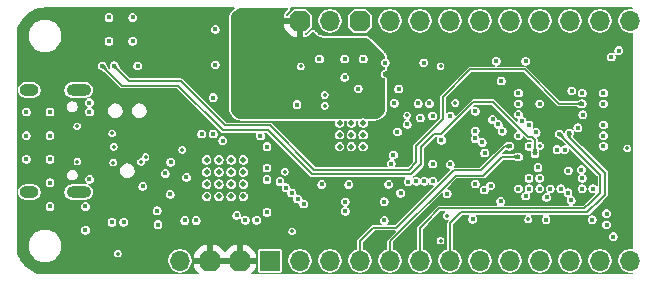
<source format=gbr>
%TF.GenerationSoftware,KiCad,Pcbnew,9.0.0-rc2-3baa6cd791~182~ubuntu24.04.1*%
%TF.CreationDate,2025-02-03T21:50:49-05:00*%
%TF.ProjectId,RoyalBlue54L-Feather,526f7961-6c42-46c7-9565-35344c2d4665,rev?*%
%TF.SameCoordinates,Original*%
%TF.FileFunction,Copper,L3,Inr*%
%TF.FilePolarity,Positive*%
%FSLAX46Y46*%
G04 Gerber Fmt 4.6, Leading zero omitted, Abs format (unit mm)*
G04 Created by KiCad (PCBNEW 9.0.0-rc2-3baa6cd791~182~ubuntu24.04.1) date 2025-02-03 21:50:49*
%MOMM*%
%LPD*%
G01*
G04 APERTURE LIST*
G04 Aperture macros list*
%AMOutline5P*
0 Free polygon, 5 corners , with rotation*
0 The origin of the aperture is its center*
0 number of corners: always 5*
0 $1 to $10 corner X, Y*
0 $11 Rotation angle, in degrees counterclockwise*
0 create outline with 5 corners*
4,1,5,$1,$2,$3,$4,$5,$6,$7,$8,$9,$10,$1,$2,$11*%
%AMOutline6P*
0 Free polygon, 6 corners , with rotation*
0 The origin of the aperture is its center*
0 number of corners: always 6*
0 $1 to $12 corner X, Y*
0 $13 Rotation angle, in degrees counterclockwise*
0 create outline with 6 corners*
4,1,6,$1,$2,$3,$4,$5,$6,$7,$8,$9,$10,$11,$12,$1,$2,$13*%
%AMOutline7P*
0 Free polygon, 7 corners , with rotation*
0 The origin of the aperture is its center*
0 number of corners: always 7*
0 $1 to $14 corner X, Y*
0 $15 Rotation angle, in degrees counterclockwise*
0 create outline with 7 corners*
4,1,7,$1,$2,$3,$4,$5,$6,$7,$8,$9,$10,$11,$12,$13,$14,$1,$2,$15*%
%AMOutline8P*
0 Free polygon, 8 corners , with rotation*
0 The origin of the aperture is its center*
0 number of corners: always 8*
0 $1 to $16 corner X, Y*
0 $17 Rotation angle, in degrees counterclockwise*
0 create outline with 8 corners*
4,1,8,$1,$2,$3,$4,$5,$6,$7,$8,$9,$10,$11,$12,$13,$14,$15,$16,$1,$2,$17*%
G04 Aperture macros list end*
%TA.AperFunction,HeatsinkPad*%
%ADD10C,0.500000*%
%TD*%
%TA.AperFunction,ComponentPad*%
%ADD11O,2.100000X1.000000*%
%TD*%
%TA.AperFunction,ComponentPad*%
%ADD12O,1.600000X1.000000*%
%TD*%
%TA.AperFunction,ComponentPad*%
%ADD13O,1.700000X1.700000*%
%TD*%
%TA.AperFunction,ComponentPad*%
%ADD14Outline8P,-0.850000X0.425000X-0.425000X0.850000X0.425000X0.850000X0.850000X0.425000X0.850000X-0.425000X0.425000X-0.850000X-0.425000X-0.850000X-0.850000X-0.425000X270.000000*%
%TD*%
%TA.AperFunction,ComponentPad*%
%ADD15R,1.700000X1.700000*%
%TD*%
%TA.AperFunction,ViaPad*%
%ADD16C,0.450000*%
%TD*%
%TA.AperFunction,ViaPad*%
%ADD17C,0.350000*%
%TD*%
%TA.AperFunction,Conductor*%
%ADD18C,0.150000*%
%TD*%
G04 APERTURE END LIST*
D10*
%TO.N,GND*%
%TO.C,U2*%
X93520000Y-44930000D03*
X94520000Y-44930000D03*
X95520000Y-44930000D03*
X93520000Y-43930000D03*
X94520000Y-43930000D03*
X95520000Y-43930000D03*
X93520000Y-42930000D03*
X94520000Y-42930000D03*
X95520000Y-42930000D03*
%TD*%
D11*
%TO.N,GND*%
%TO.C,J3*%
X71430000Y-40130000D03*
D12*
X67250000Y-40130000D03*
D11*
X71430000Y-48770000D03*
D12*
X67250000Y-48770000D03*
%TD*%
D10*
%TO.N,GND*%
%TO.C,U5*%
X85370000Y-49150000D03*
X85370000Y-48116667D03*
X85370000Y-47083333D03*
X85370000Y-46050000D03*
X84336667Y-49150000D03*
X84336667Y-48116667D03*
X84336667Y-47083333D03*
X84336667Y-46050000D03*
X83303333Y-49150000D03*
X83303333Y-48116667D03*
X83303333Y-47083333D03*
X83303333Y-46050000D03*
X82270000Y-49150000D03*
X82270000Y-48116667D03*
X82270000Y-47083333D03*
X82270000Y-46050000D03*
%TD*%
D13*
%TO.N,/Debugger/SWD_TRG.~{RESET}*%
%TO.C,J1*%
X80010000Y-54610000D03*
D14*
%TO.N,VDD*%
X82550000Y-54610000D03*
X85090000Y-54610000D03*
D15*
%TO.N,GND*%
X87630000Y-54610000D03*
D13*
%TO.N,/Connectors/ANALOG.A0*%
X90170000Y-54610000D03*
%TO.N,/Connectors/ANALOG.A1*%
X92710000Y-54610000D03*
%TO.N,/Connectors/ANALOG.A2*%
X95250000Y-54610000D03*
%TO.N,/Connectors/ANALOG.A3*%
X97790000Y-54610000D03*
%TO.N,/Connectors/ANALOG.A4*%
X100330000Y-54610000D03*
%TO.N,/Connectors/ANALOG.A5*%
X102870000Y-54610000D03*
%TO.N,/Connectors/SPI.SCK*%
X105410000Y-54610000D03*
%TO.N,/Connectors/SPI.MOSI*%
X107950000Y-54610000D03*
%TO.N,/Connectors/SPI.MISO*%
X110490000Y-54610000D03*
%TO.N,/Connectors/UART.RX*%
X113030000Y-54610000D03*
%TO.N,/Connectors/UART.TX*%
X115570000Y-54610000D03*
%TO.N,/Connectors/SHPHLD*%
X118110000Y-54610000D03*
%TD*%
D14*
%TO.N,+BATT*%
%TO.C,J2*%
X90170000Y-34290000D03*
D13*
%TO.N,/Connectors/ENABLE*%
X92710000Y-34290000D03*
D14*
%TO.N,VBUS*%
X95250000Y-34290000D03*
D13*
%TO.N,/Connectors/DIG.D13*%
X97790000Y-34290000D03*
%TO.N,/Connectors/DIG.D12*%
X100330000Y-34290000D03*
%TO.N,/Connectors/DIG.D11*%
X102870000Y-34290000D03*
%TO.N,/Connectors/DIG.D10*%
X105410000Y-34290000D03*
%TO.N,/Connectors/DIG.D9*%
X107950000Y-34290000D03*
%TO.N,/Connectors/DIG.D6*%
X110490000Y-34290000D03*
%TO.N,/Connectors/DIG.D5*%
X113030000Y-34290000D03*
%TO.N,/Connectors/I2C.SCL*%
X115570000Y-34290000D03*
%TO.N,/Connectors/I2C.SDA*%
X118110000Y-34290000D03*
%TD*%
D16*
%TO.N,GND*%
X105600000Y-44575000D03*
X111045000Y-49230000D03*
X86490000Y-51160000D03*
X101130000Y-41280000D03*
X69000000Y-44000000D03*
X87380000Y-50480000D03*
X98140000Y-41250000D03*
X67000000Y-44000000D03*
X115860000Y-43100000D03*
X69000000Y-48000000D03*
X82820000Y-40778000D03*
X107200000Y-39380000D03*
X102890000Y-46435000D03*
X72345000Y-47700000D03*
X94000000Y-50400000D03*
D17*
X103310000Y-41240000D03*
X110500000Y-44880000D03*
D16*
X76430000Y-38103000D03*
X115860000Y-41300000D03*
X102140000Y-44390000D03*
X108660000Y-40400000D03*
X76000000Y-36000000D03*
X67000000Y-42000000D03*
X105819468Y-45475000D03*
X83000000Y-38000000D03*
D17*
X90240000Y-38150000D03*
D16*
X74000000Y-36000000D03*
X79180000Y-48970000D03*
X110460000Y-41300000D03*
X94000000Y-49600000D03*
X91820000Y-37515000D03*
X76870000Y-48290000D03*
X112890000Y-46980000D03*
X69000000Y-50000000D03*
X87380000Y-47710000D03*
D17*
X88890000Y-47060000D03*
D16*
X69000000Y-42000000D03*
X95520000Y-37515000D03*
X78080000Y-50370000D03*
X69000000Y-46000000D03*
X110320000Y-46700000D03*
X76000000Y-34000000D03*
D17*
X90000000Y-51500000D03*
D16*
X74000000Y-34000000D03*
X97300000Y-49600000D03*
X98535000Y-40060000D03*
X92005000Y-48140000D03*
X87380000Y-44930000D03*
X93950000Y-37515000D03*
D17*
X102070000Y-38140000D03*
X117880000Y-45080000D03*
D16*
X67000000Y-46000000D03*
X105000000Y-41930000D03*
X86820000Y-44040000D03*
X72000000Y-52000000D03*
X97670000Y-48130000D03*
X107150000Y-49570000D03*
X78760000Y-47210000D03*
D17*
X109500000Y-51100000D03*
D16*
X101390000Y-42345000D03*
X72345000Y-41200000D03*
X114900000Y-51120000D03*
X115860000Y-44900000D03*
X115860000Y-40400000D03*
D17*
X80200000Y-45200000D03*
D16*
X117160000Y-36800000D03*
X79240000Y-46250000D03*
X102890000Y-42345000D03*
D17*
X102600000Y-50800000D03*
D16*
X109290000Y-49120000D03*
X108660000Y-41300000D03*
X98080000Y-45640000D03*
X80420000Y-51180000D03*
X115860000Y-44000000D03*
X72000000Y-50000000D03*
D17*
X74400000Y-44950000D03*
D16*
X116530000Y-37350000D03*
X83000000Y-35000000D03*
D17*
X74750000Y-53990000D03*
X89500000Y-52100000D03*
D16*
X104790000Y-51070000D03*
X97395000Y-37825000D03*
X78150000Y-51530000D03*
X81850000Y-43870000D03*
X100650000Y-37825000D03*
%TO.N,/Debugger/USB.VBUS*%
X72345000Y-42000000D03*
X93950000Y-39065000D03*
%TO.N,/Debugger/nRF52_VDD*%
X100350000Y-42510000D03*
X85530000Y-51160000D03*
X81380000Y-51180000D03*
D17*
X74350000Y-46280000D03*
D16*
X87380000Y-46750000D03*
X100170000Y-41280000D03*
X82810000Y-43870000D03*
X101400000Y-46410000D03*
%TO.N,/Connectors/ANALOG.A3*%
X108660000Y-45800000D03*
%TO.N,/Connectors/SPI.SCK*%
X106304035Y-48239445D03*
%TO.N,/Connectors/ANALOG.A1*%
X109560000Y-44900000D03*
%TO.N,/Connectors/SPI.MISO*%
X106960000Y-43060000D03*
X108660000Y-48500000D03*
%TO.N,/Connectors/UART.RX*%
X114060000Y-40400000D03*
X105015565Y-43594999D03*
%TO.N,/Connectors/ANALOG.A2*%
X107930000Y-44900000D03*
D17*
%TO.N,/Connectors/SHPHLD*%
X99240000Y-42300000D03*
X102070000Y-52890000D03*
D16*
%TO.N,/Connectors/ANALOG.A4*%
X112120000Y-43860000D03*
X113170000Y-40210000D03*
%TO.N,/Connectors/SPI.MOSI*%
X105770000Y-48610000D03*
X109560000Y-47600000D03*
%TO.N,+BATT*%
X84820000Y-40778000D03*
X96985000Y-40060000D03*
%TO.N,/Connectors/ANALOG.A5*%
X112970000Y-43780000D03*
%TO.N,/Connectors/ANALOG.A0*%
X108660000Y-44000000D03*
%TO.N,/Connectors/UART.TX*%
X104996662Y-44244726D03*
X114120000Y-42230000D03*
%TO.N,/Connectors/ENABLE*%
X97902892Y-46380000D03*
%TO.N,/Connectors/DIG.D11*%
X114000000Y-46880000D03*
%TO.N,/Connectors/DIG.D9*%
X112260000Y-48500000D03*
%TO.N,/Connectors/I2C.SDA*%
X114060000Y-41300000D03*
X74430000Y-38103000D03*
%TO.N,/Connectors/I2C.SCL*%
X73430000Y-38103000D03*
X110066446Y-45506446D03*
%TO.N,/Connectors/DIG.D12*%
X112578446Y-45200524D03*
%TO.N,/Connectors/DIG.D6*%
X112860000Y-48840000D03*
%TO.N,/Connectors/DIG.D13*%
X111928554Y-45188554D03*
%TO.N,VDD*%
X107150000Y-48610000D03*
X117150000Y-50600000D03*
X107200000Y-40340000D03*
X98080000Y-44680000D03*
X75430000Y-38103000D03*
X105000000Y-42890000D03*
D17*
X74043416Y-40825058D03*
D16*
X117150000Y-51540000D03*
X109560000Y-42200000D03*
D17*
X74983416Y-40825058D03*
D16*
X97395000Y-38785000D03*
X109560000Y-41300000D03*
%TO.N,/Connectors/DIG.D10*%
X111360000Y-48500000D03*
D17*
%TO.N,/Debugger/USB.CC2*%
X92270000Y-41480000D03*
X71325000Y-46200000D03*
%TO.N,/Debugger/USB.CC1*%
X92270000Y-40560000D03*
X71300000Y-43200000D03*
D16*
%TO.N,/nPM1300/VSYS*%
X89920000Y-41370000D03*
X94300000Y-48140000D03*
X95105000Y-40035000D03*
%TO.N,/nPM1300/NPM1300.SCL*%
X116130000Y-51540000D03*
X99241405Y-43043512D03*
%TO.N,Net-(U1-P1.01{slash}XL2)*%
X108660000Y-42200000D03*
X106780000Y-37700000D03*
%TO.N,/nPM1300/NPM1300.SDA*%
X116130000Y-50600000D03*
X98420000Y-43680000D03*
%TO.N,Net-(U1-P1.00{slash}XL1)*%
X109280000Y-37700000D03*
X109560000Y-43100000D03*
%TO.N,/Debugger/SWD_TRG.~{RESET}*%
X105012847Y-48102847D03*
X113694293Y-43344293D03*
X102629293Y-48929293D03*
%TO.N,Net-(D1-A)*%
X110470000Y-48490000D03*
X111002500Y-51120000D03*
%TO.N,Net-(U5-DEC4)*%
X84820000Y-50750000D03*
X80549447Y-47529970D03*
D17*
%TO.N,Net-(J8-SWDIO)*%
X76710000Y-46230000D03*
D16*
%TO.N,/Debugger/SWD_TRG.SWDIO*%
X113130000Y-49480000D03*
X114060000Y-47600000D03*
%TO.N,Net-(J8-~{RESET})*%
X83620000Y-44420000D03*
D17*
X74260000Y-43810000D03*
%TO.N,Net-(J8-SWCLK)*%
X77100000Y-45820000D03*
D16*
%TO.N,/nPM1300/NPM1300.INT*%
X116690000Y-52550000D03*
X114960000Y-48500000D03*
%TO.N,/nRF54L15/~{CS}_FLASH*%
X109560000Y-48500000D03*
X107300000Y-43620000D03*
%TO.N,Net-(JP1-A)*%
X97310000Y-51175000D03*
%TO.N,Net-(J6-Pin_4)*%
X110160000Y-43730000D03*
X75250000Y-51325000D03*
%TO.N,Net-(J6-Pin_2)*%
X108970553Y-42771016D03*
X74250000Y-51325000D03*
%TO.N,/nRF54L15/D2_FLASH*%
X110460000Y-47600000D03*
X106470046Y-42632861D03*
%TO.N,/Debugger/TRG_SWDCLK_NRF52*%
X90480000Y-49790347D03*
X101400000Y-47850000D03*
%TO.N,/Debugger/UART_TX_NRF52*%
X88980000Y-48420000D03*
X99329916Y-47890654D03*
%TO.N,/Debugger/TRG_SWDIO_NRF52*%
X89980000Y-49370000D03*
X100680000Y-47860000D03*
%TO.N,/Debugger/UART_RX_NRF52*%
X98680000Y-48870000D03*
X88480000Y-47880000D03*
%TO.N,/Debugger/TRG_~{RESET}_NRF52*%
X100013185Y-47866815D03*
X89480000Y-48860000D03*
%TO.N,/Debugger/SWD_TRG.SWDCLK*%
X114060000Y-48500000D03*
%TD*%
D18*
%TO.N,/Connectors/ANALOG.A3*%
X97790000Y-54610000D02*
X97790000Y-52940000D01*
X105700000Y-47390000D02*
X107290000Y-45800000D01*
X103340000Y-47390000D02*
X105700000Y-47390000D01*
X97790000Y-52940000D02*
X103340000Y-47390000D01*
X107290000Y-45800000D02*
X108660000Y-45800000D01*
%TO.N,/Connectors/ANALOG.A2*%
X103200000Y-46930000D02*
X98320000Y-51810000D01*
X105480001Y-46930000D02*
X103200000Y-46930000D01*
X95250000Y-52920000D02*
X95250000Y-54610000D01*
X98320000Y-51810000D02*
X96360000Y-51810000D01*
X96360000Y-51810000D02*
X95250000Y-52920000D01*
X107540000Y-44900000D02*
X106690000Y-45750000D01*
X107930000Y-44900000D02*
X107540000Y-44900000D01*
X106690000Y-45750000D02*
X106660001Y-45750000D01*
X106660001Y-45750000D02*
X105480001Y-46930000D01*
%TO.N,/Connectors/ANALOG.A4*%
X114250000Y-50160000D02*
X114730000Y-49680000D01*
X107320000Y-50160000D02*
X114250000Y-50160000D01*
X100330000Y-54610000D02*
X100330000Y-51810000D01*
X115590000Y-47330000D02*
X112120000Y-43860000D01*
X101980000Y-50160000D02*
X107320000Y-50160000D01*
X100330000Y-51810000D02*
X100800000Y-51340000D01*
X115590000Y-48820000D02*
X115590000Y-47840000D01*
X100800000Y-51340000D02*
X101980000Y-50160000D01*
X115590000Y-47840000D02*
X115590000Y-47330000D01*
X114730000Y-49680000D02*
X115590000Y-48820000D01*
%TO.N,/Connectors/ANALOG.A5*%
X116010000Y-49000000D02*
X116010000Y-47220000D01*
X114500000Y-50510000D02*
X115640000Y-49370000D01*
X115640000Y-49370000D02*
X116010000Y-49000000D01*
X102870000Y-51430000D02*
X103650000Y-50650000D01*
X103790000Y-50510000D02*
X106080000Y-50510000D01*
X114760000Y-45880000D02*
X112970000Y-44090000D01*
X112970000Y-44090000D02*
X112970000Y-43780000D01*
X116010000Y-47220000D02*
X116010000Y-47130000D01*
X106080000Y-50510000D02*
X114500000Y-50510000D01*
X102870000Y-54610000D02*
X102870000Y-51430000D01*
X103650000Y-50650000D02*
X103790000Y-50510000D01*
X116010000Y-47130000D02*
X114760000Y-45880000D01*
%TO.N,/Connectors/I2C.SDA*%
X91390000Y-46880000D02*
X99390000Y-46880000D01*
X104600000Y-38400000D02*
X109210000Y-38400000D01*
X100000000Y-46270000D02*
X100000000Y-44860000D01*
X102280000Y-42580000D02*
X102280000Y-40720000D01*
X100000000Y-44860000D02*
X102280000Y-42580000D01*
X87650000Y-43140000D02*
X91390000Y-46880000D01*
X109210000Y-38400000D02*
X112110000Y-41300000D01*
X83840000Y-43140000D02*
X87650000Y-43140000D01*
X75697000Y-39370000D02*
X80070000Y-39370000D01*
X102280000Y-40720000D02*
X104600000Y-38400000D01*
X80070000Y-39370000D02*
X83840000Y-43140000D01*
X99390000Y-46880000D02*
X100000000Y-46270000D01*
X112110000Y-41300000D02*
X114060000Y-41300000D01*
X74430000Y-38103000D02*
X75697000Y-39370000D01*
%TO.N,/Connectors/I2C.SCL*%
X75107000Y-39780000D02*
X73430000Y-38103000D01*
X110066446Y-45506446D02*
X110066446Y-44366446D01*
X109842893Y-44142893D02*
X109510000Y-44142893D01*
X109510000Y-44142893D02*
X106537107Y-41170000D01*
X101530000Y-43890000D02*
X100450000Y-44970000D01*
X83640000Y-43540000D02*
X79880000Y-39780000D01*
X100450000Y-44970000D02*
X100450000Y-46420000D01*
X104830000Y-41170000D02*
X102110000Y-43890000D01*
X99590000Y-47280000D02*
X91190000Y-47280000D01*
X79880000Y-39780000D02*
X75107000Y-39780000D01*
X87450000Y-43540000D02*
X83640000Y-43540000D01*
X102110000Y-43890000D02*
X101530000Y-43890000D01*
X91190000Y-47280000D02*
X87450000Y-43540000D01*
X106537107Y-41170000D02*
X104830000Y-41170000D01*
X100450000Y-46420000D02*
X99590000Y-47280000D01*
X110066446Y-44366446D02*
X109842893Y-44142893D01*
%TD*%
%TA.AperFunction,Conductor*%
%TO.N,/Connectors/ANALOG.A3*%
G36*
X108612301Y-45584346D02*
G01*
X108618342Y-45590956D01*
X108618808Y-45592612D01*
X108660525Y-45797668D01*
X108660525Y-45802333D01*
X108618808Y-46007388D01*
X108613801Y-46014811D01*
X108605010Y-46016520D01*
X108603355Y-46016054D01*
X108222035Y-45877796D01*
X108215425Y-45871755D01*
X108214323Y-45866797D01*
X108214323Y-45733202D01*
X108217750Y-45724929D01*
X108222032Y-45722204D01*
X108603357Y-45583945D01*
X108612301Y-45584346D01*
G37*
%TD.AperFunction*%
%TD*%
%TA.AperFunction,Conductor*%
%TO.N,+BATT*%
G36*
X89171200Y-33218306D02*
G01*
X89189506Y-33262500D01*
X89171200Y-33306694D01*
X88937502Y-33540391D01*
X88937494Y-33540400D01*
X88885572Y-33607239D01*
X88885569Y-33607243D01*
X88830549Y-33740071D01*
X88830548Y-33740075D01*
X88820000Y-33824065D01*
X88820000Y-34040000D01*
X89736988Y-34040000D01*
X89704075Y-34097007D01*
X89670000Y-34224174D01*
X89670000Y-34355826D01*
X89704075Y-34482993D01*
X89736988Y-34540000D01*
X88820001Y-34540000D01*
X88820001Y-34755935D01*
X88830549Y-34839924D01*
X88830550Y-34839928D01*
X88885569Y-34972755D01*
X88885572Y-34972760D01*
X88937495Y-35039600D01*
X88937503Y-35039609D01*
X89420391Y-35522497D01*
X89420400Y-35522505D01*
X89487239Y-35574427D01*
X89487243Y-35574430D01*
X89620071Y-35629450D01*
X89620075Y-35629451D01*
X89704065Y-35639999D01*
X89919999Y-35639999D01*
X89920000Y-35639998D01*
X89920000Y-34723012D01*
X89977007Y-34755925D01*
X90104174Y-34790000D01*
X90235826Y-34790000D01*
X90362993Y-34755925D01*
X90420000Y-34723012D01*
X90420000Y-35639999D01*
X90635935Y-35639999D01*
X90719924Y-35629450D01*
X90719928Y-35629449D01*
X90852755Y-35574430D01*
X90852760Y-35574427D01*
X90919600Y-35522504D01*
X90919609Y-35522496D01*
X91243518Y-35198586D01*
X91287712Y-35180280D01*
X91331906Y-35198586D01*
X91339676Y-35208054D01*
X91425119Y-35335928D01*
X91564072Y-35474881D01*
X91727463Y-35584055D01*
X91909013Y-35659256D01*
X92101746Y-35697593D01*
X92184151Y-35699611D01*
X92199991Y-35700000D01*
X92200000Y-35700000D01*
X95485056Y-35700000D01*
X95486485Y-35700016D01*
X95578634Y-35702123D01*
X95589379Y-35703306D01*
X95770787Y-35739388D01*
X95782502Y-35742942D01*
X95952718Y-35813445D01*
X95963518Y-35819217D01*
X96079862Y-35896954D01*
X96117301Y-35921970D01*
X96125753Y-35928747D01*
X96192377Y-35992400D01*
X96193396Y-35993396D01*
X97106597Y-36906597D01*
X97107597Y-36907620D01*
X97171248Y-36974254D01*
X97178021Y-36982702D01*
X97280771Y-37136482D01*
X97286547Y-37147288D01*
X97343353Y-37284436D01*
X97357047Y-37317496D01*
X97360603Y-37329221D01*
X97371135Y-37382176D01*
X97361802Y-37429092D01*
X97326013Y-37454738D01*
X97250064Y-37475089D01*
X97250062Y-37475089D01*
X97164436Y-37524526D01*
X97164432Y-37524529D01*
X97094529Y-37594432D01*
X97094526Y-37594436D01*
X97045089Y-37680062D01*
X97045088Y-37680066D01*
X97019501Y-37775558D01*
X97019500Y-37775566D01*
X97019500Y-37874433D01*
X97019501Y-37874441D01*
X97045088Y-37969933D01*
X97045089Y-37969937D01*
X97045090Y-37969938D01*
X97076513Y-38024365D01*
X97094526Y-38055563D01*
X97094529Y-38055567D01*
X97164432Y-38125470D01*
X97164436Y-38125473D01*
X97164438Y-38125475D01*
X97250062Y-38174910D01*
X97250066Y-38174911D01*
X97345556Y-38200498D01*
X97345559Y-38200498D01*
X97345565Y-38200500D01*
X97345571Y-38200500D01*
X97345645Y-38200510D01*
X97345684Y-38200532D01*
X97349522Y-38201561D01*
X97349246Y-38202588D01*
X97363089Y-38210576D01*
X97381694Y-38218283D01*
X97383343Y-38222264D01*
X97387077Y-38224419D01*
X97400000Y-38262477D01*
X97400000Y-38347522D01*
X97381694Y-38391716D01*
X97349319Y-38407682D01*
X97349522Y-38408439D01*
X97345718Y-38409458D01*
X97345660Y-38409487D01*
X97345563Y-38409499D01*
X97250066Y-38435088D01*
X97250062Y-38435089D01*
X97164436Y-38484526D01*
X97164432Y-38484529D01*
X97094529Y-38554432D01*
X97094526Y-38554436D01*
X97045089Y-38640062D01*
X97045088Y-38640066D01*
X97019501Y-38735558D01*
X97019500Y-38735566D01*
X97019500Y-38834433D01*
X97019501Y-38834441D01*
X97045088Y-38929933D01*
X97045089Y-38929937D01*
X97094526Y-39015563D01*
X97094529Y-39015567D01*
X97164432Y-39085470D01*
X97164436Y-39085473D01*
X97164438Y-39085475D01*
X97214609Y-39114441D01*
X97250062Y-39134910D01*
X97250066Y-39134911D01*
X97345556Y-39160498D01*
X97345559Y-39160498D01*
X97345565Y-39160500D01*
X97345571Y-39160500D01*
X97345645Y-39160510D01*
X97345684Y-39160532D01*
X97349522Y-39161561D01*
X97349246Y-39162588D01*
X97387077Y-39184419D01*
X97400000Y-39222477D01*
X97400000Y-41599244D01*
X97399981Y-41600775D01*
X97397724Y-41692871D01*
X97396542Y-41703533D01*
X97360456Y-41884950D01*
X97356899Y-41896675D01*
X97286411Y-42066848D01*
X97280636Y-42077653D01*
X97178300Y-42230810D01*
X97170527Y-42240281D01*
X97040281Y-42370527D01*
X97030810Y-42378300D01*
X96877653Y-42480636D01*
X96866848Y-42486411D01*
X96696675Y-42556899D01*
X96684950Y-42560456D01*
X96503533Y-42596542D01*
X96492871Y-42597724D01*
X96400776Y-42599981D01*
X96399245Y-42600000D01*
X95766171Y-42600000D01*
X95734921Y-42591627D01*
X95674586Y-42556792D01*
X95674583Y-42556791D01*
X95572733Y-42529501D01*
X95572728Y-42529500D01*
X95572727Y-42529500D01*
X95467273Y-42529500D01*
X95467272Y-42529500D01*
X95467266Y-42529501D01*
X95365416Y-42556791D01*
X95365413Y-42556792D01*
X95305079Y-42591627D01*
X95273829Y-42600000D01*
X94766171Y-42600000D01*
X94734921Y-42591627D01*
X94674586Y-42556792D01*
X94674583Y-42556791D01*
X94572733Y-42529501D01*
X94572728Y-42529500D01*
X94572727Y-42529500D01*
X94467273Y-42529500D01*
X94467272Y-42529500D01*
X94467266Y-42529501D01*
X94365416Y-42556791D01*
X94365413Y-42556792D01*
X94305079Y-42591627D01*
X94273829Y-42600000D01*
X93766171Y-42600000D01*
X93734921Y-42591627D01*
X93674586Y-42556792D01*
X93674583Y-42556791D01*
X93572733Y-42529501D01*
X93572728Y-42529500D01*
X93572727Y-42529500D01*
X93467273Y-42529500D01*
X93467272Y-42529500D01*
X93467266Y-42529501D01*
X93365416Y-42556791D01*
X93365413Y-42556792D01*
X93305079Y-42591627D01*
X93273829Y-42600000D01*
X85300755Y-42600000D01*
X85299224Y-42599981D01*
X85207128Y-42597724D01*
X85196466Y-42596542D01*
X85015049Y-42560456D01*
X85003324Y-42556899D01*
X84833151Y-42486411D01*
X84822346Y-42480636D01*
X84669189Y-42378300D01*
X84659718Y-42370527D01*
X84529472Y-42240281D01*
X84521699Y-42230810D01*
X84419363Y-42077653D01*
X84413590Y-42066852D01*
X84343099Y-41896674D01*
X84339543Y-41884950D01*
X84323739Y-41805500D01*
X84303456Y-41703532D01*
X84302275Y-41692871D01*
X84301956Y-41679867D01*
X84300019Y-41600775D01*
X84300000Y-41599244D01*
X84300000Y-41320566D01*
X89544500Y-41320566D01*
X89544500Y-41419433D01*
X89544501Y-41419441D01*
X89570088Y-41514933D01*
X89570089Y-41514937D01*
X89619526Y-41600563D01*
X89619529Y-41600567D01*
X89689432Y-41670470D01*
X89689436Y-41670473D01*
X89689438Y-41670475D01*
X89775062Y-41719910D01*
X89870565Y-41745500D01*
X89870566Y-41745500D01*
X89969434Y-41745500D01*
X89969435Y-41745500D01*
X90064938Y-41719910D01*
X90150562Y-41670475D01*
X90220475Y-41600562D01*
X90269910Y-41514938D01*
X90290754Y-41437148D01*
X91944500Y-41437148D01*
X91944500Y-41522851D01*
X91944501Y-41522859D01*
X91966680Y-41605634D01*
X91966681Y-41605637D01*
X91966682Y-41605638D01*
X92004115Y-41670475D01*
X92009536Y-41679863D01*
X92009539Y-41679867D01*
X92070132Y-41740460D01*
X92070136Y-41740463D01*
X92070138Y-41740465D01*
X92144362Y-41783318D01*
X92144365Y-41783319D01*
X92195021Y-41796892D01*
X92227147Y-41805500D01*
X92227148Y-41805500D01*
X92312852Y-41805500D01*
X92312853Y-41805500D01*
X92395638Y-41783318D01*
X92469862Y-41740465D01*
X92530465Y-41679862D01*
X92573318Y-41605638D01*
X92595500Y-41522853D01*
X92595500Y-41437147D01*
X92573318Y-41354362D01*
X92530465Y-41280138D01*
X92530463Y-41280136D01*
X92530460Y-41280132D01*
X92469867Y-41219539D01*
X92469863Y-41219536D01*
X92469862Y-41219535D01*
X92432750Y-41198108D01*
X92395637Y-41176681D01*
X92395634Y-41176680D01*
X92312859Y-41154501D01*
X92312854Y-41154500D01*
X92312853Y-41154500D01*
X92227147Y-41154500D01*
X92227146Y-41154500D01*
X92227140Y-41154501D01*
X92144365Y-41176680D01*
X92144362Y-41176681D01*
X92070136Y-41219536D01*
X92070132Y-41219539D01*
X92009539Y-41280132D01*
X92009536Y-41280136D01*
X91966681Y-41354362D01*
X91966680Y-41354365D01*
X91944501Y-41437140D01*
X91944500Y-41437148D01*
X90290754Y-41437148D01*
X90295500Y-41419435D01*
X90295500Y-41320565D01*
X90269910Y-41225062D01*
X90220475Y-41139438D01*
X90220473Y-41139436D01*
X90220470Y-41139432D01*
X90150567Y-41069529D01*
X90150563Y-41069526D01*
X90150562Y-41069525D01*
X90107750Y-41044807D01*
X90064937Y-41020089D01*
X90064933Y-41020088D01*
X89969441Y-40994501D01*
X89969436Y-40994500D01*
X89969435Y-40994500D01*
X89870565Y-40994500D01*
X89870564Y-40994500D01*
X89870558Y-40994501D01*
X89775066Y-41020088D01*
X89775062Y-41020089D01*
X89689436Y-41069526D01*
X89689432Y-41069529D01*
X89619529Y-41139432D01*
X89619526Y-41139436D01*
X89570089Y-41225062D01*
X89570088Y-41225066D01*
X89544501Y-41320558D01*
X89544500Y-41320566D01*
X84300000Y-41320566D01*
X84300000Y-40517148D01*
X91944500Y-40517148D01*
X91944500Y-40602851D01*
X91944501Y-40602859D01*
X91966680Y-40685634D01*
X91966681Y-40685637D01*
X92009536Y-40759863D01*
X92009539Y-40759867D01*
X92070132Y-40820460D01*
X92070136Y-40820463D01*
X92070138Y-40820465D01*
X92144362Y-40863318D01*
X92144365Y-40863319D01*
X92195021Y-40876892D01*
X92227147Y-40885500D01*
X92227148Y-40885500D01*
X92312852Y-40885500D01*
X92312853Y-40885500D01*
X92395638Y-40863318D01*
X92469862Y-40820465D01*
X92530465Y-40759862D01*
X92573318Y-40685638D01*
X92595500Y-40602853D01*
X92595500Y-40517147D01*
X92573318Y-40434362D01*
X92530465Y-40360138D01*
X92530463Y-40360136D01*
X92530460Y-40360132D01*
X92469867Y-40299539D01*
X92469863Y-40299536D01*
X92469862Y-40299535D01*
X92432750Y-40278108D01*
X92395637Y-40256681D01*
X92395634Y-40256680D01*
X92312859Y-40234501D01*
X92312854Y-40234500D01*
X92312853Y-40234500D01*
X92227147Y-40234500D01*
X92227146Y-40234500D01*
X92227140Y-40234501D01*
X92144365Y-40256680D01*
X92144362Y-40256681D01*
X92070136Y-40299536D01*
X92070132Y-40299539D01*
X92009539Y-40360132D01*
X92009536Y-40360136D01*
X91966681Y-40434362D01*
X91966680Y-40434365D01*
X91944501Y-40517140D01*
X91944500Y-40517148D01*
X84300000Y-40517148D01*
X84300000Y-39985566D01*
X94729500Y-39985566D01*
X94729500Y-40084433D01*
X94729501Y-40084441D01*
X94755088Y-40179933D01*
X94755089Y-40179937D01*
X94804526Y-40265563D01*
X94804529Y-40265567D01*
X94874432Y-40335470D01*
X94874436Y-40335473D01*
X94874438Y-40335475D01*
X94960062Y-40384910D01*
X95055565Y-40410500D01*
X95055566Y-40410500D01*
X95154434Y-40410500D01*
X95154435Y-40410500D01*
X95249938Y-40384910D01*
X95335562Y-40335475D01*
X95405475Y-40265562D01*
X95454910Y-40179938D01*
X95480500Y-40084435D01*
X95480500Y-39985565D01*
X95454910Y-39890062D01*
X95405475Y-39804438D01*
X95405473Y-39804436D01*
X95405470Y-39804432D01*
X95335567Y-39734529D01*
X95335563Y-39734526D01*
X95335562Y-39734525D01*
X95292750Y-39709807D01*
X95249937Y-39685089D01*
X95249933Y-39685088D01*
X95154441Y-39659501D01*
X95154436Y-39659500D01*
X95154435Y-39659500D01*
X95055565Y-39659500D01*
X95055564Y-39659500D01*
X95055558Y-39659501D01*
X94960066Y-39685088D01*
X94960062Y-39685089D01*
X94874436Y-39734526D01*
X94874432Y-39734529D01*
X94804529Y-39804432D01*
X94804526Y-39804436D01*
X94755089Y-39890062D01*
X94755088Y-39890066D01*
X94729501Y-39985558D01*
X94729500Y-39985566D01*
X84300000Y-39985566D01*
X84300000Y-39015566D01*
X93574500Y-39015566D01*
X93574500Y-39114433D01*
X93574501Y-39114441D01*
X93600088Y-39209933D01*
X93600089Y-39209937D01*
X93649526Y-39295563D01*
X93649529Y-39295567D01*
X93719432Y-39365470D01*
X93719436Y-39365473D01*
X93719438Y-39365475D01*
X93805062Y-39414910D01*
X93900565Y-39440500D01*
X93900566Y-39440500D01*
X93999434Y-39440500D01*
X93999435Y-39440500D01*
X94094938Y-39414910D01*
X94180562Y-39365475D01*
X94250475Y-39295562D01*
X94299910Y-39209938D01*
X94325500Y-39114435D01*
X94325500Y-39015565D01*
X94299910Y-38920062D01*
X94250475Y-38834438D01*
X94250472Y-38834435D01*
X94250470Y-38834432D01*
X94180567Y-38764529D01*
X94180563Y-38764526D01*
X94180562Y-38764525D01*
X94130390Y-38735558D01*
X94094937Y-38715089D01*
X94094933Y-38715088D01*
X93999441Y-38689501D01*
X93999436Y-38689500D01*
X93999435Y-38689500D01*
X93900565Y-38689500D01*
X93900564Y-38689500D01*
X93900558Y-38689501D01*
X93805066Y-38715088D01*
X93805062Y-38715089D01*
X93719436Y-38764526D01*
X93719432Y-38764529D01*
X93649529Y-38834432D01*
X93649526Y-38834436D01*
X93600089Y-38920062D01*
X93600088Y-38920066D01*
X93574501Y-39015558D01*
X93574500Y-39015566D01*
X84300000Y-39015566D01*
X84300000Y-38107148D01*
X89914500Y-38107148D01*
X89914500Y-38192851D01*
X89914501Y-38192859D01*
X89936680Y-38275634D01*
X89936681Y-38275637D01*
X89979536Y-38349863D01*
X89979539Y-38349867D01*
X90040132Y-38410460D01*
X90040136Y-38410463D01*
X90040138Y-38410465D01*
X90114362Y-38453318D01*
X90114365Y-38453319D01*
X90165021Y-38466892D01*
X90197147Y-38475500D01*
X90197148Y-38475500D01*
X90282852Y-38475500D01*
X90282853Y-38475500D01*
X90365638Y-38453318D01*
X90439862Y-38410465D01*
X90500465Y-38349862D01*
X90543318Y-38275638D01*
X90565500Y-38192853D01*
X90565500Y-38107147D01*
X90543318Y-38024362D01*
X90500465Y-37950138D01*
X90500463Y-37950136D01*
X90500460Y-37950132D01*
X90439867Y-37889539D01*
X90439863Y-37889536D01*
X90439862Y-37889535D01*
X90397210Y-37864910D01*
X90365637Y-37846681D01*
X90365634Y-37846680D01*
X90282859Y-37824501D01*
X90282854Y-37824500D01*
X90282853Y-37824500D01*
X90197147Y-37824500D01*
X90197146Y-37824500D01*
X90197140Y-37824501D01*
X90114365Y-37846680D01*
X90114362Y-37846681D01*
X90040136Y-37889536D01*
X90040132Y-37889539D01*
X89979539Y-37950132D01*
X89979536Y-37950136D01*
X89936681Y-38024362D01*
X89936680Y-38024365D01*
X89914501Y-38107140D01*
X89914500Y-38107148D01*
X84300000Y-38107148D01*
X84300000Y-37465566D01*
X91444500Y-37465566D01*
X91444500Y-37564433D01*
X91444501Y-37564441D01*
X91470087Y-37659929D01*
X91470089Y-37659937D01*
X91519526Y-37745563D01*
X91519529Y-37745567D01*
X91589432Y-37815470D01*
X91589436Y-37815473D01*
X91589438Y-37815475D01*
X91675062Y-37864910D01*
X91770565Y-37890500D01*
X91770566Y-37890500D01*
X91869434Y-37890500D01*
X91869435Y-37890500D01*
X91964938Y-37864910D01*
X92050562Y-37815475D01*
X92120475Y-37745562D01*
X92169910Y-37659938D01*
X92169910Y-37659934D01*
X92169913Y-37659929D01*
X92195498Y-37564441D01*
X92195500Y-37564433D01*
X92195500Y-37465566D01*
X93574500Y-37465566D01*
X93574500Y-37564433D01*
X93574501Y-37564441D01*
X93600087Y-37659929D01*
X93600089Y-37659937D01*
X93649526Y-37745563D01*
X93649529Y-37745567D01*
X93719432Y-37815470D01*
X93719436Y-37815473D01*
X93719438Y-37815475D01*
X93805062Y-37864910D01*
X93900565Y-37890500D01*
X93900566Y-37890500D01*
X93999434Y-37890500D01*
X93999435Y-37890500D01*
X94094938Y-37864910D01*
X94180562Y-37815475D01*
X94250475Y-37745562D01*
X94299910Y-37659938D01*
X94299910Y-37659934D01*
X94299913Y-37659929D01*
X94325498Y-37564441D01*
X94325500Y-37564433D01*
X94325500Y-37465566D01*
X95144500Y-37465566D01*
X95144500Y-37564433D01*
X95144501Y-37564441D01*
X95170087Y-37659929D01*
X95170089Y-37659937D01*
X95219526Y-37745563D01*
X95219529Y-37745567D01*
X95289432Y-37815470D01*
X95289436Y-37815473D01*
X95289438Y-37815475D01*
X95375062Y-37864910D01*
X95470565Y-37890500D01*
X95470566Y-37890500D01*
X95569434Y-37890500D01*
X95569435Y-37890500D01*
X95664938Y-37864910D01*
X95750562Y-37815475D01*
X95820475Y-37745562D01*
X95869910Y-37659938D01*
X95869910Y-37659934D01*
X95869913Y-37659929D01*
X95895498Y-37564441D01*
X95895500Y-37564433D01*
X95895500Y-37465566D01*
X95895498Y-37465558D01*
X95869911Y-37370066D01*
X95869910Y-37370062D01*
X95839561Y-37317496D01*
X95820475Y-37284438D01*
X95820473Y-37284436D01*
X95820470Y-37284432D01*
X95750567Y-37214529D01*
X95750563Y-37214526D01*
X95750562Y-37214525D01*
X95707750Y-37189807D01*
X95664937Y-37165089D01*
X95664933Y-37165088D01*
X95569441Y-37139501D01*
X95569436Y-37139500D01*
X95569435Y-37139500D01*
X95470565Y-37139500D01*
X95470564Y-37139500D01*
X95470558Y-37139501D01*
X95375066Y-37165088D01*
X95375062Y-37165089D01*
X95289436Y-37214526D01*
X95289432Y-37214529D01*
X95219529Y-37284432D01*
X95219526Y-37284436D01*
X95170089Y-37370062D01*
X95170088Y-37370066D01*
X95144501Y-37465558D01*
X95144500Y-37465566D01*
X94325500Y-37465566D01*
X94325498Y-37465558D01*
X94299911Y-37370066D01*
X94299910Y-37370062D01*
X94269561Y-37317496D01*
X94250475Y-37284438D01*
X94250473Y-37284436D01*
X94250470Y-37284432D01*
X94180567Y-37214529D01*
X94180563Y-37214526D01*
X94180562Y-37214525D01*
X94137750Y-37189807D01*
X94094937Y-37165089D01*
X94094933Y-37165088D01*
X93999441Y-37139501D01*
X93999436Y-37139500D01*
X93999435Y-37139500D01*
X93900565Y-37139500D01*
X93900564Y-37139500D01*
X93900558Y-37139501D01*
X93805066Y-37165088D01*
X93805062Y-37165089D01*
X93719436Y-37214526D01*
X93719432Y-37214529D01*
X93649529Y-37284432D01*
X93649526Y-37284436D01*
X93600089Y-37370062D01*
X93600088Y-37370066D01*
X93574501Y-37465558D01*
X93574500Y-37465566D01*
X92195500Y-37465566D01*
X92195498Y-37465558D01*
X92169911Y-37370066D01*
X92169910Y-37370062D01*
X92139561Y-37317496D01*
X92120475Y-37284438D01*
X92120473Y-37284436D01*
X92120470Y-37284432D01*
X92050567Y-37214529D01*
X92050563Y-37214526D01*
X92050562Y-37214525D01*
X92007750Y-37189807D01*
X91964937Y-37165089D01*
X91964933Y-37165088D01*
X91869441Y-37139501D01*
X91869436Y-37139500D01*
X91869435Y-37139500D01*
X91770565Y-37139500D01*
X91770564Y-37139500D01*
X91770558Y-37139501D01*
X91675066Y-37165088D01*
X91675062Y-37165089D01*
X91589436Y-37214526D01*
X91589432Y-37214529D01*
X91519529Y-37284432D01*
X91519526Y-37284436D01*
X91470089Y-37370062D01*
X91470088Y-37370066D01*
X91444501Y-37465558D01*
X91444500Y-37465566D01*
X84300000Y-37465566D01*
X84300000Y-34200755D01*
X84300019Y-34199224D01*
X84302275Y-34107128D01*
X84303457Y-34096466D01*
X84339544Y-33915045D01*
X84343100Y-33903324D01*
X84413592Y-33733143D01*
X84419358Y-33722353D01*
X84521704Y-33569182D01*
X84529467Y-33559723D01*
X84659723Y-33429467D01*
X84669182Y-33421704D01*
X84822353Y-33319358D01*
X84833143Y-33313592D01*
X85003328Y-33243098D01*
X85015045Y-33239544D01*
X85196468Y-33203456D01*
X85207126Y-33202275D01*
X85299224Y-33200018D01*
X85300755Y-33200000D01*
X89127006Y-33200000D01*
X89171200Y-33218306D01*
G37*
%TD.AperFunction*%
%TD*%
%TA.AperFunction,Conductor*%
%TO.N,/Connectors/ANALOG.A5*%
G36*
X112974041Y-43780249D02*
G01*
X113178868Y-43821515D01*
X113186300Y-43826509D01*
X113188026Y-43835296D01*
X113187953Y-43835630D01*
X113119727Y-44129644D01*
X113116603Y-44135272D01*
X113022842Y-44229033D01*
X113014569Y-44232460D01*
X113006296Y-44229033D01*
X113004938Y-44227402D01*
X112789618Y-43914731D01*
X112787749Y-43905976D01*
X112792619Y-43898461D01*
X112792669Y-43898426D01*
X112965236Y-43782028D01*
X112974012Y-43780244D01*
X112974041Y-43780249D01*
G37*
%TD.AperFunction*%
%TD*%
%TA.AperFunction,Conductor*%
%TO.N,/Connectors/ANALOG.A2*%
G36*
X107810672Y-44721333D02*
G01*
X107927970Y-44895236D01*
X107929755Y-44904012D01*
X107929740Y-44904090D01*
X107888844Y-45107078D01*
X107883850Y-45114511D01*
X107875063Y-45116237D01*
X107873162Y-45115683D01*
X107555971Y-44993292D01*
X107551910Y-44990649D01*
X107459221Y-44897960D01*
X107455794Y-44889687D01*
X107459221Y-44881414D01*
X107462383Y-44879162D01*
X107795865Y-44717349D01*
X107804804Y-44716821D01*
X107810672Y-44721333D01*
G37*
%TD.AperFunction*%
%TD*%
%TA.AperFunction,Conductor*%
%TO.N,/Connectors/I2C.SCL*%
G36*
X73621985Y-37988780D02*
G01*
X73622827Y-37990280D01*
X73794698Y-38357677D01*
X73795099Y-38366623D01*
X73792373Y-38370908D01*
X73697908Y-38465373D01*
X73689635Y-38468800D01*
X73684678Y-38467698D01*
X73317280Y-38295827D01*
X73311239Y-38289217D01*
X73311640Y-38280271D01*
X73312476Y-38278781D01*
X73427981Y-38104274D01*
X73431274Y-38100981D01*
X73605773Y-37985481D01*
X73614562Y-37983773D01*
X73621985Y-37988780D01*
G37*
%TD.AperFunction*%
%TD*%
%TA.AperFunction,Conductor*%
%TO.N,/Connectors/I2C.SDA*%
G36*
X114012301Y-41084346D02*
G01*
X114018342Y-41090956D01*
X114018808Y-41092612D01*
X114060525Y-41297668D01*
X114060525Y-41302333D01*
X114018808Y-41507388D01*
X114013801Y-41514811D01*
X114005010Y-41516520D01*
X114003355Y-41516054D01*
X113622035Y-41377796D01*
X113615425Y-41371755D01*
X113614323Y-41366797D01*
X113614323Y-41233202D01*
X113617750Y-41224929D01*
X113622032Y-41222204D01*
X114003357Y-41083945D01*
X114012301Y-41084346D01*
G37*
%TD.AperFunction*%
%TD*%
%TA.AperFunction,Conductor*%
%TO.N,/Connectors/I2C.SDA*%
G36*
X74621985Y-37988780D02*
G01*
X74622827Y-37990280D01*
X74794698Y-38357677D01*
X74795099Y-38366623D01*
X74792373Y-38370908D01*
X74697908Y-38465373D01*
X74689635Y-38468800D01*
X74684678Y-38467698D01*
X74317280Y-38295827D01*
X74311239Y-38289217D01*
X74311640Y-38280271D01*
X74312476Y-38278781D01*
X74427981Y-38104274D01*
X74431274Y-38100981D01*
X74605773Y-37985481D01*
X74614562Y-37983773D01*
X74621985Y-37988780D01*
G37*
%TD.AperFunction*%
%TD*%
%TA.AperFunction,Conductor*%
%TO.N,/Connectors/I2C.SCL*%
G36*
X110141516Y-45064196D02*
G01*
X110144242Y-45068481D01*
X110282500Y-45449801D01*
X110282099Y-45458747D01*
X110275489Y-45464788D01*
X110273834Y-45465254D01*
X110068779Y-45506971D01*
X110064114Y-45506971D01*
X109859058Y-45465254D01*
X109851634Y-45460247D01*
X109849925Y-45451457D01*
X109850388Y-45449811D01*
X109988650Y-45068481D01*
X109994691Y-45061871D01*
X109999649Y-45060769D01*
X110133243Y-45060769D01*
X110141516Y-45064196D01*
G37*
%TD.AperFunction*%
%TD*%
%TA.AperFunction,Conductor*%
%TO.N,/Connectors/ANALOG.A4*%
G36*
X112311985Y-43745780D02*
G01*
X112312827Y-43747280D01*
X112484698Y-44114677D01*
X112485099Y-44123623D01*
X112482373Y-44127908D01*
X112387908Y-44222373D01*
X112379635Y-44225800D01*
X112374678Y-44224698D01*
X112007280Y-44052827D01*
X112001239Y-44046217D01*
X112001640Y-44037271D01*
X112002476Y-44035781D01*
X112117981Y-43861274D01*
X112121274Y-43857981D01*
X112295773Y-43742481D01*
X112304562Y-43740773D01*
X112311985Y-43745780D01*
G37*
%TD.AperFunction*%
%TD*%
%TA.AperFunction,Conductor*%
%TO.N,VDD*%
G36*
X84637825Y-33165806D02*
G01*
X84656131Y-33210000D01*
X84637825Y-33254194D01*
X84628356Y-33261965D01*
X84605427Y-33277285D01*
X84582786Y-33292414D01*
X84570527Y-33301505D01*
X84561072Y-33309265D01*
X84561070Y-33309267D01*
X84549774Y-33319505D01*
X84419505Y-33449774D01*
X84409267Y-33461070D01*
X84409265Y-33461072D01*
X84401505Y-33470527D01*
X84392414Y-33482786D01*
X84290075Y-33635946D01*
X84290050Y-33635985D01*
X84282209Y-33649069D01*
X84282202Y-33649080D01*
X84276448Y-33659850D01*
X84276446Y-33659853D01*
X84269925Y-33673643D01*
X84199441Y-33843803D01*
X84194302Y-33858163D01*
X84190742Y-33869895D01*
X84190736Y-33869918D01*
X84187034Y-33884700D01*
X84187029Y-33884721D01*
X84150947Y-34066115D01*
X84148901Y-34079351D01*
X84147723Y-34089984D01*
X84146821Y-34103326D01*
X84144565Y-34195403D01*
X84144530Y-34197284D01*
X84144512Y-34198784D01*
X84144500Y-34200772D01*
X84144500Y-41599226D01*
X84144512Y-41601214D01*
X84144530Y-41602714D01*
X84144565Y-41604595D01*
X84146822Y-41696684D01*
X84147718Y-41709983D01*
X84148901Y-41720656D01*
X84150942Y-41733861D01*
X84187032Y-41915293D01*
X84187036Y-41915308D01*
X84190737Y-41930085D01*
X84194291Y-41941803D01*
X84199437Y-41956186D01*
X84199443Y-41956199D01*
X84269915Y-42126331D01*
X84269938Y-42126385D01*
X84276438Y-42140128D01*
X84276445Y-42140143D01*
X84279008Y-42144938D01*
X84282223Y-42150953D01*
X84290069Y-42164044D01*
X84301103Y-42180558D01*
X84392390Y-42317180D01*
X84392421Y-42317223D01*
X84401497Y-42329461D01*
X84409255Y-42338913D01*
X84409260Y-42338920D01*
X84419515Y-42350234D01*
X84549764Y-42480483D01*
X84561078Y-42490738D01*
X84561085Y-42490743D01*
X84570537Y-42498501D01*
X84582775Y-42507577D01*
X84582798Y-42507594D01*
X84582805Y-42507599D01*
X84582818Y-42507608D01*
X84661918Y-42560460D01*
X84735955Y-42609930D01*
X84735960Y-42609933D01*
X84735963Y-42609935D01*
X84735969Y-42609939D01*
X84743830Y-42614649D01*
X84749048Y-42617777D01*
X84759853Y-42623552D01*
X84773644Y-42630074D01*
X84773643Y-42630074D01*
X84834675Y-42655354D01*
X84943817Y-42700562D01*
X84943823Y-42700564D01*
X84958175Y-42705700D01*
X84958182Y-42705702D01*
X84969907Y-42709259D01*
X84984713Y-42712968D01*
X85135901Y-42743041D01*
X85166135Y-42749055D01*
X85168928Y-42749486D01*
X85179332Y-42751095D01*
X85189994Y-42752277D01*
X85203318Y-42753177D01*
X85257040Y-42754493D01*
X85295409Y-42755434D01*
X85297282Y-42755469D01*
X85297631Y-42755473D01*
X85298825Y-42755488D01*
X85300755Y-42755500D01*
X93070677Y-42755500D01*
X93114871Y-42773806D01*
X93133177Y-42818000D01*
X93131047Y-42834176D01*
X93119501Y-42877266D01*
X93119500Y-42877274D01*
X93119500Y-42982725D01*
X93119501Y-42982733D01*
X93146791Y-43084583D01*
X93146792Y-43084586D01*
X93161138Y-43109433D01*
X93197028Y-43171597D01*
X93199521Y-43175914D01*
X93199524Y-43175918D01*
X93274081Y-43250475D01*
X93274085Y-43250478D01*
X93274087Y-43250480D01*
X93350381Y-43294528D01*
X93365413Y-43303207D01*
X93365416Y-43303208D01*
X93370242Y-43304501D01*
X93467273Y-43330500D01*
X93467274Y-43330500D01*
X93572726Y-43330500D01*
X93572727Y-43330500D01*
X93674587Y-43303207D01*
X93765913Y-43250480D01*
X93840480Y-43175913D01*
X93893207Y-43084587D01*
X93920500Y-42982727D01*
X93920500Y-42877273D01*
X93915848Y-42859910D01*
X93908953Y-42834176D01*
X93910055Y-42825803D01*
X93906823Y-42818000D01*
X93913066Y-42802927D01*
X93915196Y-42786750D01*
X93921897Y-42781608D01*
X93925129Y-42773806D01*
X93940202Y-42767562D01*
X93953147Y-42757630D01*
X93969323Y-42755500D01*
X94070677Y-42755500D01*
X94114871Y-42773806D01*
X94133177Y-42818000D01*
X94131047Y-42834176D01*
X94119501Y-42877266D01*
X94119500Y-42877274D01*
X94119500Y-42982725D01*
X94119501Y-42982733D01*
X94146791Y-43084583D01*
X94146792Y-43084586D01*
X94161138Y-43109433D01*
X94197028Y-43171597D01*
X94199521Y-43175914D01*
X94199524Y-43175918D01*
X94274081Y-43250475D01*
X94274085Y-43250478D01*
X94274087Y-43250480D01*
X94350381Y-43294528D01*
X94365413Y-43303207D01*
X94365416Y-43303208D01*
X94370242Y-43304501D01*
X94467273Y-43330500D01*
X94467274Y-43330500D01*
X94572726Y-43330500D01*
X94572727Y-43330500D01*
X94674587Y-43303207D01*
X94765913Y-43250480D01*
X94840480Y-43175913D01*
X94893207Y-43084587D01*
X94920500Y-42982727D01*
X94920500Y-42877273D01*
X94915848Y-42859910D01*
X94908953Y-42834176D01*
X94910055Y-42825803D01*
X94906823Y-42818000D01*
X94913066Y-42802927D01*
X94915196Y-42786750D01*
X94921897Y-42781608D01*
X94925129Y-42773806D01*
X94940202Y-42767562D01*
X94953147Y-42757630D01*
X94969323Y-42755500D01*
X95070677Y-42755500D01*
X95114871Y-42773806D01*
X95133177Y-42818000D01*
X95131047Y-42834176D01*
X95119501Y-42877266D01*
X95119500Y-42877274D01*
X95119500Y-42982725D01*
X95119501Y-42982733D01*
X95146791Y-43084583D01*
X95146792Y-43084586D01*
X95161138Y-43109433D01*
X95197028Y-43171597D01*
X95199521Y-43175914D01*
X95199524Y-43175918D01*
X95274081Y-43250475D01*
X95274085Y-43250478D01*
X95274087Y-43250480D01*
X95350381Y-43294528D01*
X95365413Y-43303207D01*
X95365416Y-43303208D01*
X95370242Y-43304501D01*
X95467273Y-43330500D01*
X95467274Y-43330500D01*
X95572726Y-43330500D01*
X95572727Y-43330500D01*
X95674587Y-43303207D01*
X95765913Y-43250480D01*
X95840480Y-43175913D01*
X95893207Y-43084587D01*
X95913043Y-43010558D01*
X95917459Y-42994078D01*
X98865905Y-42994078D01*
X98865905Y-43092945D01*
X98865906Y-43092953D01*
X98891493Y-43188445D01*
X98891494Y-43188449D01*
X98891495Y-43188450D01*
X98938629Y-43270089D01*
X98940931Y-43274075D01*
X98940934Y-43274079D01*
X99010837Y-43343982D01*
X99010841Y-43343985D01*
X99010843Y-43343987D01*
X99096467Y-43393422D01*
X99191970Y-43419012D01*
X99191971Y-43419012D01*
X99290839Y-43419012D01*
X99290840Y-43419012D01*
X99386343Y-43393422D01*
X99471967Y-43343987D01*
X99541880Y-43274074D01*
X99591315Y-43188450D01*
X99616905Y-43092947D01*
X99616905Y-42994077D01*
X99591315Y-42898574D01*
X99541880Y-42812950D01*
X99541878Y-42812948D01*
X99541875Y-42812944D01*
X99471972Y-42743041D01*
X99471968Y-42743038D01*
X99471967Y-42743037D01*
X99391551Y-42696608D01*
X99362432Y-42658659D01*
X99368675Y-42611233D01*
X99391550Y-42588357D01*
X99439862Y-42560465D01*
X99500465Y-42499862D01*
X99523152Y-42460566D01*
X99974500Y-42460566D01*
X99974500Y-42559433D01*
X99974501Y-42559441D01*
X100000088Y-42654933D01*
X100000089Y-42654937D01*
X100017158Y-42684501D01*
X100038566Y-42721581D01*
X100049526Y-42740563D01*
X100049529Y-42740567D01*
X100119432Y-42810470D01*
X100119436Y-42810473D01*
X100119438Y-42810475D01*
X100205062Y-42859910D01*
X100300565Y-42885500D01*
X100300566Y-42885500D01*
X100399434Y-42885500D01*
X100399435Y-42885500D01*
X100494938Y-42859910D01*
X100580562Y-42810475D01*
X100650475Y-42740562D01*
X100699910Y-42654938D01*
X100725500Y-42559435D01*
X100725500Y-42460565D01*
X100699910Y-42365062D01*
X100672290Y-42317223D01*
X100659787Y-42295566D01*
X101014500Y-42295566D01*
X101014500Y-42394433D01*
X101014501Y-42394441D01*
X101040088Y-42489933D01*
X101040089Y-42489937D01*
X101050292Y-42507608D01*
X101089489Y-42575500D01*
X101089526Y-42575563D01*
X101089529Y-42575567D01*
X101159432Y-42645470D01*
X101159436Y-42645473D01*
X101159438Y-42645475D01*
X101245062Y-42694910D01*
X101340565Y-42720500D01*
X101340566Y-42720500D01*
X101439434Y-42720500D01*
X101439435Y-42720500D01*
X101534938Y-42694910D01*
X101620562Y-42645475D01*
X101690475Y-42575562D01*
X101739910Y-42489938D01*
X101765500Y-42394435D01*
X101765500Y-42295565D01*
X101739910Y-42200062D01*
X101690475Y-42114438D01*
X101690473Y-42114436D01*
X101690470Y-42114432D01*
X101620567Y-42044529D01*
X101620563Y-42044526D01*
X101620562Y-42044525D01*
X101565090Y-42012498D01*
X101534937Y-41995089D01*
X101534933Y-41995088D01*
X101439441Y-41969501D01*
X101439436Y-41969500D01*
X101439435Y-41969500D01*
X101340565Y-41969500D01*
X101340564Y-41969500D01*
X101340558Y-41969501D01*
X101245066Y-41995088D01*
X101245062Y-41995089D01*
X101159436Y-42044526D01*
X101159432Y-42044529D01*
X101089529Y-42114432D01*
X101089526Y-42114436D01*
X101040089Y-42200062D01*
X101040088Y-42200066D01*
X101014501Y-42295558D01*
X101014500Y-42295566D01*
X100659787Y-42295566D01*
X100650477Y-42279441D01*
X100650470Y-42279432D01*
X100580567Y-42209529D01*
X100580563Y-42209526D01*
X100580562Y-42209525D01*
X100501787Y-42164044D01*
X100494937Y-42160089D01*
X100494933Y-42160088D01*
X100399441Y-42134501D01*
X100399436Y-42134500D01*
X100399435Y-42134500D01*
X100300565Y-42134500D01*
X100300564Y-42134500D01*
X100300558Y-42134501D01*
X100205066Y-42160088D01*
X100205062Y-42160089D01*
X100119436Y-42209526D01*
X100119432Y-42209529D01*
X100049529Y-42279432D01*
X100049526Y-42279436D01*
X100000089Y-42365062D01*
X100000088Y-42365066D01*
X99974501Y-42460558D01*
X99974500Y-42460566D01*
X99523152Y-42460566D01*
X99543318Y-42425638D01*
X99565500Y-42342853D01*
X99565500Y-42257147D01*
X99549519Y-42197506D01*
X99543319Y-42174365D01*
X99543318Y-42174362D01*
X99535351Y-42160563D01*
X99500465Y-42100138D01*
X99500463Y-42100136D01*
X99500460Y-42100132D01*
X99439867Y-42039539D01*
X99439863Y-42039536D01*
X99439862Y-42039535D01*
X99370412Y-41999438D01*
X99365637Y-41996681D01*
X99365634Y-41996680D01*
X99282859Y-41974501D01*
X99282854Y-41974500D01*
X99282853Y-41974500D01*
X99197147Y-41974500D01*
X99197146Y-41974500D01*
X99197140Y-41974501D01*
X99114365Y-41996680D01*
X99114362Y-41996681D01*
X99040136Y-42039536D01*
X99040132Y-42039539D01*
X98979539Y-42100132D01*
X98979536Y-42100136D01*
X98936681Y-42174362D01*
X98936680Y-42174365D01*
X98914501Y-42257140D01*
X98914500Y-42257148D01*
X98914500Y-42342851D01*
X98914501Y-42342859D01*
X98936680Y-42425634D01*
X98936681Y-42425637D01*
X98953297Y-42454416D01*
X98978749Y-42498501D01*
X98979536Y-42499863D01*
X98979539Y-42499867D01*
X99040132Y-42560460D01*
X99040136Y-42560463D01*
X99040138Y-42560465D01*
X99089852Y-42589167D01*
X99118972Y-42627118D01*
X99112729Y-42674544D01*
X99089852Y-42697420D01*
X99010846Y-42743034D01*
X99010837Y-42743041D01*
X98940934Y-42812944D01*
X98940931Y-42812948D01*
X98891494Y-42898574D01*
X98891493Y-42898578D01*
X98865906Y-42994070D01*
X98865905Y-42994078D01*
X95917459Y-42994078D01*
X95920499Y-42982731D01*
X95920500Y-42982728D01*
X95920500Y-42877274D01*
X95920498Y-42877266D01*
X95908953Y-42834176D01*
X95915196Y-42786750D01*
X95953147Y-42757630D01*
X95969323Y-42755500D01*
X96399228Y-42755500D01*
X96399245Y-42755500D01*
X96401175Y-42755488D01*
X96402396Y-42755472D01*
X96402717Y-42755469D01*
X96404590Y-42755434D01*
X96435284Y-42754681D01*
X96496681Y-42753177D01*
X96510005Y-42752277D01*
X96520667Y-42751095D01*
X96533869Y-42749054D01*
X96715286Y-42712968D01*
X96730092Y-42709259D01*
X96741817Y-42705702D01*
X96756182Y-42700562D01*
X96926355Y-42630074D01*
X96940146Y-42623552D01*
X96950951Y-42617777D01*
X96964044Y-42609930D01*
X97117201Y-42507594D01*
X97129461Y-42498501D01*
X97138932Y-42490728D01*
X97150236Y-42480482D01*
X97280482Y-42350236D01*
X97290728Y-42338932D01*
X97298501Y-42329461D01*
X97307594Y-42317201D01*
X97409930Y-42164044D01*
X97417777Y-42150951D01*
X97423552Y-42140146D01*
X97430074Y-42126355D01*
X97500562Y-41956182D01*
X97505702Y-41941817D01*
X97509259Y-41930092D01*
X97512968Y-41915286D01*
X97549054Y-41733869D01*
X97551095Y-41720667D01*
X97552277Y-41710005D01*
X97553177Y-41696681D01*
X97554921Y-41625500D01*
X97555434Y-41604589D01*
X97555469Y-41602716D01*
X97555472Y-41602395D01*
X97555488Y-41601174D01*
X97555500Y-41599244D01*
X97555500Y-41200566D01*
X97764500Y-41200566D01*
X97764500Y-41299433D01*
X97764501Y-41299441D01*
X97790088Y-41394933D01*
X97790089Y-41394937D01*
X97810658Y-41430563D01*
X97826327Y-41457703D01*
X97839526Y-41480563D01*
X97839529Y-41480567D01*
X97909432Y-41550470D01*
X97909436Y-41550473D01*
X97909438Y-41550475D01*
X97995062Y-41599910D01*
X98090565Y-41625500D01*
X98090566Y-41625500D01*
X98189434Y-41625500D01*
X98189435Y-41625500D01*
X98284938Y-41599910D01*
X98370562Y-41550475D01*
X98440475Y-41480562D01*
X98489910Y-41394938D01*
X98515500Y-41299435D01*
X98515500Y-41230566D01*
X99794500Y-41230566D01*
X99794500Y-41329433D01*
X99794501Y-41329441D01*
X99820088Y-41424933D01*
X99820089Y-41424937D01*
X99823340Y-41430567D01*
X99863702Y-41500477D01*
X99869526Y-41510563D01*
X99869529Y-41510567D01*
X99939432Y-41580470D01*
X99939436Y-41580473D01*
X99939438Y-41580475D01*
X100025062Y-41629910D01*
X100120565Y-41655500D01*
X100120566Y-41655500D01*
X100219434Y-41655500D01*
X100219435Y-41655500D01*
X100314938Y-41629910D01*
X100400562Y-41580475D01*
X100470475Y-41510562D01*
X100519910Y-41424938D01*
X100545500Y-41329435D01*
X100545500Y-41230566D01*
X100754500Y-41230566D01*
X100754500Y-41329433D01*
X100754501Y-41329441D01*
X100780088Y-41424933D01*
X100780089Y-41424937D01*
X100783340Y-41430567D01*
X100823702Y-41500477D01*
X100829526Y-41510563D01*
X100829529Y-41510567D01*
X100899432Y-41580470D01*
X100899436Y-41580473D01*
X100899438Y-41580475D01*
X100985062Y-41629910D01*
X101080565Y-41655500D01*
X101080566Y-41655500D01*
X101179434Y-41655500D01*
X101179435Y-41655500D01*
X101274938Y-41629910D01*
X101360562Y-41580475D01*
X101430475Y-41510562D01*
X101479910Y-41424938D01*
X101505500Y-41329435D01*
X101505500Y-41230565D01*
X101479910Y-41135062D01*
X101430475Y-41049438D01*
X101430473Y-41049436D01*
X101430470Y-41049432D01*
X101360567Y-40979529D01*
X101360563Y-40979526D01*
X101360562Y-40979525D01*
X101309576Y-40950088D01*
X101274937Y-40930089D01*
X101274933Y-40930088D01*
X101179441Y-40904501D01*
X101179436Y-40904500D01*
X101179435Y-40904500D01*
X101080565Y-40904500D01*
X101080564Y-40904500D01*
X101080558Y-40904501D01*
X100985066Y-40930088D01*
X100985062Y-40930089D01*
X100899436Y-40979526D01*
X100899432Y-40979529D01*
X100829529Y-41049432D01*
X100829526Y-41049436D01*
X100780089Y-41135062D01*
X100780088Y-41135066D01*
X100754501Y-41230558D01*
X100754500Y-41230566D01*
X100545500Y-41230566D01*
X100545500Y-41230565D01*
X100519910Y-41135062D01*
X100470475Y-41049438D01*
X100470473Y-41049436D01*
X100470470Y-41049432D01*
X100400567Y-40979529D01*
X100400563Y-40979526D01*
X100400562Y-40979525D01*
X100349576Y-40950088D01*
X100314937Y-40930089D01*
X100314933Y-40930088D01*
X100219441Y-40904501D01*
X100219436Y-40904500D01*
X100219435Y-40904500D01*
X100120565Y-40904500D01*
X100120564Y-40904500D01*
X100120558Y-40904501D01*
X100025066Y-40930088D01*
X100025062Y-40930089D01*
X99939436Y-40979526D01*
X99939432Y-40979529D01*
X99869529Y-41049432D01*
X99869526Y-41049436D01*
X99820089Y-41135062D01*
X99820088Y-41135066D01*
X99794501Y-41230558D01*
X99794500Y-41230566D01*
X98515500Y-41230566D01*
X98515500Y-41200565D01*
X98489910Y-41105062D01*
X98440475Y-41019438D01*
X98440473Y-41019436D01*
X98440470Y-41019432D01*
X98370567Y-40949529D01*
X98370563Y-40949526D01*
X98370562Y-40949525D01*
X98309897Y-40914500D01*
X98284937Y-40900089D01*
X98284933Y-40900088D01*
X98189441Y-40874501D01*
X98189436Y-40874500D01*
X98189435Y-40874500D01*
X98090565Y-40874500D01*
X98090564Y-40874500D01*
X98090558Y-40874501D01*
X97995066Y-40900088D01*
X97995062Y-40900089D01*
X97909436Y-40949526D01*
X97909432Y-40949529D01*
X97839529Y-41019432D01*
X97839526Y-41019436D01*
X97790089Y-41105062D01*
X97790088Y-41105066D01*
X97764501Y-41200558D01*
X97764500Y-41200566D01*
X97555500Y-41200566D01*
X97555500Y-40010566D01*
X98159500Y-40010566D01*
X98159500Y-40109433D01*
X98159501Y-40109441D01*
X98185088Y-40204933D01*
X98185089Y-40204937D01*
X98234526Y-40290563D01*
X98234529Y-40290567D01*
X98304432Y-40360470D01*
X98304436Y-40360473D01*
X98304438Y-40360475D01*
X98390062Y-40409910D01*
X98485565Y-40435500D01*
X98485566Y-40435500D01*
X98584434Y-40435500D01*
X98584435Y-40435500D01*
X98679938Y-40409910D01*
X98765562Y-40360475D01*
X98835475Y-40290562D01*
X98884910Y-40204938D01*
X98910500Y-40109435D01*
X98910500Y-40010565D01*
X98884910Y-39915062D01*
X98835475Y-39829438D01*
X98835473Y-39829436D01*
X98835470Y-39829432D01*
X98765567Y-39759529D01*
X98765563Y-39759526D01*
X98765562Y-39759525D01*
X98689016Y-39715331D01*
X98679937Y-39710089D01*
X98679933Y-39710088D01*
X98584441Y-39684501D01*
X98584436Y-39684500D01*
X98584435Y-39684500D01*
X98485565Y-39684500D01*
X98485564Y-39684500D01*
X98485558Y-39684501D01*
X98390066Y-39710088D01*
X98390062Y-39710089D01*
X98304436Y-39759526D01*
X98304432Y-39759529D01*
X98234529Y-39829432D01*
X98234526Y-39829436D01*
X98185089Y-39915062D01*
X98185088Y-39915066D01*
X98159501Y-40010558D01*
X98159500Y-40010566D01*
X97555500Y-40010566D01*
X97555500Y-39222477D01*
X97547243Y-39172479D01*
X97545985Y-39168773D01*
X97534323Y-39134428D01*
X97534320Y-39134421D01*
X97521727Y-39106640D01*
X97521726Y-39106639D01*
X97521725Y-39106637D01*
X97464798Y-39049734D01*
X97444197Y-39037846D01*
X97444196Y-39037846D01*
X97422511Y-39025332D01*
X97422510Y-39025331D01*
X97415914Y-39021525D01*
X97411029Y-39021373D01*
X97410065Y-39021049D01*
X97402339Y-39014728D01*
X97386487Y-39010480D01*
X97386487Y-39010479D01*
X97386480Y-39010477D01*
X97386480Y-39010478D01*
X97385381Y-39010183D01*
X97360955Y-39003638D01*
X97360954Y-39003637D01*
X97318034Y-38992137D01*
X97302961Y-38985894D01*
X97267042Y-38965157D01*
X97254097Y-38955224D01*
X97224774Y-38925901D01*
X97214842Y-38912957D01*
X97194104Y-38877038D01*
X97187862Y-38861970D01*
X97177128Y-38821910D01*
X97175000Y-38805740D01*
X97175000Y-38764257D01*
X97177128Y-38748088D01*
X97187863Y-38708021D01*
X97194101Y-38692963D01*
X97214844Y-38657035D01*
X97224771Y-38644100D01*
X97254094Y-38614776D01*
X97267032Y-38604847D01*
X97302967Y-38584099D01*
X97318026Y-38577862D01*
X97385810Y-38559700D01*
X97385809Y-38559698D01*
X97385953Y-38559660D01*
X97385954Y-38559662D01*
X97389758Y-38558643D01*
X97389798Y-38558632D01*
X97389803Y-38558628D01*
X97390157Y-38558534D01*
X97400763Y-38555692D01*
X97412986Y-38549664D01*
X97412996Y-38549659D01*
X97414974Y-38548683D01*
X97415056Y-38548643D01*
X97418095Y-38547144D01*
X97418096Y-38547145D01*
X97450471Y-38531179D01*
X97476356Y-38515083D01*
X97525357Y-38451224D01*
X97543663Y-38407030D01*
X97555500Y-38347522D01*
X97555500Y-38262477D01*
X97547991Y-38217009D01*
X97558851Y-38170424D01*
X97578404Y-38152701D01*
X97625562Y-38125475D01*
X97695475Y-38055562D01*
X97744910Y-37969938D01*
X97770500Y-37874435D01*
X97770500Y-37775566D01*
X100274500Y-37775566D01*
X100274500Y-37874433D01*
X100274501Y-37874441D01*
X100300088Y-37969933D01*
X100300089Y-37969937D01*
X100324807Y-38012750D01*
X100348369Y-38053560D01*
X100349526Y-38055563D01*
X100349529Y-38055567D01*
X100419432Y-38125470D01*
X100419436Y-38125473D01*
X100419438Y-38125475D01*
X100505062Y-38174910D01*
X100600565Y-38200500D01*
X100600566Y-38200500D01*
X100699434Y-38200500D01*
X100699435Y-38200500D01*
X100794938Y-38174910D01*
X100880562Y-38125475D01*
X100908889Y-38097148D01*
X101744500Y-38097148D01*
X101744500Y-38182851D01*
X101744501Y-38182859D01*
X101766680Y-38265634D01*
X101766681Y-38265637D01*
X101779453Y-38287759D01*
X101805898Y-38333563D01*
X101809536Y-38339863D01*
X101809539Y-38339867D01*
X101870132Y-38400460D01*
X101870136Y-38400463D01*
X101870138Y-38400465D01*
X101944362Y-38443318D01*
X101944365Y-38443319D01*
X101986012Y-38454478D01*
X102027147Y-38465500D01*
X102027148Y-38465500D01*
X102112852Y-38465500D01*
X102112853Y-38465500D01*
X102195638Y-38443318D01*
X102269862Y-38400465D01*
X102330465Y-38339862D01*
X102373318Y-38265638D01*
X102395500Y-38182853D01*
X102395500Y-38097147D01*
X102373318Y-38014362D01*
X102330465Y-37940138D01*
X102330463Y-37940136D01*
X102330460Y-37940132D01*
X102269867Y-37879539D01*
X102269863Y-37879536D01*
X102269862Y-37879535D01*
X102209938Y-37844938D01*
X102195637Y-37836681D01*
X102195634Y-37836680D01*
X102112859Y-37814501D01*
X102112854Y-37814500D01*
X102112853Y-37814500D01*
X102027147Y-37814500D01*
X102027146Y-37814500D01*
X102027140Y-37814501D01*
X101944365Y-37836680D01*
X101944362Y-37836681D01*
X101870136Y-37879536D01*
X101870132Y-37879539D01*
X101809539Y-37940132D01*
X101809536Y-37940136D01*
X101766681Y-38014362D01*
X101766680Y-38014365D01*
X101744501Y-38097140D01*
X101744500Y-38097148D01*
X100908889Y-38097148D01*
X100950475Y-38055562D01*
X100999910Y-37969938D01*
X101025500Y-37874435D01*
X101025500Y-37775565D01*
X100999910Y-37680062D01*
X100950475Y-37594438D01*
X100950473Y-37594436D01*
X100950470Y-37594432D01*
X100880567Y-37524529D01*
X100880563Y-37524526D01*
X100880562Y-37524525D01*
X100829307Y-37494933D01*
X100794937Y-37475089D01*
X100794933Y-37475088D01*
X100699441Y-37449501D01*
X100699436Y-37449500D01*
X100699435Y-37449500D01*
X100600565Y-37449500D01*
X100600564Y-37449500D01*
X100600558Y-37449501D01*
X100505066Y-37475088D01*
X100505062Y-37475089D01*
X100419436Y-37524526D01*
X100419432Y-37524529D01*
X100349529Y-37594432D01*
X100349526Y-37594436D01*
X100300089Y-37680062D01*
X100300088Y-37680066D01*
X100274501Y-37775558D01*
X100274500Y-37775566D01*
X97770500Y-37775566D01*
X97770500Y-37775565D01*
X97744910Y-37680062D01*
X97695475Y-37594438D01*
X97695473Y-37594436D01*
X97695470Y-37594432D01*
X97625567Y-37524529D01*
X97625561Y-37524524D01*
X97552946Y-37482599D01*
X97523826Y-37444648D01*
X97522899Y-37416277D01*
X97523646Y-37412519D01*
X97523647Y-37412515D01*
X97523647Y-37399433D01*
X97523648Y-37351843D01*
X97513450Y-37300566D01*
X116154500Y-37300566D01*
X116154500Y-37399433D01*
X116154501Y-37399441D01*
X116180088Y-37494933D01*
X116180089Y-37494937D01*
X116229526Y-37580563D01*
X116229529Y-37580567D01*
X116299432Y-37650470D01*
X116299436Y-37650473D01*
X116299438Y-37650475D01*
X116385062Y-37699910D01*
X116480565Y-37725500D01*
X116480566Y-37725500D01*
X116579434Y-37725500D01*
X116579435Y-37725500D01*
X116674938Y-37699910D01*
X116760562Y-37650475D01*
X116830475Y-37580562D01*
X116879910Y-37494938D01*
X116905500Y-37399435D01*
X116905500Y-37300565D01*
X116879910Y-37205062D01*
X116879907Y-37205057D01*
X116878342Y-37201277D01*
X116880293Y-37200468D01*
X116874958Y-37159847D01*
X116904090Y-37121905D01*
X116951518Y-37115675D01*
X116966568Y-37121912D01*
X117015062Y-37149910D01*
X117110565Y-37175500D01*
X117110566Y-37175500D01*
X117209434Y-37175500D01*
X117209435Y-37175500D01*
X117304938Y-37149910D01*
X117390562Y-37100475D01*
X117460475Y-37030562D01*
X117509910Y-36944938D01*
X117535500Y-36849435D01*
X117535500Y-36750565D01*
X117509910Y-36655062D01*
X117460475Y-36569438D01*
X117460473Y-36569436D01*
X117460470Y-36569432D01*
X117390567Y-36499529D01*
X117390563Y-36499526D01*
X117390562Y-36499525D01*
X117317579Y-36457388D01*
X117304937Y-36450089D01*
X117304933Y-36450088D01*
X117209441Y-36424501D01*
X117209436Y-36424500D01*
X117209435Y-36424500D01*
X117110565Y-36424500D01*
X117110564Y-36424500D01*
X117110558Y-36424501D01*
X117015066Y-36450088D01*
X117015062Y-36450089D01*
X116929436Y-36499526D01*
X116929432Y-36499529D01*
X116859529Y-36569432D01*
X116859526Y-36569436D01*
X116810089Y-36655062D01*
X116810088Y-36655066D01*
X116784501Y-36750558D01*
X116784500Y-36750566D01*
X116784500Y-36849433D01*
X116784501Y-36849441D01*
X116810088Y-36944933D01*
X116811658Y-36948723D01*
X116809708Y-36949530D01*
X116815037Y-36990167D01*
X116785896Y-37028101D01*
X116738466Y-37034320D01*
X116723425Y-37028084D01*
X116674942Y-37000092D01*
X116674933Y-37000088D01*
X116579441Y-36974501D01*
X116579436Y-36974500D01*
X116579435Y-36974500D01*
X116480565Y-36974500D01*
X116480564Y-36974500D01*
X116480558Y-36974501D01*
X116385066Y-37000088D01*
X116385062Y-37000089D01*
X116299436Y-37049526D01*
X116299432Y-37049529D01*
X116229529Y-37119432D01*
X116229526Y-37119436D01*
X116180089Y-37205062D01*
X116180088Y-37205066D01*
X116154501Y-37300558D01*
X116154500Y-37300566D01*
X97513450Y-37300566D01*
X97513116Y-37298888D01*
X97509410Y-37284090D01*
X97505854Y-37272365D01*
X97500711Y-37257991D01*
X97430211Y-37087783D01*
X97423685Y-37073985D01*
X97423680Y-37073974D01*
X97423678Y-37073970D01*
X97417916Y-37063191D01*
X97417896Y-37063157D01*
X97410089Y-37050132D01*
X97410088Y-37050131D01*
X97410065Y-37050092D01*
X97397019Y-37030567D01*
X97307323Y-36896322D01*
X97299345Y-36885436D01*
X97299344Y-36885434D01*
X97292571Y-36876986D01*
X97283691Y-36866845D01*
X97220040Y-36800211D01*
X97219773Y-36799934D01*
X97218740Y-36798864D01*
X97217841Y-36797945D01*
X97216534Y-36796624D01*
X96303388Y-35883478D01*
X96303351Y-35883441D01*
X96302089Y-35882193D01*
X96301070Y-35881197D01*
X96301049Y-35881176D01*
X96299775Y-35879946D01*
X96233181Y-35816320D01*
X96223027Y-35807429D01*
X96214570Y-35800648D01*
X96203695Y-35792678D01*
X96102518Y-35725075D01*
X96049908Y-35689923D01*
X96049902Y-35689919D01*
X96049897Y-35689916D01*
X96049881Y-35689906D01*
X96036828Y-35682082D01*
X96036804Y-35682068D01*
X96028035Y-35677382D01*
X96026013Y-35676302D01*
X96026005Y-35676298D01*
X96012232Y-35669784D01*
X95842005Y-35599277D01*
X95842000Y-35599275D01*
X95827650Y-35594140D01*
X95815933Y-35590586D01*
X95815935Y-35590586D01*
X95815930Y-35590585D01*
X95815921Y-35590582D01*
X95815900Y-35590577D01*
X95801124Y-35586876D01*
X95801104Y-35586871D01*
X95619726Y-35550796D01*
X95619717Y-35550794D01*
X95619714Y-35550794D01*
X95606396Y-35548740D01*
X95595651Y-35547557D01*
X95595648Y-35547556D01*
X95595641Y-35547556D01*
X95582192Y-35546664D01*
X95489989Y-35544555D01*
X95488212Y-35544525D01*
X95486814Y-35544510D01*
X95485510Y-35544502D01*
X95485056Y-35544500D01*
X95485050Y-35544500D01*
X92202660Y-35544500D01*
X92201128Y-35544481D01*
X92201126Y-35544480D01*
X92201126Y-35544481D01*
X92199660Y-35544445D01*
X92198674Y-35544420D01*
X92187966Y-35544158D01*
X92187958Y-35544158D01*
X92186141Y-35544113D01*
X92124327Y-35542598D01*
X92113666Y-35541416D01*
X91960412Y-35510932D01*
X91948687Y-35507376D01*
X91806805Y-35448607D01*
X91796000Y-35442831D01*
X91668312Y-35357513D01*
X91658841Y-35349740D01*
X91550255Y-35241154D01*
X91542482Y-35231683D01*
X91541736Y-35230567D01*
X91468969Y-35121663D01*
X91459880Y-35109407D01*
X91452110Y-35099939D01*
X91452105Y-35099934D01*
X91391420Y-35054926D01*
X91391411Y-35054921D01*
X91368873Y-35045586D01*
X91347220Y-35036617D01*
X91347215Y-35036615D01*
X91347211Y-35036614D01*
X91308008Y-35026109D01*
X91228207Y-35036615D01*
X91228204Y-35036616D01*
X91184012Y-35054921D01*
X91133560Y-35088633D01*
X90819299Y-35402894D01*
X90813446Y-35408058D01*
X90780543Y-35433617D01*
X90766120Y-35442001D01*
X90687546Y-35474548D01*
X90671417Y-35478819D01*
X90645789Y-35482038D01*
X90599658Y-35469382D01*
X90575987Y-35427814D01*
X90575500Y-35420025D01*
X90575500Y-35353000D01*
X90593806Y-35308806D01*
X90638000Y-35290500D01*
X90657340Y-35290500D01*
X91170500Y-34777339D01*
X91170500Y-34191458D01*
X91709500Y-34191458D01*
X91709500Y-34388541D01*
X91747948Y-34581833D01*
X91747949Y-34581835D01*
X91823368Y-34763914D01*
X91932861Y-34927782D01*
X92072218Y-35067139D01*
X92236086Y-35176632D01*
X92418165Y-35252051D01*
X92611459Y-35290500D01*
X92808541Y-35290500D01*
X93001835Y-35252051D01*
X93183914Y-35176632D01*
X93347782Y-35067139D01*
X93487139Y-34927782D01*
X93596632Y-34763914D01*
X93672051Y-34581835D01*
X93710500Y-34388541D01*
X93710500Y-34191459D01*
X93672051Y-33998165D01*
X93596632Y-33816086D01*
X93587661Y-33802660D01*
X94249500Y-33802660D01*
X94249500Y-33802661D01*
X94249500Y-34777340D01*
X94762661Y-35290500D01*
X95737340Y-35290500D01*
X96250500Y-34777339D01*
X96250500Y-34191458D01*
X96789500Y-34191458D01*
X96789500Y-34388541D01*
X96827948Y-34581833D01*
X96827949Y-34581835D01*
X96903368Y-34763914D01*
X97012861Y-34927782D01*
X97152218Y-35067139D01*
X97316086Y-35176632D01*
X97498165Y-35252051D01*
X97691459Y-35290500D01*
X97888541Y-35290500D01*
X98081835Y-35252051D01*
X98263914Y-35176632D01*
X98427782Y-35067139D01*
X98567139Y-34927782D01*
X98676632Y-34763914D01*
X98752051Y-34581835D01*
X98790500Y-34388541D01*
X98790500Y-34191459D01*
X98790500Y-34191458D01*
X99329500Y-34191458D01*
X99329500Y-34388541D01*
X99367948Y-34581833D01*
X99367949Y-34581835D01*
X99443368Y-34763914D01*
X99552861Y-34927782D01*
X99692218Y-35067139D01*
X99856086Y-35176632D01*
X100038165Y-35252051D01*
X100231459Y-35290500D01*
X100428541Y-35290500D01*
X100621835Y-35252051D01*
X100803914Y-35176632D01*
X100967782Y-35067139D01*
X101107139Y-34927782D01*
X101216632Y-34763914D01*
X101292051Y-34581835D01*
X101330500Y-34388541D01*
X101330500Y-34191459D01*
X101330500Y-34191458D01*
X101869500Y-34191458D01*
X101869500Y-34388541D01*
X101907948Y-34581833D01*
X101907949Y-34581835D01*
X101983368Y-34763914D01*
X102092861Y-34927782D01*
X102232218Y-35067139D01*
X102396086Y-35176632D01*
X102578165Y-35252051D01*
X102771459Y-35290500D01*
X102968541Y-35290500D01*
X103161835Y-35252051D01*
X103343914Y-35176632D01*
X103507782Y-35067139D01*
X103647139Y-34927782D01*
X103756632Y-34763914D01*
X103832051Y-34581835D01*
X103870500Y-34388541D01*
X103870500Y-34191459D01*
X103870500Y-34191458D01*
X104409500Y-34191458D01*
X104409500Y-34388541D01*
X104447948Y-34581833D01*
X104447949Y-34581835D01*
X104523368Y-34763914D01*
X104632861Y-34927782D01*
X104772218Y-35067139D01*
X104936086Y-35176632D01*
X105118165Y-35252051D01*
X105311459Y-35290500D01*
X105508541Y-35290500D01*
X105701835Y-35252051D01*
X105883914Y-35176632D01*
X106047782Y-35067139D01*
X106187139Y-34927782D01*
X106296632Y-34763914D01*
X106372051Y-34581835D01*
X106410500Y-34388541D01*
X106410500Y-34191459D01*
X106410500Y-34191458D01*
X106949500Y-34191458D01*
X106949500Y-34388541D01*
X106987948Y-34581833D01*
X106987949Y-34581835D01*
X107063368Y-34763914D01*
X107172861Y-34927782D01*
X107312218Y-35067139D01*
X107476086Y-35176632D01*
X107658165Y-35252051D01*
X107851459Y-35290500D01*
X108048541Y-35290500D01*
X108241835Y-35252051D01*
X108423914Y-35176632D01*
X108587782Y-35067139D01*
X108727139Y-34927782D01*
X108836632Y-34763914D01*
X108912051Y-34581835D01*
X108950500Y-34388541D01*
X108950500Y-34191459D01*
X108950500Y-34191458D01*
X109489500Y-34191458D01*
X109489500Y-34388541D01*
X109527948Y-34581833D01*
X109527949Y-34581835D01*
X109603368Y-34763914D01*
X109712861Y-34927782D01*
X109852218Y-35067139D01*
X110016086Y-35176632D01*
X110198165Y-35252051D01*
X110391459Y-35290500D01*
X110588541Y-35290500D01*
X110781835Y-35252051D01*
X110963914Y-35176632D01*
X111127782Y-35067139D01*
X111267139Y-34927782D01*
X111376632Y-34763914D01*
X111452051Y-34581835D01*
X111490500Y-34388541D01*
X111490500Y-34191459D01*
X111490500Y-34191458D01*
X112029500Y-34191458D01*
X112029500Y-34388541D01*
X112067948Y-34581833D01*
X112067949Y-34581835D01*
X112143368Y-34763914D01*
X112252861Y-34927782D01*
X112392218Y-35067139D01*
X112556086Y-35176632D01*
X112738165Y-35252051D01*
X112931459Y-35290500D01*
X113128541Y-35290500D01*
X113321835Y-35252051D01*
X113503914Y-35176632D01*
X113667782Y-35067139D01*
X113807139Y-34927782D01*
X113916632Y-34763914D01*
X113992051Y-34581835D01*
X114030500Y-34388541D01*
X114030500Y-34191459D01*
X114030500Y-34191458D01*
X114569500Y-34191458D01*
X114569500Y-34388541D01*
X114607948Y-34581833D01*
X114607949Y-34581835D01*
X114683368Y-34763914D01*
X114792861Y-34927782D01*
X114932218Y-35067139D01*
X115096086Y-35176632D01*
X115278165Y-35252051D01*
X115471459Y-35290500D01*
X115668541Y-35290500D01*
X115861835Y-35252051D01*
X116043914Y-35176632D01*
X116207782Y-35067139D01*
X116347139Y-34927782D01*
X116456632Y-34763914D01*
X116532051Y-34581835D01*
X116570500Y-34388541D01*
X116570500Y-34191459D01*
X116532051Y-33998165D01*
X116456632Y-33816086D01*
X116347139Y-33652218D01*
X116207782Y-33512861D01*
X116043914Y-33403368D01*
X115861835Y-33327949D01*
X115861833Y-33327948D01*
X115668541Y-33289500D01*
X115471459Y-33289500D01*
X115278166Y-33327948D01*
X115096084Y-33403369D01*
X114932218Y-33512860D01*
X114792860Y-33652218D01*
X114692339Y-33802660D01*
X114683368Y-33816086D01*
X114676035Y-33833790D01*
X114607948Y-33998166D01*
X114569500Y-34191458D01*
X114030500Y-34191458D01*
X113992051Y-33998165D01*
X113916632Y-33816086D01*
X113807139Y-33652218D01*
X113667782Y-33512861D01*
X113503914Y-33403368D01*
X113321835Y-33327949D01*
X113321833Y-33327948D01*
X113128541Y-33289500D01*
X112931459Y-33289500D01*
X112738166Y-33327948D01*
X112556084Y-33403369D01*
X112392218Y-33512860D01*
X112252860Y-33652218D01*
X112152339Y-33802660D01*
X112143368Y-33816086D01*
X112136035Y-33833790D01*
X112067948Y-33998166D01*
X112029500Y-34191458D01*
X111490500Y-34191458D01*
X111452051Y-33998165D01*
X111376632Y-33816086D01*
X111267139Y-33652218D01*
X111127782Y-33512861D01*
X110963914Y-33403368D01*
X110781835Y-33327949D01*
X110781833Y-33327948D01*
X110588541Y-33289500D01*
X110391459Y-33289500D01*
X110198166Y-33327948D01*
X110016084Y-33403369D01*
X109852218Y-33512860D01*
X109712860Y-33652218D01*
X109612339Y-33802660D01*
X109603368Y-33816086D01*
X109596035Y-33833790D01*
X109527948Y-33998166D01*
X109489500Y-34191458D01*
X108950500Y-34191458D01*
X108912051Y-33998165D01*
X108836632Y-33816086D01*
X108727139Y-33652218D01*
X108587782Y-33512861D01*
X108423914Y-33403368D01*
X108241835Y-33327949D01*
X108241833Y-33327948D01*
X108048541Y-33289500D01*
X107851459Y-33289500D01*
X107658166Y-33327948D01*
X107476084Y-33403369D01*
X107312218Y-33512860D01*
X107172860Y-33652218D01*
X107072339Y-33802660D01*
X107063368Y-33816086D01*
X107056035Y-33833790D01*
X106987948Y-33998166D01*
X106949500Y-34191458D01*
X106410500Y-34191458D01*
X106372051Y-33998165D01*
X106296632Y-33816086D01*
X106187139Y-33652218D01*
X106047782Y-33512861D01*
X105883914Y-33403368D01*
X105701835Y-33327949D01*
X105701833Y-33327948D01*
X105508541Y-33289500D01*
X105311459Y-33289500D01*
X105118166Y-33327948D01*
X104936084Y-33403369D01*
X104772218Y-33512860D01*
X104632860Y-33652218D01*
X104532339Y-33802660D01*
X104523368Y-33816086D01*
X104516035Y-33833790D01*
X104447948Y-33998166D01*
X104409500Y-34191458D01*
X103870500Y-34191458D01*
X103832051Y-33998165D01*
X103756632Y-33816086D01*
X103647139Y-33652218D01*
X103507782Y-33512861D01*
X103343914Y-33403368D01*
X103161835Y-33327949D01*
X103161833Y-33327948D01*
X102968541Y-33289500D01*
X102771459Y-33289500D01*
X102578166Y-33327948D01*
X102396084Y-33403369D01*
X102232218Y-33512860D01*
X102092860Y-33652218D01*
X101992339Y-33802660D01*
X101983368Y-33816086D01*
X101976035Y-33833790D01*
X101907948Y-33998166D01*
X101869500Y-34191458D01*
X101330500Y-34191458D01*
X101292051Y-33998165D01*
X101216632Y-33816086D01*
X101107139Y-33652218D01*
X100967782Y-33512861D01*
X100803914Y-33403368D01*
X100621835Y-33327949D01*
X100621833Y-33327948D01*
X100428541Y-33289500D01*
X100231459Y-33289500D01*
X100038166Y-33327948D01*
X99856084Y-33403369D01*
X99692218Y-33512860D01*
X99552860Y-33652218D01*
X99452339Y-33802660D01*
X99443368Y-33816086D01*
X99436035Y-33833790D01*
X99367948Y-33998166D01*
X99329500Y-34191458D01*
X98790500Y-34191458D01*
X98752051Y-33998165D01*
X98676632Y-33816086D01*
X98567139Y-33652218D01*
X98427782Y-33512861D01*
X98263914Y-33403368D01*
X98081835Y-33327949D01*
X98081833Y-33327948D01*
X97888541Y-33289500D01*
X97691459Y-33289500D01*
X97498166Y-33327948D01*
X97316084Y-33403369D01*
X97152218Y-33512860D01*
X97012860Y-33652218D01*
X96912339Y-33802660D01*
X96903368Y-33816086D01*
X96896035Y-33833790D01*
X96827948Y-33998166D01*
X96789500Y-34191458D01*
X96250500Y-34191458D01*
X96250500Y-33802660D01*
X95737339Y-33289500D01*
X94762660Y-33289500D01*
X94249500Y-33802660D01*
X93587661Y-33802660D01*
X93578258Y-33788588D01*
X93487139Y-33652218D01*
X93347781Y-33512860D01*
X93265848Y-33458114D01*
X93183914Y-33403368D01*
X93001835Y-33327949D01*
X93001833Y-33327948D01*
X92808541Y-33289500D01*
X92611459Y-33289500D01*
X92418166Y-33327948D01*
X92236084Y-33403369D01*
X92072218Y-33512860D01*
X91932860Y-33652218D01*
X91832339Y-33802660D01*
X91823368Y-33816086D01*
X91816035Y-33833790D01*
X91747948Y-33998166D01*
X91709500Y-34191458D01*
X91170500Y-34191458D01*
X91170500Y-33802660D01*
X90657339Y-33289500D01*
X89682660Y-33289500D01*
X89169500Y-33802660D01*
X89169500Y-33822000D01*
X89151194Y-33866194D01*
X89107000Y-33884500D01*
X89039972Y-33884500D01*
X88995778Y-33866194D01*
X88977472Y-33822000D01*
X88977959Y-33814215D01*
X88979860Y-33799068D01*
X88981176Y-33788584D01*
X88985444Y-33772461D01*
X89017998Y-33693867D01*
X89026381Y-33679450D01*
X89051934Y-33646556D01*
X89057089Y-33640712D01*
X89281155Y-33416649D01*
X89314863Y-33366202D01*
X89333169Y-33322008D01*
X89343676Y-33282796D01*
X89335166Y-33218159D01*
X89347546Y-33171953D01*
X89388972Y-33148035D01*
X89397131Y-33147500D01*
X118297500Y-33147500D01*
X118341694Y-33165806D01*
X118360000Y-33210000D01*
X118360000Y-33243470D01*
X118341694Y-33287664D01*
X118297500Y-33305970D01*
X118285307Y-33304769D01*
X118208541Y-33289500D01*
X118011459Y-33289500D01*
X117818166Y-33327948D01*
X117636084Y-33403369D01*
X117472218Y-33512860D01*
X117332860Y-33652218D01*
X117232339Y-33802660D01*
X117223368Y-33816086D01*
X117216035Y-33833790D01*
X117147948Y-33998166D01*
X117109500Y-34191458D01*
X117109500Y-34388541D01*
X117147948Y-34581833D01*
X117147949Y-34581835D01*
X117223368Y-34763914D01*
X117332861Y-34927782D01*
X117472218Y-35067139D01*
X117636086Y-35176632D01*
X117818165Y-35252051D01*
X118011459Y-35290500D01*
X118208540Y-35290500D01*
X118208541Y-35290500D01*
X118285309Y-35275229D01*
X118332222Y-35284561D01*
X118358799Y-35324334D01*
X118360000Y-35336528D01*
X118360000Y-53563470D01*
X118341694Y-53607664D01*
X118297500Y-53625970D01*
X118285307Y-53624769D01*
X118208541Y-53609500D01*
X118011459Y-53609500D01*
X117818166Y-53647948D01*
X117689421Y-53701276D01*
X117636089Y-53723367D01*
X117636084Y-53723369D01*
X117472218Y-53832860D01*
X117332860Y-53972218D01*
X117223369Y-54136084D01*
X117223368Y-54136086D01*
X117220063Y-54144065D01*
X117147948Y-54318166D01*
X117109500Y-54511458D01*
X117109500Y-54708541D01*
X117147948Y-54901833D01*
X117147949Y-54901835D01*
X117223368Y-55083914D01*
X117332861Y-55247782D01*
X117472218Y-55387139D01*
X117636086Y-55496632D01*
X117818165Y-55572051D01*
X118011459Y-55610500D01*
X118208540Y-55610500D01*
X118208541Y-55610500D01*
X118285309Y-55595229D01*
X118332222Y-55604561D01*
X118358799Y-55644334D01*
X118360000Y-55656528D01*
X118360000Y-55690000D01*
X118341694Y-55734194D01*
X118297500Y-55752500D01*
X86080494Y-55752500D01*
X86036300Y-55734194D01*
X86017994Y-55690000D01*
X86036300Y-55645806D01*
X86207286Y-55474819D01*
X86629499Y-55474819D01*
X86638233Y-55518722D01*
X86638233Y-55518723D01*
X86654864Y-55543613D01*
X86671496Y-55568504D01*
X86721278Y-55601767D01*
X86765180Y-55610500D01*
X86765181Y-55610500D01*
X88494819Y-55610500D01*
X88494820Y-55610500D01*
X88538722Y-55601767D01*
X88588504Y-55568504D01*
X88621767Y-55518722D01*
X88630500Y-55474820D01*
X88630500Y-54511458D01*
X89169500Y-54511458D01*
X89169500Y-54708541D01*
X89207948Y-54901833D01*
X89207949Y-54901835D01*
X89283368Y-55083914D01*
X89392861Y-55247782D01*
X89532218Y-55387139D01*
X89696086Y-55496632D01*
X89878165Y-55572051D01*
X90071459Y-55610500D01*
X90268541Y-55610500D01*
X90461835Y-55572051D01*
X90643914Y-55496632D01*
X90807782Y-55387139D01*
X90947139Y-55247782D01*
X91056632Y-55083914D01*
X91132051Y-54901835D01*
X91170500Y-54708541D01*
X91170500Y-54511459D01*
X91170500Y-54511458D01*
X91709500Y-54511458D01*
X91709500Y-54708541D01*
X91747948Y-54901833D01*
X91747949Y-54901835D01*
X91823368Y-55083914D01*
X91932861Y-55247782D01*
X92072218Y-55387139D01*
X92236086Y-55496632D01*
X92418165Y-55572051D01*
X92611459Y-55610500D01*
X92808541Y-55610500D01*
X93001835Y-55572051D01*
X93183914Y-55496632D01*
X93347782Y-55387139D01*
X93487139Y-55247782D01*
X93596632Y-55083914D01*
X93672051Y-54901835D01*
X93710500Y-54708541D01*
X93710500Y-54511459D01*
X93672051Y-54318165D01*
X93596632Y-54136086D01*
X93487139Y-53972218D01*
X93347782Y-53832861D01*
X93283842Y-53790138D01*
X93216558Y-53745180D01*
X93183914Y-53723368D01*
X93041793Y-53664500D01*
X93001833Y-53647948D01*
X92808541Y-53609500D01*
X92611459Y-53609500D01*
X92418166Y-53647948D01*
X92289421Y-53701276D01*
X92236089Y-53723367D01*
X92236084Y-53723369D01*
X92072218Y-53832860D01*
X91932860Y-53972218D01*
X91823369Y-54136084D01*
X91823368Y-54136086D01*
X91820063Y-54144065D01*
X91747948Y-54318166D01*
X91709500Y-54511458D01*
X91170500Y-54511458D01*
X91132051Y-54318165D01*
X91056632Y-54136086D01*
X90947139Y-53972218D01*
X90807782Y-53832861D01*
X90743842Y-53790138D01*
X90676558Y-53745180D01*
X90643914Y-53723368D01*
X90501793Y-53664500D01*
X90461833Y-53647948D01*
X90268541Y-53609500D01*
X90071459Y-53609500D01*
X89878166Y-53647948D01*
X89749421Y-53701276D01*
X89696089Y-53723367D01*
X89696084Y-53723369D01*
X89532218Y-53832860D01*
X89392860Y-53972218D01*
X89283369Y-54136084D01*
X89283368Y-54136086D01*
X89280063Y-54144065D01*
X89207948Y-54318166D01*
X89169500Y-54511458D01*
X88630500Y-54511458D01*
X88630500Y-53745180D01*
X88621767Y-53701278D01*
X88588504Y-53651496D01*
X88538722Y-53618233D01*
X88494820Y-53609500D01*
X86765180Y-53609500D01*
X86743229Y-53613866D01*
X86721277Y-53618233D01*
X86721276Y-53618233D01*
X86671496Y-53651496D01*
X86638233Y-53701276D01*
X86638233Y-53701277D01*
X86629500Y-53745180D01*
X86629500Y-55474819D01*
X86629499Y-55474819D01*
X86207286Y-55474819D01*
X86322497Y-55359608D01*
X86322505Y-55359599D01*
X86374427Y-55292760D01*
X86374430Y-55292756D01*
X86429450Y-55159928D01*
X86429451Y-55159924D01*
X86440000Y-55075934D01*
X86440000Y-54860000D01*
X85523012Y-54860000D01*
X85555925Y-54802993D01*
X85590000Y-54675826D01*
X85590000Y-54544174D01*
X85555925Y-54417007D01*
X85523012Y-54360000D01*
X86439999Y-54360000D01*
X86439999Y-54144064D01*
X86429450Y-54060075D01*
X86429449Y-54060071D01*
X86374430Y-53927244D01*
X86374427Y-53927239D01*
X86322504Y-53860399D01*
X86322496Y-53860390D01*
X85839608Y-53377502D01*
X85839599Y-53377494D01*
X85772760Y-53325572D01*
X85772756Y-53325569D01*
X85639928Y-53270549D01*
X85639924Y-53270548D01*
X85555935Y-53260000D01*
X85340000Y-53260000D01*
X85340000Y-54176988D01*
X85282993Y-54144075D01*
X85155826Y-54110000D01*
X85024174Y-54110000D01*
X84897007Y-54144075D01*
X84840000Y-54176988D01*
X84840000Y-53260000D01*
X84624064Y-53260000D01*
X84540075Y-53270549D01*
X84540071Y-53270550D01*
X84407244Y-53325569D01*
X84407239Y-53325572D01*
X84340399Y-53377495D01*
X84340390Y-53377503D01*
X83864194Y-53853700D01*
X83820000Y-53872006D01*
X83775806Y-53853700D01*
X83299608Y-53377502D01*
X83299599Y-53377494D01*
X83232760Y-53325572D01*
X83232756Y-53325569D01*
X83099928Y-53270549D01*
X83099924Y-53270548D01*
X83015935Y-53260000D01*
X82800000Y-53260000D01*
X82800000Y-54176988D01*
X82742993Y-54144075D01*
X82615826Y-54110000D01*
X82484174Y-54110000D01*
X82357007Y-54144075D01*
X82300000Y-54176988D01*
X82300000Y-53260000D01*
X82084064Y-53260000D01*
X82000075Y-53270549D01*
X82000071Y-53270550D01*
X81867244Y-53325569D01*
X81867239Y-53325572D01*
X81800399Y-53377495D01*
X81800390Y-53377503D01*
X81317502Y-53860391D01*
X81317494Y-53860400D01*
X81265572Y-53927239D01*
X81265569Y-53927243D01*
X81210549Y-54060071D01*
X81210548Y-54060075D01*
X81200000Y-54144065D01*
X81200000Y-54360000D01*
X82116988Y-54360000D01*
X82084075Y-54417007D01*
X82050000Y-54544174D01*
X82050000Y-54675826D01*
X82084075Y-54802993D01*
X82116988Y-54860000D01*
X81200001Y-54860000D01*
X81200001Y-55075935D01*
X81210549Y-55159924D01*
X81210550Y-55159928D01*
X81265569Y-55292755D01*
X81265572Y-55292760D01*
X81317495Y-55359600D01*
X81317503Y-55359609D01*
X81603700Y-55645806D01*
X81622006Y-55690000D01*
X81603700Y-55734194D01*
X81559506Y-55752500D01*
X68581889Y-55752500D01*
X68578115Y-55752386D01*
X68292976Y-55735138D01*
X68285484Y-55734228D01*
X68006371Y-55683078D01*
X67999043Y-55681272D01*
X67728128Y-55596852D01*
X67721071Y-55594176D01*
X67462299Y-55477713D01*
X67455616Y-55474205D01*
X67212780Y-55327405D01*
X67206569Y-55323118D01*
X66983190Y-55148111D01*
X66977541Y-55143106D01*
X66776893Y-54942458D01*
X66771888Y-54936809D01*
X66596881Y-54713430D01*
X66592594Y-54707219D01*
X66478294Y-54518144D01*
X66445791Y-54464377D01*
X66442289Y-54457707D01*
X66325822Y-54198927D01*
X66323147Y-54191871D01*
X66315093Y-54166026D01*
X66238727Y-53920956D01*
X66236921Y-53913628D01*
X66185769Y-53634503D01*
X66184862Y-53627034D01*
X66167614Y-53341883D01*
X66167500Y-53338110D01*
X66167500Y-53231588D01*
X67202500Y-53231588D01*
X67202500Y-53448412D01*
X67231975Y-53634515D01*
X67236419Y-53662570D01*
X67303419Y-53868775D01*
X67303420Y-53868778D01*
X67343352Y-53947148D01*
X67401856Y-54061968D01*
X67529301Y-54237381D01*
X67529304Y-54237384D01*
X67529307Y-54237388D01*
X67682611Y-54390692D01*
X67682614Y-54390694D01*
X67682619Y-54390699D01*
X67858032Y-54518144D01*
X68051223Y-54616580D01*
X68257435Y-54683582D01*
X68471588Y-54717500D01*
X68471590Y-54717500D01*
X68688410Y-54717500D01*
X68688412Y-54717500D01*
X68902565Y-54683582D01*
X69108777Y-54616580D01*
X69301968Y-54518144D01*
X69311170Y-54511458D01*
X79009500Y-54511458D01*
X79009500Y-54708541D01*
X79047948Y-54901833D01*
X79047949Y-54901835D01*
X79123368Y-55083914D01*
X79232861Y-55247782D01*
X79372218Y-55387139D01*
X79536086Y-55496632D01*
X79718165Y-55572051D01*
X79911459Y-55610500D01*
X80108541Y-55610500D01*
X80301835Y-55572051D01*
X80483914Y-55496632D01*
X80647782Y-55387139D01*
X80787139Y-55247782D01*
X80896632Y-55083914D01*
X80972051Y-54901835D01*
X81010500Y-54708541D01*
X81010500Y-54511459D01*
X80972051Y-54318165D01*
X80922662Y-54198928D01*
X80909034Y-54166026D01*
X80909034Y-54166024D01*
X80896635Y-54136092D01*
X80896631Y-54136084D01*
X80787139Y-53972218D01*
X80647781Y-53832860D01*
X80516558Y-53745180D01*
X80483914Y-53723368D01*
X80341793Y-53664500D01*
X80301833Y-53647948D01*
X80108541Y-53609500D01*
X79911459Y-53609500D01*
X79718166Y-53647948D01*
X79589421Y-53701276D01*
X79536089Y-53723367D01*
X79536084Y-53723369D01*
X79372218Y-53832860D01*
X79232860Y-53972218D01*
X79123369Y-54136084D01*
X79123368Y-54136086D01*
X79120063Y-54144065D01*
X79047948Y-54318166D01*
X79009500Y-54511458D01*
X69311170Y-54511458D01*
X69477381Y-54390699D01*
X69630699Y-54237381D01*
X69758144Y-54061968D01*
X69816648Y-53947148D01*
X74424500Y-53947148D01*
X74424500Y-54032851D01*
X74424501Y-54032859D01*
X74446680Y-54115634D01*
X74446681Y-54115637D01*
X74458491Y-54136092D01*
X74475773Y-54166026D01*
X74489536Y-54189863D01*
X74489539Y-54189867D01*
X74550132Y-54250460D01*
X74550136Y-54250463D01*
X74550138Y-54250465D01*
X74624362Y-54293318D01*
X74624365Y-54293319D01*
X74660470Y-54302993D01*
X74707147Y-54315500D01*
X74707148Y-54315500D01*
X74792852Y-54315500D01*
X74792853Y-54315500D01*
X74875638Y-54293318D01*
X74949862Y-54250465D01*
X75010465Y-54189862D01*
X75053318Y-54115638D01*
X75075500Y-54032853D01*
X75075500Y-53947147D01*
X75054501Y-53868777D01*
X75053319Y-53864365D01*
X75053318Y-53864362D01*
X75035130Y-53832860D01*
X75010465Y-53790138D01*
X75010463Y-53790136D01*
X75010460Y-53790132D01*
X74949867Y-53729539D01*
X74949863Y-53729536D01*
X74949862Y-53729535D01*
X74900919Y-53701278D01*
X74875637Y-53686681D01*
X74875634Y-53686680D01*
X74792859Y-53664501D01*
X74792854Y-53664500D01*
X74792853Y-53664500D01*
X74707147Y-53664500D01*
X74707146Y-53664500D01*
X74707140Y-53664501D01*
X74624365Y-53686680D01*
X74624362Y-53686681D01*
X74550136Y-53729536D01*
X74550132Y-53729539D01*
X74489539Y-53790132D01*
X74489536Y-53790136D01*
X74446681Y-53864362D01*
X74446680Y-53864365D01*
X74424501Y-53947140D01*
X74424500Y-53947148D01*
X69816648Y-53947148D01*
X69856580Y-53868777D01*
X69923582Y-53662565D01*
X69957500Y-53448412D01*
X69957500Y-53231588D01*
X69923582Y-53017435D01*
X69856580Y-52811223D01*
X69758144Y-52618032D01*
X69630699Y-52442619D01*
X69630694Y-52442614D01*
X69630692Y-52442611D01*
X69477388Y-52289307D01*
X69477384Y-52289304D01*
X69477381Y-52289301D01*
X69301968Y-52161856D01*
X69268755Y-52144933D01*
X69108778Y-52063420D01*
X69108775Y-52063419D01*
X68989426Y-52024640D01*
X68925554Y-52003887D01*
X68902570Y-51996419D01*
X68902566Y-51996418D01*
X68902565Y-51996418D01*
X68763307Y-51974362D01*
X68688413Y-51962500D01*
X68688412Y-51962500D01*
X68471588Y-51962500D01*
X68471586Y-51962500D01*
X68257429Y-51996419D01*
X68051224Y-52063419D01*
X68051221Y-52063420D01*
X67858031Y-52161856D01*
X67682611Y-52289307D01*
X67529307Y-52442611D01*
X67401856Y-52618031D01*
X67303420Y-52811221D01*
X67303419Y-52811224D01*
X67236419Y-53017429D01*
X67236418Y-53017434D01*
X67236418Y-53017435D01*
X67202500Y-53231588D01*
X66167500Y-53231588D01*
X66167500Y-51950566D01*
X71624500Y-51950566D01*
X71624500Y-52049433D01*
X71624501Y-52049441D01*
X71650088Y-52144933D01*
X71650089Y-52144937D01*
X71667158Y-52174501D01*
X71696682Y-52225638D01*
X71699526Y-52230563D01*
X71699529Y-52230567D01*
X71769432Y-52300470D01*
X71769436Y-52300473D01*
X71769438Y-52300475D01*
X71855062Y-52349910D01*
X71950565Y-52375500D01*
X71950566Y-52375500D01*
X72049434Y-52375500D01*
X72049435Y-52375500D01*
X72144938Y-52349910D01*
X72230562Y-52300475D01*
X72300475Y-52230562D01*
X72349910Y-52144938D01*
X72373433Y-52057148D01*
X89174500Y-52057148D01*
X89174500Y-52142851D01*
X89174501Y-52142859D01*
X89196680Y-52225634D01*
X89196681Y-52225637D01*
X89239536Y-52299863D01*
X89239539Y-52299867D01*
X89300132Y-52360460D01*
X89300136Y-52360463D01*
X89300138Y-52360465D01*
X89326180Y-52375500D01*
X89374362Y-52403318D01*
X89374365Y-52403319D01*
X89425021Y-52416892D01*
X89457147Y-52425500D01*
X89457148Y-52425500D01*
X89542852Y-52425500D01*
X89542853Y-52425500D01*
X89625638Y-52403318D01*
X89699862Y-52360465D01*
X89760465Y-52299862D01*
X89803318Y-52225638D01*
X89825500Y-52142853D01*
X89825500Y-52057147D01*
X89803318Y-51974362D01*
X89760465Y-51900138D01*
X89760463Y-51900136D01*
X89760460Y-51900132D01*
X89699867Y-51839539D01*
X89699863Y-51839536D01*
X89699862Y-51839535D01*
X89662750Y-51818108D01*
X89625637Y-51796681D01*
X89625634Y-51796680D01*
X89542859Y-51774501D01*
X89542854Y-51774500D01*
X89542853Y-51774500D01*
X89457147Y-51774500D01*
X89457146Y-51774500D01*
X89457140Y-51774501D01*
X89374365Y-51796680D01*
X89374362Y-51796681D01*
X89300136Y-51839536D01*
X89300132Y-51839539D01*
X89239539Y-51900132D01*
X89239536Y-51900136D01*
X89196681Y-51974362D01*
X89196680Y-51974365D01*
X89174501Y-52057140D01*
X89174500Y-52057148D01*
X72373433Y-52057148D01*
X72375500Y-52049435D01*
X72375500Y-51950565D01*
X72349910Y-51855062D01*
X72300475Y-51769438D01*
X72300473Y-51769436D01*
X72300470Y-51769432D01*
X72230567Y-51699529D01*
X72230563Y-51699526D01*
X72230562Y-51699525D01*
X72187750Y-51674807D01*
X72144937Y-51650089D01*
X72144933Y-51650088D01*
X72049441Y-51624501D01*
X72049436Y-51624500D01*
X72049435Y-51624500D01*
X71950565Y-51624500D01*
X71950564Y-51624500D01*
X71950558Y-51624501D01*
X71855066Y-51650088D01*
X71855062Y-51650089D01*
X71769436Y-51699526D01*
X71769432Y-51699529D01*
X71699529Y-51769432D01*
X71699526Y-51769436D01*
X71650089Y-51855062D01*
X71650088Y-51855066D01*
X71624501Y-51950558D01*
X71624500Y-51950566D01*
X66167500Y-51950566D01*
X66167500Y-51275566D01*
X73874500Y-51275566D01*
X73874500Y-51374433D01*
X73874501Y-51374441D01*
X73900088Y-51469933D01*
X73900089Y-51469937D01*
X73914847Y-51495498D01*
X73949489Y-51555500D01*
X73949526Y-51555563D01*
X73949529Y-51555567D01*
X74019432Y-51625470D01*
X74019436Y-51625473D01*
X74019438Y-51625475D01*
X74105062Y-51674910D01*
X74200565Y-51700500D01*
X74200566Y-51700500D01*
X74299434Y-51700500D01*
X74299435Y-51700500D01*
X74394938Y-51674910D01*
X74480562Y-51625475D01*
X74550475Y-51555562D01*
X74599910Y-51469938D01*
X74625500Y-51374435D01*
X74625500Y-51275566D01*
X74874500Y-51275566D01*
X74874500Y-51374433D01*
X74874501Y-51374441D01*
X74900088Y-51469933D01*
X74900089Y-51469937D01*
X74914847Y-51495498D01*
X74949489Y-51555500D01*
X74949526Y-51555563D01*
X74949529Y-51555567D01*
X75019432Y-51625470D01*
X75019436Y-51625473D01*
X75019438Y-51625475D01*
X75105062Y-51674910D01*
X75200565Y-51700500D01*
X75200566Y-51700500D01*
X75299434Y-51700500D01*
X75299435Y-51700500D01*
X75394938Y-51674910D01*
X75480562Y-51625475D01*
X75550475Y-51555562D01*
X75593774Y-51480566D01*
X77774500Y-51480566D01*
X77774500Y-51579433D01*
X77774501Y-51579441D01*
X77800088Y-51674933D01*
X77800089Y-51674937D01*
X77849526Y-51760563D01*
X77849529Y-51760567D01*
X77919432Y-51830470D01*
X77919436Y-51830473D01*
X77919438Y-51830475D01*
X78005062Y-51879910D01*
X78100565Y-51905500D01*
X78100566Y-51905500D01*
X78199434Y-51905500D01*
X78199435Y-51905500D01*
X78294938Y-51879910D01*
X78380562Y-51830475D01*
X78450475Y-51760562D01*
X78499910Y-51674938D01*
X78525500Y-51579435D01*
X78525500Y-51480565D01*
X78499910Y-51385062D01*
X78450475Y-51299438D01*
X78450473Y-51299436D01*
X78450470Y-51299432D01*
X78380567Y-51229529D01*
X78380563Y-51229526D01*
X78380562Y-51229525D01*
X78295813Y-51180595D01*
X78294939Y-51180090D01*
X78294933Y-51180088D01*
X78199441Y-51154501D01*
X78199436Y-51154500D01*
X78199435Y-51154500D01*
X78100565Y-51154500D01*
X78100564Y-51154500D01*
X78100558Y-51154501D01*
X78005066Y-51180088D01*
X78005062Y-51180089D01*
X77919436Y-51229526D01*
X77919432Y-51229529D01*
X77849529Y-51299432D01*
X77849526Y-51299436D01*
X77800089Y-51385062D01*
X77800088Y-51385066D01*
X77774501Y-51480558D01*
X77774500Y-51480566D01*
X75593774Y-51480566D01*
X75599910Y-51469938D01*
X75625500Y-51374435D01*
X75625500Y-51275565D01*
X75599910Y-51180062D01*
X75571333Y-51130566D01*
X80044500Y-51130566D01*
X80044500Y-51229433D01*
X80044501Y-51229441D01*
X80070088Y-51324933D01*
X80070089Y-51324937D01*
X80094807Y-51367750D01*
X80116641Y-51405567D01*
X80119526Y-51410563D01*
X80119529Y-51410567D01*
X80189432Y-51480470D01*
X80189436Y-51480473D01*
X80189438Y-51480475D01*
X80275062Y-51529910D01*
X80370565Y-51555500D01*
X80370566Y-51555500D01*
X80469434Y-51555500D01*
X80469435Y-51555500D01*
X80564938Y-51529910D01*
X80650562Y-51480475D01*
X80720475Y-51410562D01*
X80769910Y-51324938D01*
X80795500Y-51229435D01*
X80795500Y-51130566D01*
X81004500Y-51130566D01*
X81004500Y-51229433D01*
X81004501Y-51229441D01*
X81030088Y-51324933D01*
X81030089Y-51324937D01*
X81054807Y-51367750D01*
X81076641Y-51405567D01*
X81079526Y-51410563D01*
X81079529Y-51410567D01*
X81149432Y-51480470D01*
X81149436Y-51480473D01*
X81149438Y-51480475D01*
X81235062Y-51529910D01*
X81330565Y-51555500D01*
X81330566Y-51555500D01*
X81429434Y-51555500D01*
X81429435Y-51555500D01*
X81524938Y-51529910D01*
X81610562Y-51480475D01*
X81680475Y-51410562D01*
X81729910Y-51324938D01*
X81755500Y-51229435D01*
X81755500Y-51130565D01*
X81729910Y-51035062D01*
X81680475Y-50949438D01*
X81680473Y-50949436D01*
X81680470Y-50949432D01*
X81610567Y-50879529D01*
X81610563Y-50879526D01*
X81610562Y-50879525D01*
X81547051Y-50842857D01*
X81524937Y-50830089D01*
X81524933Y-50830088D01*
X81429441Y-50804501D01*
X81429436Y-50804500D01*
X81429435Y-50804500D01*
X81330565Y-50804500D01*
X81330564Y-50804500D01*
X81330558Y-50804501D01*
X81235066Y-50830088D01*
X81235062Y-50830089D01*
X81149436Y-50879526D01*
X81149432Y-50879529D01*
X81079529Y-50949432D01*
X81079526Y-50949436D01*
X81030089Y-51035062D01*
X81030088Y-51035066D01*
X81004501Y-51130558D01*
X81004500Y-51130566D01*
X80795500Y-51130566D01*
X80795500Y-51130565D01*
X80769910Y-51035062D01*
X80720475Y-50949438D01*
X80720473Y-50949436D01*
X80720470Y-50949432D01*
X80650567Y-50879529D01*
X80650563Y-50879526D01*
X80650562Y-50879525D01*
X80587051Y-50842857D01*
X80564937Y-50830089D01*
X80564933Y-50830088D01*
X80469441Y-50804501D01*
X80469436Y-50804500D01*
X80469435Y-50804500D01*
X80370565Y-50804500D01*
X80370564Y-50804500D01*
X80370558Y-50804501D01*
X80275066Y-50830088D01*
X80275062Y-50830089D01*
X80189436Y-50879526D01*
X80189432Y-50879529D01*
X80119529Y-50949432D01*
X80119526Y-50949436D01*
X80070089Y-51035062D01*
X80070088Y-51035066D01*
X80044501Y-51130558D01*
X80044500Y-51130566D01*
X75571333Y-51130566D01*
X75550475Y-51094438D01*
X75550473Y-51094436D01*
X75550470Y-51094432D01*
X75480567Y-51024529D01*
X75480563Y-51024526D01*
X75480562Y-51024525D01*
X75437750Y-50999807D01*
X75394937Y-50975089D01*
X75394933Y-50975088D01*
X75299441Y-50949501D01*
X75299436Y-50949500D01*
X75299435Y-50949500D01*
X75200565Y-50949500D01*
X75200564Y-50949500D01*
X75200558Y-50949501D01*
X75105066Y-50975088D01*
X75105062Y-50975089D01*
X75019436Y-51024526D01*
X75019432Y-51024529D01*
X74949529Y-51094432D01*
X74949526Y-51094436D01*
X74900089Y-51180062D01*
X74900088Y-51180066D01*
X74874501Y-51275558D01*
X74874500Y-51275566D01*
X74625500Y-51275566D01*
X74625500Y-51275565D01*
X74599910Y-51180062D01*
X74550475Y-51094438D01*
X74550473Y-51094436D01*
X74550470Y-51094432D01*
X74480567Y-51024529D01*
X74480563Y-51024526D01*
X74480562Y-51024525D01*
X74437750Y-50999807D01*
X74394937Y-50975089D01*
X74394933Y-50975088D01*
X74299441Y-50949501D01*
X74299436Y-50949500D01*
X74299435Y-50949500D01*
X74200565Y-50949500D01*
X74200564Y-50949500D01*
X74200558Y-50949501D01*
X74105066Y-50975088D01*
X74105062Y-50975089D01*
X74019436Y-51024526D01*
X74019432Y-51024529D01*
X73949529Y-51094432D01*
X73949526Y-51094436D01*
X73900089Y-51180062D01*
X73900088Y-51180066D01*
X73874501Y-51275558D01*
X73874500Y-51275566D01*
X66167500Y-51275566D01*
X66167500Y-49950566D01*
X68624500Y-49950566D01*
X68624500Y-50049433D01*
X68624501Y-50049441D01*
X68650088Y-50144933D01*
X68650089Y-50144937D01*
X68699526Y-50230563D01*
X68699529Y-50230567D01*
X68769432Y-50300470D01*
X68769436Y-50300473D01*
X68769438Y-50300475D01*
X68855062Y-50349910D01*
X68950565Y-50375500D01*
X68950566Y-50375500D01*
X69049434Y-50375500D01*
X69049435Y-50375500D01*
X69144938Y-50349910D01*
X69230562Y-50300475D01*
X69300475Y-50230562D01*
X69349910Y-50144938D01*
X69375500Y-50049435D01*
X69375500Y-49950566D01*
X71624500Y-49950566D01*
X71624500Y-50049433D01*
X71624501Y-50049441D01*
X71650088Y-50144933D01*
X71650089Y-50144937D01*
X71699526Y-50230563D01*
X71699529Y-50230567D01*
X71769432Y-50300470D01*
X71769436Y-50300473D01*
X71769438Y-50300475D01*
X71855062Y-50349910D01*
X71950565Y-50375500D01*
X71950566Y-50375500D01*
X72049434Y-50375500D01*
X72049435Y-50375500D01*
X72144938Y-50349910D01*
X72195763Y-50320566D01*
X77704500Y-50320566D01*
X77704500Y-50419433D01*
X77704501Y-50419441D01*
X77730088Y-50514933D01*
X77730089Y-50514937D01*
X77747410Y-50544937D01*
X77779280Y-50600138D01*
X77779526Y-50600563D01*
X77779529Y-50600567D01*
X77849432Y-50670470D01*
X77849436Y-50670473D01*
X77849438Y-50670475D01*
X77935062Y-50719910D01*
X78030565Y-50745500D01*
X78030566Y-50745500D01*
X78129434Y-50745500D01*
X78129435Y-50745500D01*
X78224938Y-50719910D01*
X78258443Y-50700566D01*
X84444500Y-50700566D01*
X84444500Y-50799433D01*
X84444501Y-50799441D01*
X84470088Y-50894933D01*
X84470089Y-50894937D01*
X84494807Y-50937750D01*
X84516602Y-50975500D01*
X84519526Y-50980563D01*
X84519529Y-50980567D01*
X84589432Y-51050470D01*
X84589436Y-51050473D01*
X84589438Y-51050475D01*
X84675062Y-51099910D01*
X84770565Y-51125500D01*
X84770566Y-51125500D01*
X84869434Y-51125500D01*
X84869435Y-51125500D01*
X84964938Y-51099910D01*
X85050562Y-51050475D01*
X85050567Y-51050469D01*
X85053815Y-51047979D01*
X85054813Y-51049280D01*
X85093781Y-51033128D01*
X85137980Y-51051422D01*
X85156297Y-51095612D01*
X85154868Y-51106479D01*
X85155035Y-51106501D01*
X85154500Y-51110566D01*
X85154500Y-51209433D01*
X85154501Y-51209441D01*
X85180088Y-51304933D01*
X85180089Y-51304937D01*
X85188750Y-51319938D01*
X85226397Y-51385145D01*
X85229526Y-51390563D01*
X85229529Y-51390567D01*
X85299432Y-51460470D01*
X85299436Y-51460473D01*
X85299438Y-51460475D01*
X85385062Y-51509910D01*
X85480565Y-51535500D01*
X85480566Y-51535500D01*
X85579434Y-51535500D01*
X85579435Y-51535500D01*
X85674938Y-51509910D01*
X85760562Y-51460475D01*
X85830475Y-51390562D01*
X85879910Y-51304938D01*
X85905500Y-51209435D01*
X85905500Y-51110566D01*
X86114500Y-51110566D01*
X86114500Y-51209433D01*
X86114501Y-51209441D01*
X86140088Y-51304933D01*
X86140089Y-51304937D01*
X86148750Y-51319938D01*
X86186397Y-51385145D01*
X86189526Y-51390563D01*
X86189529Y-51390567D01*
X86259432Y-51460470D01*
X86259436Y-51460473D01*
X86259438Y-51460475D01*
X86345062Y-51509910D01*
X86440565Y-51535500D01*
X86440566Y-51535500D01*
X86539434Y-51535500D01*
X86539435Y-51535500D01*
X86634938Y-51509910D01*
X86720562Y-51460475D01*
X86790475Y-51390562D01*
X86839910Y-51304938D01*
X86865500Y-51209435D01*
X86865500Y-51110565D01*
X86839910Y-51015062D01*
X86790475Y-50929438D01*
X86790473Y-50929436D01*
X86790470Y-50929432D01*
X86720567Y-50859529D01*
X86720563Y-50859526D01*
X86720562Y-50859525D01*
X86660917Y-50825089D01*
X86634937Y-50810089D01*
X86634933Y-50810088D01*
X86539441Y-50784501D01*
X86539436Y-50784500D01*
X86539435Y-50784500D01*
X86440565Y-50784500D01*
X86440564Y-50784500D01*
X86440558Y-50784501D01*
X86345066Y-50810088D01*
X86345062Y-50810089D01*
X86259436Y-50859526D01*
X86259432Y-50859529D01*
X86189529Y-50929432D01*
X86189526Y-50929436D01*
X86140089Y-51015062D01*
X86140088Y-51015066D01*
X86114501Y-51110558D01*
X86114500Y-51110566D01*
X85905500Y-51110566D01*
X85905500Y-51110565D01*
X85879910Y-51015062D01*
X85830475Y-50929438D01*
X85830473Y-50929436D01*
X85830470Y-50929432D01*
X85760567Y-50859529D01*
X85760563Y-50859526D01*
X85760562Y-50859525D01*
X85700917Y-50825089D01*
X85674937Y-50810089D01*
X85674933Y-50810088D01*
X85579441Y-50784501D01*
X85579436Y-50784500D01*
X85579435Y-50784500D01*
X85480565Y-50784500D01*
X85480564Y-50784500D01*
X85480558Y-50784501D01*
X85385066Y-50810088D01*
X85385062Y-50810089D01*
X85299436Y-50859526D01*
X85296185Y-50862021D01*
X85295191Y-50860726D01*
X85256186Y-50876871D01*
X85211996Y-50858554D01*
X85193702Y-50814355D01*
X85195131Y-50803520D01*
X85194965Y-50803499D01*
X85195500Y-50799433D01*
X85195500Y-50700566D01*
X85195498Y-50700558D01*
X85195474Y-50700470D01*
X85169910Y-50605062D01*
X85120475Y-50519438D01*
X85120473Y-50519436D01*
X85120470Y-50519432D01*
X85050567Y-50449529D01*
X85050563Y-50449526D01*
X85050562Y-50449525D01*
X85017724Y-50430566D01*
X87004500Y-50430566D01*
X87004500Y-50529433D01*
X87004501Y-50529441D01*
X87030088Y-50624933D01*
X87030089Y-50624937D01*
X87037479Y-50637736D01*
X87079453Y-50710438D01*
X87079526Y-50710563D01*
X87079529Y-50710567D01*
X87149432Y-50780470D01*
X87149436Y-50780473D01*
X87149438Y-50780475D01*
X87235062Y-50829910D01*
X87330565Y-50855500D01*
X87330566Y-50855500D01*
X87429434Y-50855500D01*
X87429435Y-50855500D01*
X87524938Y-50829910D01*
X87610562Y-50780475D01*
X87680475Y-50710562D01*
X87729910Y-50624938D01*
X87755500Y-50529435D01*
X87755500Y-50430565D01*
X87729910Y-50335062D01*
X87680475Y-50249438D01*
X87680473Y-50249436D01*
X87680470Y-50249432D01*
X87610567Y-50179529D01*
X87610563Y-50179526D01*
X87610562Y-50179525D01*
X87542548Y-50140257D01*
X87524937Y-50130089D01*
X87524933Y-50130088D01*
X87429441Y-50104501D01*
X87429436Y-50104500D01*
X87429435Y-50104500D01*
X87330565Y-50104500D01*
X87330564Y-50104500D01*
X87330558Y-50104501D01*
X87235066Y-50130088D01*
X87235062Y-50130089D01*
X87149436Y-50179526D01*
X87149432Y-50179529D01*
X87079529Y-50249432D01*
X87079526Y-50249436D01*
X87030089Y-50335062D01*
X87030088Y-50335066D01*
X87004501Y-50430558D01*
X87004500Y-50430566D01*
X85017724Y-50430566D01*
X84993794Y-50416750D01*
X84964937Y-50400089D01*
X84964933Y-50400088D01*
X84869441Y-50374501D01*
X84869436Y-50374500D01*
X84869435Y-50374500D01*
X84770565Y-50374500D01*
X84770564Y-50374500D01*
X84770558Y-50374501D01*
X84675066Y-50400088D01*
X84675062Y-50400089D01*
X84589436Y-50449526D01*
X84589432Y-50449529D01*
X84519529Y-50519432D01*
X84519526Y-50519436D01*
X84470089Y-50605062D01*
X84470088Y-50605066D01*
X84444501Y-50700558D01*
X84444500Y-50700566D01*
X78258443Y-50700566D01*
X78310562Y-50670475D01*
X78310567Y-50670470D01*
X78328763Y-50652275D01*
X78380470Y-50600567D01*
X78380475Y-50600562D01*
X78429910Y-50514938D01*
X78455500Y-50419435D01*
X78455500Y-50320565D01*
X78429910Y-50225062D01*
X78380475Y-50139438D01*
X78380473Y-50139436D01*
X78380470Y-50139432D01*
X78310567Y-50069529D01*
X78310563Y-50069526D01*
X78310562Y-50069525D01*
X78244268Y-50031250D01*
X78224937Y-50020089D01*
X78224933Y-50020088D01*
X78129441Y-49994501D01*
X78129436Y-49994500D01*
X78129435Y-49994500D01*
X78030565Y-49994500D01*
X78030564Y-49994500D01*
X78030558Y-49994501D01*
X77935066Y-50020088D01*
X77935062Y-50020089D01*
X77849436Y-50069526D01*
X77849432Y-50069529D01*
X77779529Y-50139432D01*
X77779526Y-50139436D01*
X77730089Y-50225062D01*
X77730088Y-50225066D01*
X77704501Y-50320558D01*
X77704500Y-50320566D01*
X72195763Y-50320566D01*
X72230562Y-50300475D01*
X72231512Y-50299525D01*
X72258763Y-50272275D01*
X72300470Y-50230567D01*
X72300475Y-50230562D01*
X72349910Y-50144938D01*
X72375500Y-50049435D01*
X72375500Y-49950565D01*
X72349910Y-49855062D01*
X72300475Y-49769438D01*
X72300473Y-49769436D01*
X72300470Y-49769432D01*
X72230567Y-49699529D01*
X72230563Y-49699526D01*
X72230562Y-49699525D01*
X72180246Y-49670475D01*
X72144937Y-49650089D01*
X72144933Y-49650088D01*
X72049441Y-49624501D01*
X72049436Y-49624500D01*
X72049435Y-49624500D01*
X71950565Y-49624500D01*
X71950564Y-49624500D01*
X71950558Y-49624501D01*
X71855066Y-49650088D01*
X71855062Y-49650089D01*
X71769436Y-49699526D01*
X71769432Y-49699529D01*
X71699529Y-49769432D01*
X71699526Y-49769436D01*
X71650089Y-49855062D01*
X71650088Y-49855066D01*
X71624501Y-49950558D01*
X71624500Y-49950566D01*
X69375500Y-49950566D01*
X69375500Y-49950565D01*
X69349910Y-49855062D01*
X69300475Y-49769438D01*
X69300473Y-49769436D01*
X69300470Y-49769432D01*
X69230567Y-49699529D01*
X69230563Y-49699526D01*
X69230562Y-49699525D01*
X69180246Y-49670475D01*
X69144937Y-49650089D01*
X69144933Y-49650088D01*
X69049441Y-49624501D01*
X69049436Y-49624500D01*
X69049435Y-49624500D01*
X68950565Y-49624500D01*
X68950564Y-49624500D01*
X68950558Y-49624501D01*
X68855066Y-49650088D01*
X68855062Y-49650089D01*
X68769436Y-49699526D01*
X68769432Y-49699529D01*
X68699529Y-49769432D01*
X68699526Y-49769436D01*
X68650089Y-49855062D01*
X68650088Y-49855066D01*
X68624501Y-49950558D01*
X68624500Y-49950566D01*
X66167500Y-49950566D01*
X66167500Y-48705929D01*
X66299500Y-48705929D01*
X66299500Y-48834070D01*
X66324498Y-48959742D01*
X66373535Y-49078127D01*
X66373536Y-49078129D01*
X66441982Y-49180566D01*
X66444724Y-49184669D01*
X66535331Y-49275276D01*
X66641873Y-49346465D01*
X66760256Y-49395501D01*
X66885931Y-49420500D01*
X67614069Y-49420500D01*
X67739744Y-49395501D01*
X67858127Y-49346465D01*
X67964669Y-49275276D01*
X68055276Y-49184669D01*
X68126465Y-49078127D01*
X68175501Y-48959744D01*
X68200500Y-48834069D01*
X68200500Y-48705931D01*
X68200500Y-48705929D01*
X70229500Y-48705929D01*
X70229500Y-48834070D01*
X70254498Y-48959742D01*
X70303535Y-49078127D01*
X70303536Y-49078129D01*
X70371982Y-49180566D01*
X70374724Y-49184669D01*
X70465331Y-49275276D01*
X70571873Y-49346465D01*
X70690256Y-49395501D01*
X70815931Y-49420500D01*
X72044069Y-49420500D01*
X72169744Y-49395501D01*
X72288127Y-49346465D01*
X72394669Y-49275276D01*
X72485276Y-49184669D01*
X72556465Y-49078127D01*
X72605501Y-48959744D01*
X72613294Y-48920566D01*
X78804500Y-48920566D01*
X78804500Y-49019433D01*
X78804501Y-49019441D01*
X78830088Y-49114933D01*
X78830089Y-49114937D01*
X78844834Y-49140475D01*
X78879176Y-49199958D01*
X78879526Y-49200563D01*
X78879529Y-49200567D01*
X78949432Y-49270470D01*
X78949436Y-49270473D01*
X78949438Y-49270475D01*
X79035062Y-49319910D01*
X79130565Y-49345500D01*
X79130566Y-49345500D01*
X79229434Y-49345500D01*
X79229435Y-49345500D01*
X79324938Y-49319910D01*
X79410562Y-49270475D01*
X79480475Y-49200562D01*
X79529910Y-49114938D01*
X79534643Y-49097274D01*
X81869500Y-49097274D01*
X81869500Y-49202725D01*
X81869501Y-49202733D01*
X81896791Y-49304583D01*
X81896792Y-49304586D01*
X81905640Y-49319911D01*
X81949282Y-49395501D01*
X81949521Y-49395914D01*
X81949524Y-49395918D01*
X82024081Y-49470475D01*
X82024085Y-49470478D01*
X82024087Y-49470480D01*
X82101082Y-49514933D01*
X82115413Y-49523207D01*
X82115416Y-49523208D01*
X82177745Y-49539908D01*
X82217273Y-49550500D01*
X82217274Y-49550500D01*
X82322726Y-49550500D01*
X82322727Y-49550500D01*
X82424587Y-49523207D01*
X82515913Y-49470480D01*
X82590480Y-49395913D01*
X82643207Y-49304587D01*
X82670500Y-49202727D01*
X82670500Y-49097274D01*
X82902833Y-49097274D01*
X82902833Y-49202725D01*
X82902834Y-49202733D01*
X82930124Y-49304583D01*
X82930125Y-49304586D01*
X82938973Y-49319911D01*
X82982615Y-49395501D01*
X82982854Y-49395914D01*
X82982857Y-49395918D01*
X83057414Y-49470475D01*
X83057418Y-49470478D01*
X83057420Y-49470480D01*
X83134415Y-49514933D01*
X83148746Y-49523207D01*
X83148749Y-49523208D01*
X83211078Y-49539908D01*
X83250606Y-49550500D01*
X83250607Y-49550500D01*
X83356059Y-49550500D01*
X83356060Y-49550500D01*
X83457920Y-49523207D01*
X83549246Y-49470480D01*
X83623813Y-49395913D01*
X83676540Y-49304587D01*
X83703833Y-49202727D01*
X83703833Y-49097274D01*
X83936167Y-49097274D01*
X83936167Y-49202725D01*
X83936168Y-49202733D01*
X83963458Y-49304583D01*
X83963459Y-49304586D01*
X83972307Y-49319911D01*
X84015949Y-49395501D01*
X84016188Y-49395914D01*
X84016191Y-49395918D01*
X84090748Y-49470475D01*
X84090752Y-49470478D01*
X84090754Y-49470480D01*
X84167749Y-49514933D01*
X84182080Y-49523207D01*
X84182083Y-49523208D01*
X84244412Y-49539908D01*
X84283940Y-49550500D01*
X84283941Y-49550500D01*
X84389393Y-49550500D01*
X84389394Y-49550500D01*
X84491254Y-49523207D01*
X84582580Y-49470480D01*
X84657147Y-49395913D01*
X84709874Y-49304587D01*
X84737167Y-49202727D01*
X84737167Y-49097274D01*
X84969500Y-49097274D01*
X84969500Y-49202725D01*
X84969501Y-49202733D01*
X84996791Y-49304583D01*
X84996792Y-49304586D01*
X85005640Y-49319911D01*
X85049282Y-49395501D01*
X85049521Y-49395914D01*
X85049524Y-49395918D01*
X85124081Y-49470475D01*
X85124085Y-49470478D01*
X85124087Y-49470480D01*
X85201082Y-49514933D01*
X85215413Y-49523207D01*
X85215416Y-49523208D01*
X85277745Y-49539908D01*
X85317273Y-49550500D01*
X85317274Y-49550500D01*
X85422726Y-49550500D01*
X85422727Y-49550500D01*
X85524587Y-49523207D01*
X85615913Y-49470480D01*
X85690480Y-49395913D01*
X85743207Y-49304587D01*
X85770500Y-49202727D01*
X85770500Y-49097273D01*
X85748439Y-49014938D01*
X85743208Y-48995416D01*
X85743207Y-48995413D01*
X85737484Y-48985500D01*
X85690480Y-48904087D01*
X85690478Y-48904085D01*
X85690475Y-48904081D01*
X85615918Y-48829524D01*
X85615914Y-48829521D01*
X85615913Y-48829520D01*
X85569437Y-48802687D01*
X85524586Y-48776792D01*
X85524583Y-48776791D01*
X85422733Y-48749501D01*
X85422728Y-48749500D01*
X85422727Y-48749500D01*
X85317273Y-48749500D01*
X85317272Y-48749500D01*
X85317266Y-48749501D01*
X85215416Y-48776791D01*
X85215413Y-48776792D01*
X85124085Y-48829521D01*
X85124081Y-48829524D01*
X85049524Y-48904081D01*
X85049521Y-48904085D01*
X84996792Y-48995413D01*
X84996791Y-48995416D01*
X84969501Y-49097266D01*
X84969500Y-49097274D01*
X84737167Y-49097274D01*
X84737167Y-49097273D01*
X84715106Y-49014938D01*
X84709875Y-48995416D01*
X84709874Y-48995413D01*
X84704151Y-48985500D01*
X84657147Y-48904087D01*
X84657145Y-48904085D01*
X84657142Y-48904081D01*
X84582585Y-48829524D01*
X84582581Y-48829521D01*
X84582580Y-48829520D01*
X84536104Y-48802687D01*
X84491253Y-48776792D01*
X84491250Y-48776791D01*
X84389400Y-48749501D01*
X84389395Y-48749500D01*
X84389394Y-48749500D01*
X84283940Y-48749500D01*
X84283939Y-48749500D01*
X84283933Y-48749501D01*
X84182083Y-48776791D01*
X84182080Y-48776792D01*
X84090752Y-48829521D01*
X84090748Y-48829524D01*
X84016191Y-48904081D01*
X84016188Y-48904085D01*
X83963459Y-48995413D01*
X83963458Y-48995416D01*
X83936168Y-49097266D01*
X83936167Y-49097274D01*
X83703833Y-49097274D01*
X83703833Y-49097273D01*
X83681772Y-49014938D01*
X83676541Y-48995416D01*
X83676540Y-48995413D01*
X83670817Y-48985500D01*
X83623813Y-48904087D01*
X83623811Y-48904085D01*
X83623808Y-48904081D01*
X83549251Y-48829524D01*
X83549247Y-48829521D01*
X83549246Y-48829520D01*
X83502770Y-48802687D01*
X83457919Y-48776792D01*
X83457916Y-48776791D01*
X83356066Y-48749501D01*
X83356061Y-48749500D01*
X83356060Y-48749500D01*
X83250606Y-48749500D01*
X83250605Y-48749500D01*
X83250599Y-48749501D01*
X83148749Y-48776791D01*
X83148746Y-48776792D01*
X83057418Y-48829521D01*
X83057414Y-48829524D01*
X82982857Y-48904081D01*
X82982854Y-48904085D01*
X82930125Y-48995413D01*
X82930124Y-48995416D01*
X82902834Y-49097266D01*
X82902833Y-49097274D01*
X82670500Y-49097274D01*
X82670500Y-49097273D01*
X82648439Y-49014938D01*
X82643208Y-48995416D01*
X82643207Y-48995413D01*
X82637484Y-48985500D01*
X82590480Y-48904087D01*
X82590478Y-48904085D01*
X82590475Y-48904081D01*
X82515918Y-48829524D01*
X82515914Y-48829521D01*
X82515913Y-48829520D01*
X82469437Y-48802687D01*
X82424586Y-48776792D01*
X82424583Y-48776791D01*
X82322733Y-48749501D01*
X82322728Y-48749500D01*
X82322727Y-48749500D01*
X82217273Y-48749500D01*
X82217272Y-48749500D01*
X82217266Y-48749501D01*
X82115416Y-48776791D01*
X82115413Y-48776792D01*
X82024085Y-48829521D01*
X82024081Y-48829524D01*
X81949524Y-48904081D01*
X81949521Y-48904085D01*
X81896792Y-48995413D01*
X81896791Y-48995416D01*
X81869501Y-49097266D01*
X81869500Y-49097274D01*
X79534643Y-49097274D01*
X79537914Y-49085068D01*
X79540076Y-49077000D01*
X79540076Y-49076999D01*
X79555324Y-49020090D01*
X79555500Y-49019435D01*
X79555500Y-48920565D01*
X79529910Y-48825062D01*
X79480475Y-48739438D01*
X79480473Y-48739436D01*
X79480470Y-48739432D01*
X79410567Y-48669529D01*
X79410563Y-48669526D01*
X79410562Y-48669525D01*
X79358446Y-48639436D01*
X79324937Y-48620089D01*
X79324933Y-48620088D01*
X79229441Y-48594501D01*
X79229436Y-48594500D01*
X79229435Y-48594500D01*
X79130565Y-48594500D01*
X79130564Y-48594500D01*
X79130558Y-48594501D01*
X79035066Y-48620088D01*
X79035062Y-48620089D01*
X78949436Y-48669526D01*
X78949432Y-48669529D01*
X78879529Y-48739432D01*
X78879526Y-48739436D01*
X78830089Y-48825062D01*
X78830088Y-48825066D01*
X78804501Y-48920558D01*
X78804500Y-48920566D01*
X72613294Y-48920566D01*
X72616535Y-48904275D01*
X72616535Y-48904274D01*
X72618771Y-48893033D01*
X72630500Y-48834069D01*
X72630500Y-48705931D01*
X72605501Y-48580256D01*
X72556465Y-48461873D01*
X72485276Y-48355331D01*
X72394669Y-48264724D01*
X72387732Y-48260089D01*
X72358514Y-48240566D01*
X76494500Y-48240566D01*
X76494500Y-48339433D01*
X76494501Y-48339441D01*
X76520088Y-48434933D01*
X76520089Y-48434937D01*
X76537158Y-48464501D01*
X76569252Y-48520090D01*
X76569526Y-48520563D01*
X76569529Y-48520567D01*
X76639432Y-48590470D01*
X76639436Y-48590473D01*
X76639438Y-48590475D01*
X76725062Y-48639910D01*
X76820565Y-48665500D01*
X76820566Y-48665500D01*
X76919434Y-48665500D01*
X76919435Y-48665500D01*
X77014938Y-48639910D01*
X77100562Y-48590475D01*
X77170475Y-48520562D01*
X77219910Y-48434938D01*
X77245500Y-48339435D01*
X77245500Y-48240565D01*
X77219910Y-48145062D01*
X77173075Y-48063941D01*
X81869500Y-48063941D01*
X81869500Y-48169392D01*
X81869501Y-48169400D01*
X81896791Y-48271250D01*
X81896792Y-48271253D01*
X81913664Y-48300475D01*
X81948355Y-48360563D01*
X81949521Y-48362581D01*
X81949524Y-48362585D01*
X82024081Y-48437142D01*
X82024085Y-48437145D01*
X82024087Y-48437147D01*
X82095444Y-48478345D01*
X82115413Y-48489874D01*
X82115416Y-48489875D01*
X82132681Y-48494501D01*
X82217273Y-48517167D01*
X82217274Y-48517167D01*
X82322726Y-48517167D01*
X82322727Y-48517167D01*
X82424587Y-48489874D01*
X82515913Y-48437147D01*
X82590480Y-48362580D01*
X82643207Y-48271254D01*
X82670500Y-48169394D01*
X82670500Y-48063941D01*
X82902833Y-48063941D01*
X82902833Y-48169392D01*
X82902834Y-48169400D01*
X82930124Y-48271250D01*
X82930125Y-48271253D01*
X82946997Y-48300475D01*
X82981688Y-48360563D01*
X82982854Y-48362581D01*
X82982857Y-48362585D01*
X83057414Y-48437142D01*
X83057418Y-48437145D01*
X83057420Y-48437147D01*
X83128777Y-48478345D01*
X83148746Y-48489874D01*
X83148749Y-48489875D01*
X83166014Y-48494501D01*
X83250606Y-48517167D01*
X83250607Y-48517167D01*
X83356059Y-48517167D01*
X83356060Y-48517167D01*
X83457920Y-48489874D01*
X83549246Y-48437147D01*
X83623813Y-48362580D01*
X83676540Y-48271254D01*
X83703833Y-48169394D01*
X83703833Y-48063941D01*
X83936167Y-48063941D01*
X83936167Y-48169392D01*
X83936168Y-48169400D01*
X83963458Y-48271250D01*
X83963459Y-48271253D01*
X83980331Y-48300475D01*
X84015022Y-48360563D01*
X84016188Y-48362581D01*
X84016191Y-48362585D01*
X84090748Y-48437142D01*
X84090752Y-48437145D01*
X84090754Y-48437147D01*
X84162111Y-48478345D01*
X84182080Y-48489874D01*
X84182083Y-48489875D01*
X84199348Y-48494501D01*
X84283940Y-48517167D01*
X84283941Y-48517167D01*
X84389393Y-48517167D01*
X84389394Y-48517167D01*
X84491254Y-48489874D01*
X84582580Y-48437147D01*
X84657147Y-48362580D01*
X84709874Y-48271254D01*
X84737167Y-48169394D01*
X84737167Y-48063941D01*
X84969500Y-48063941D01*
X84969500Y-48169392D01*
X84969501Y-48169400D01*
X84996791Y-48271250D01*
X84996792Y-48271253D01*
X85013664Y-48300475D01*
X85048355Y-48360563D01*
X85049521Y-48362581D01*
X85049524Y-48362585D01*
X85124081Y-48437142D01*
X85124085Y-48437145D01*
X85124087Y-48437147D01*
X85195444Y-48478345D01*
X85215413Y-48489874D01*
X85215416Y-48489875D01*
X85232681Y-48494501D01*
X85317273Y-48517167D01*
X85317274Y-48517167D01*
X85422726Y-48517167D01*
X85422727Y-48517167D01*
X85524587Y-48489874D01*
X85615913Y-48437147D01*
X85690480Y-48362580D01*
X85743207Y-48271254D01*
X85770500Y-48169394D01*
X85770500Y-48063940D01*
X85753494Y-48000473D01*
X85743208Y-47962083D01*
X85743207Y-47962080D01*
X85736181Y-47949910D01*
X85690480Y-47870754D01*
X85690478Y-47870752D01*
X85690475Y-47870748D01*
X85615918Y-47796191D01*
X85615914Y-47796188D01*
X85615913Y-47796187D01*
X85561031Y-47764501D01*
X85524586Y-47743459D01*
X85524583Y-47743458D01*
X85425244Y-47716840D01*
X85425239Y-47716840D01*
X85422728Y-47716167D01*
X85422727Y-47716167D01*
X85317273Y-47716167D01*
X85317272Y-47716167D01*
X85317266Y-47716168D01*
X85215416Y-47743458D01*
X85215413Y-47743459D01*
X85124085Y-47796188D01*
X85124081Y-47796191D01*
X85049524Y-47870748D01*
X85049521Y-47870752D01*
X84996792Y-47962080D01*
X84996791Y-47962083D01*
X84969501Y-48063933D01*
X84969500Y-48063941D01*
X84737167Y-48063941D01*
X84737167Y-48063940D01*
X84720161Y-48000473D01*
X84709875Y-47962083D01*
X84709874Y-47962080D01*
X84702848Y-47949910D01*
X84657147Y-47870754D01*
X84657145Y-47870752D01*
X84657142Y-47870748D01*
X84582585Y-47796191D01*
X84582581Y-47796188D01*
X84582580Y-47796187D01*
X84527698Y-47764501D01*
X84491253Y-47743459D01*
X84491250Y-47743458D01*
X84389400Y-47716168D01*
X84389395Y-47716167D01*
X84389394Y-47716167D01*
X84283940Y-47716167D01*
X84283939Y-47716167D01*
X84283933Y-47716168D01*
X84182083Y-47743458D01*
X84182080Y-47743459D01*
X84090752Y-47796188D01*
X84090748Y-47796191D01*
X84016191Y-47870748D01*
X84016188Y-47870752D01*
X83963459Y-47962080D01*
X83963458Y-47962083D01*
X83936168Y-48063933D01*
X83936167Y-48063941D01*
X83703833Y-48063941D01*
X83703833Y-48063940D01*
X83686827Y-48000473D01*
X83676541Y-47962083D01*
X83676540Y-47962080D01*
X83669514Y-47949910D01*
X83623813Y-47870754D01*
X83623811Y-47870752D01*
X83623808Y-47870748D01*
X83549251Y-47796191D01*
X83549247Y-47796188D01*
X83549246Y-47796187D01*
X83494364Y-47764501D01*
X83457919Y-47743459D01*
X83457916Y-47743458D01*
X83356066Y-47716168D01*
X83356061Y-47716167D01*
X83356060Y-47716167D01*
X83250606Y-47716167D01*
X83250605Y-47716167D01*
X83250599Y-47716168D01*
X83148749Y-47743458D01*
X83148746Y-47743459D01*
X83057418Y-47796188D01*
X83057414Y-47796191D01*
X82982857Y-47870748D01*
X82982854Y-47870752D01*
X82930125Y-47962080D01*
X82930124Y-47962083D01*
X82902834Y-48063933D01*
X82902833Y-48063941D01*
X82670500Y-48063941D01*
X82670500Y-48063940D01*
X82653494Y-48000473D01*
X82643208Y-47962083D01*
X82643207Y-47962080D01*
X82636181Y-47949910D01*
X82590480Y-47870754D01*
X82590478Y-47870752D01*
X82590475Y-47870748D01*
X82515918Y-47796191D01*
X82515914Y-47796188D01*
X82515913Y-47796187D01*
X82461031Y-47764501D01*
X82424586Y-47743459D01*
X82424583Y-47743458D01*
X82322733Y-47716168D01*
X82322728Y-47716167D01*
X82322727Y-47716167D01*
X82217273Y-47716167D01*
X82217272Y-47716167D01*
X82217266Y-47716168D01*
X82115416Y-47743458D01*
X82115413Y-47743459D01*
X82024085Y-47796188D01*
X82024081Y-47796191D01*
X81949524Y-47870748D01*
X81949521Y-47870752D01*
X81896792Y-47962080D01*
X81896791Y-47962083D01*
X81869501Y-48063933D01*
X81869500Y-48063941D01*
X77173075Y-48063941D01*
X77170475Y-48059438D01*
X77170473Y-48059436D01*
X77170470Y-48059432D01*
X77100567Y-47989529D01*
X77100563Y-47989526D01*
X77100562Y-47989525D01*
X77053026Y-47962080D01*
X77014937Y-47940089D01*
X77014933Y-47940088D01*
X76919441Y-47914501D01*
X76919436Y-47914500D01*
X76919435Y-47914500D01*
X76820565Y-47914500D01*
X76820564Y-47914500D01*
X76820558Y-47914501D01*
X76725066Y-47940088D01*
X76725062Y-47940089D01*
X76639436Y-47989526D01*
X76639432Y-47989529D01*
X76569529Y-48059432D01*
X76569526Y-48059436D01*
X76520089Y-48145062D01*
X76520088Y-48145066D01*
X76494501Y-48240558D01*
X76494500Y-48240566D01*
X72358514Y-48240566D01*
X72288130Y-48193537D01*
X72288129Y-48193536D01*
X72288127Y-48193535D01*
X72288123Y-48193533D01*
X72287359Y-48193125D01*
X72287171Y-48192896D01*
X72285574Y-48191829D01*
X72285897Y-48191344D01*
X72257006Y-48156153D01*
X72261687Y-48108547D01*
X72298659Y-48078194D01*
X72316812Y-48075500D01*
X72394434Y-48075500D01*
X72394435Y-48075500D01*
X72489938Y-48049910D01*
X72575562Y-48000475D01*
X72645475Y-47930562D01*
X72694910Y-47844938D01*
X72720500Y-47749435D01*
X72720500Y-47650565D01*
X72694910Y-47555062D01*
X72645475Y-47469438D01*
X72645473Y-47469436D01*
X72645470Y-47469432D01*
X72575567Y-47399529D01*
X72575563Y-47399526D01*
X72575562Y-47399525D01*
X72523446Y-47369436D01*
X72489937Y-47350089D01*
X72489933Y-47350088D01*
X72394441Y-47324501D01*
X72394436Y-47324500D01*
X72394435Y-47324500D01*
X72295565Y-47324500D01*
X72295564Y-47324500D01*
X72295558Y-47324501D01*
X72200066Y-47350088D01*
X72200062Y-47350089D01*
X72114436Y-47399526D01*
X72114432Y-47399529D01*
X72044529Y-47469432D01*
X72044526Y-47469436D01*
X71995089Y-47555062D01*
X71995088Y-47555066D01*
X71969501Y-47650558D01*
X71969500Y-47650566D01*
X71969500Y-47749433D01*
X71969501Y-47749441D01*
X71995088Y-47844933D01*
X71995089Y-47844937D01*
X72010879Y-47872285D01*
X72043874Y-47929435D01*
X72044526Y-47930563D01*
X72044529Y-47930567D01*
X72114432Y-48000470D01*
X72114441Y-48000477D01*
X72138102Y-48014138D01*
X72167222Y-48052088D01*
X72160978Y-48099514D01*
X72123028Y-48128634D01*
X72094659Y-48129563D01*
X72044070Y-48119500D01*
X72044069Y-48119500D01*
X70815931Y-48119500D01*
X70815929Y-48119500D01*
X70690257Y-48144498D01*
X70571872Y-48193535D01*
X70571870Y-48193536D01*
X70465331Y-48264723D01*
X70374723Y-48355331D01*
X70303536Y-48461870D01*
X70303535Y-48461872D01*
X70254498Y-48580257D01*
X70229500Y-48705929D01*
X68200500Y-48705929D01*
X68175501Y-48580256D01*
X68126465Y-48461873D01*
X68055276Y-48355331D01*
X67964669Y-48264724D01*
X67957734Y-48260090D01*
X67858129Y-48193536D01*
X67858127Y-48193535D01*
X67739742Y-48144498D01*
X67614070Y-48119500D01*
X67614069Y-48119500D01*
X66885931Y-48119500D01*
X66885929Y-48119500D01*
X66760257Y-48144498D01*
X66641872Y-48193535D01*
X66641870Y-48193536D01*
X66535331Y-48264723D01*
X66444723Y-48355331D01*
X66373536Y-48461870D01*
X66373535Y-48461872D01*
X66324498Y-48580257D01*
X66299500Y-48705929D01*
X66167500Y-48705929D01*
X66167500Y-47950566D01*
X68624500Y-47950566D01*
X68624500Y-48049433D01*
X68624501Y-48049441D01*
X68650088Y-48144933D01*
X68650089Y-48144937D01*
X68664213Y-48169400D01*
X68699149Y-48229911D01*
X68699526Y-48230563D01*
X68699529Y-48230567D01*
X68769432Y-48300470D01*
X68769436Y-48300473D01*
X68769438Y-48300475D01*
X68855062Y-48349910D01*
X68950565Y-48375500D01*
X68950566Y-48375500D01*
X69049434Y-48375500D01*
X69049435Y-48375500D01*
X69144938Y-48349910D01*
X69230562Y-48300475D01*
X69300475Y-48230562D01*
X69349910Y-48144938D01*
X69375500Y-48049435D01*
X69375500Y-47950565D01*
X69349910Y-47855062D01*
X69300475Y-47769438D01*
X69300473Y-47769436D01*
X69300470Y-47769432D01*
X69230567Y-47699529D01*
X69230563Y-47699526D01*
X69230562Y-47699525D01*
X69187750Y-47674807D01*
X69144937Y-47650089D01*
X69144933Y-47650088D01*
X69049441Y-47624501D01*
X69049436Y-47624500D01*
X69049435Y-47624500D01*
X68950565Y-47624500D01*
X68950564Y-47624500D01*
X68950558Y-47624501D01*
X68855066Y-47650088D01*
X68855062Y-47650089D01*
X68769436Y-47699526D01*
X68769432Y-47699529D01*
X68699529Y-47769432D01*
X68699526Y-47769436D01*
X68650089Y-47855062D01*
X68650088Y-47855066D01*
X68624501Y-47950558D01*
X68624500Y-47950566D01*
X66167500Y-47950566D01*
X66167500Y-47280428D01*
X70447500Y-47280428D01*
X70447500Y-47399571D01*
X70447501Y-47399579D01*
X70478335Y-47514655D01*
X70478336Y-47514658D01*
X70504241Y-47559526D01*
X70536558Y-47615501D01*
X70537911Y-47617843D01*
X70537914Y-47617847D01*
X70622152Y-47702085D01*
X70622156Y-47702088D01*
X70622158Y-47702090D01*
X70712936Y-47754501D01*
X70725341Y-47761663D01*
X70725344Y-47761664D01*
X70794104Y-47780088D01*
X70840427Y-47792500D01*
X70840428Y-47792500D01*
X70959572Y-47792500D01*
X70959573Y-47792500D01*
X71074659Y-47761663D01*
X71177842Y-47702090D01*
X71262090Y-47617842D01*
X71321663Y-47514659D01*
X71352500Y-47399573D01*
X71352500Y-47280427D01*
X71327101Y-47185637D01*
X71321664Y-47165344D01*
X71321663Y-47165341D01*
X71318906Y-47160565D01*
X71262090Y-47062158D01*
X71262088Y-47062156D01*
X71262085Y-47062152D01*
X71177847Y-46977914D01*
X71177841Y-46977909D01*
X71167982Y-46972217D01*
X71167981Y-46972217D01*
X71079547Y-46921159D01*
X74927200Y-46921159D01*
X74927200Y-47043840D01*
X74951133Y-47164162D01*
X74998082Y-47277506D01*
X74998083Y-47277508D01*
X75066239Y-47379511D01*
X75066240Y-47379512D01*
X75152988Y-47466260D01*
X75254994Y-47534418D01*
X75368336Y-47581366D01*
X75488660Y-47605300D01*
X75611340Y-47605300D01*
X75731664Y-47581366D01*
X75845006Y-47534418D01*
X75947012Y-47466260D01*
X76033760Y-47379512D01*
X76101918Y-47277506D01*
X76148866Y-47164164D01*
X76149582Y-47160566D01*
X78384500Y-47160566D01*
X78384500Y-47259433D01*
X78384501Y-47259441D01*
X78410088Y-47354933D01*
X78410089Y-47354937D01*
X78424277Y-47379511D01*
X78449619Y-47423405D01*
X78459526Y-47440563D01*
X78459529Y-47440567D01*
X78529432Y-47510470D01*
X78529436Y-47510473D01*
X78529438Y-47510475D01*
X78615062Y-47559910D01*
X78710565Y-47585500D01*
X78710566Y-47585500D01*
X78809434Y-47585500D01*
X78809435Y-47585500D01*
X78904938Y-47559910D01*
X78990562Y-47510475D01*
X79020501Y-47480536D01*
X80173947Y-47480536D01*
X80173947Y-47579403D01*
X80173948Y-47579411D01*
X80199535Y-47674903D01*
X80199536Y-47674907D01*
X80216946Y-47705062D01*
X80248342Y-47759441D01*
X80248973Y-47760533D01*
X80248976Y-47760537D01*
X80318879Y-47830440D01*
X80318883Y-47830443D01*
X80318885Y-47830445D01*
X80404509Y-47879880D01*
X80500012Y-47905470D01*
X80500013Y-47905470D01*
X80598881Y-47905470D01*
X80598882Y-47905470D01*
X80694385Y-47879880D01*
X80780009Y-47830445D01*
X80849922Y-47760532D01*
X80899357Y-47674908D01*
X80903200Y-47660566D01*
X87004500Y-47660566D01*
X87004500Y-47759433D01*
X87004501Y-47759441D01*
X87030088Y-47854933D01*
X87030089Y-47854937D01*
X87054807Y-47897750D01*
X87079255Y-47940095D01*
X87079526Y-47940563D01*
X87079529Y-47940567D01*
X87149432Y-48010470D01*
X87149436Y-48010473D01*
X87149438Y-48010475D01*
X87235062Y-48059910D01*
X87330565Y-48085500D01*
X87330566Y-48085500D01*
X87429434Y-48085500D01*
X87429435Y-48085500D01*
X87524938Y-48059910D01*
X87610562Y-48010475D01*
X87680475Y-47940562D01*
X87729910Y-47854938D01*
X87731788Y-47847928D01*
X87736440Y-47830566D01*
X88104500Y-47830566D01*
X88104500Y-47929433D01*
X88104501Y-47929441D01*
X88130088Y-48024933D01*
X88130089Y-48024937D01*
X88150281Y-48059910D01*
X88174269Y-48101459D01*
X88179526Y-48110563D01*
X88179529Y-48110567D01*
X88249432Y-48180470D01*
X88249436Y-48180473D01*
X88249438Y-48180475D01*
X88335062Y-48229910D01*
X88430565Y-48255500D01*
X88430566Y-48255500D01*
X88529434Y-48255500D01*
X88529435Y-48255500D01*
X88538954Y-48252949D01*
X88586380Y-48259189D01*
X88615503Y-48297137D01*
X88615504Y-48329494D01*
X88604501Y-48370558D01*
X88604500Y-48370566D01*
X88604500Y-48469433D01*
X88604501Y-48469441D01*
X88630088Y-48564933D01*
X88630089Y-48564937D01*
X88647158Y-48594501D01*
X88676277Y-48644937D01*
X88679526Y-48650563D01*
X88679529Y-48650567D01*
X88749432Y-48720470D01*
X88749436Y-48720473D01*
X88749438Y-48720475D01*
X88835062Y-48769910D01*
X88930565Y-48795500D01*
X88930566Y-48795500D01*
X89029433Y-48795500D01*
X89029435Y-48795500D01*
X89029436Y-48795499D01*
X89033498Y-48794965D01*
X89033836Y-48797534D01*
X89073208Y-48802687D01*
X89102358Y-48840615D01*
X89104500Y-48856838D01*
X89104500Y-48909433D01*
X89104501Y-48909441D01*
X89130088Y-49004933D01*
X89130089Y-49004937D01*
X89150383Y-49040087D01*
X89177765Y-49087514D01*
X89179526Y-49090563D01*
X89179529Y-49090567D01*
X89249432Y-49160470D01*
X89249436Y-49160473D01*
X89249438Y-49160475D01*
X89335062Y-49209910D01*
X89430565Y-49235500D01*
X89430566Y-49235500D01*
X89529434Y-49235500D01*
X89529435Y-49235500D01*
X89530289Y-49235271D01*
X89530731Y-49235329D01*
X89533499Y-49234965D01*
X89533596Y-49235706D01*
X89577715Y-49241508D01*
X89606841Y-49279454D01*
X89606844Y-49311812D01*
X89604501Y-49320557D01*
X89604500Y-49320566D01*
X89604500Y-49419433D01*
X89604501Y-49419441D01*
X89630088Y-49514933D01*
X89630089Y-49514937D01*
X89679526Y-49600563D01*
X89679529Y-49600567D01*
X89749432Y-49670470D01*
X89749436Y-49670473D01*
X89749438Y-49670475D01*
X89835062Y-49719910D01*
X89930565Y-49745500D01*
X89930566Y-49745500D01*
X90029435Y-49745500D01*
X90033500Y-49744965D01*
X90033839Y-49747546D01*
X90073168Y-49752664D01*
X90102346Y-49790571D01*
X90104500Y-49806838D01*
X90104500Y-49839780D01*
X90104501Y-49839788D01*
X90130088Y-49935280D01*
X90130089Y-49935284D01*
X90138908Y-49950558D01*
X90179052Y-50020090D01*
X90179526Y-50020910D01*
X90179529Y-50020914D01*
X90249432Y-50090817D01*
X90249436Y-50090820D01*
X90249438Y-50090822D01*
X90335062Y-50140257D01*
X90430565Y-50165847D01*
X90430566Y-50165847D01*
X90529434Y-50165847D01*
X90529435Y-50165847D01*
X90624938Y-50140257D01*
X90710562Y-50090822D01*
X90780475Y-50020909D01*
X90829910Y-49935285D01*
X90855500Y-49839782D01*
X90855500Y-49740912D01*
X90829910Y-49645409D01*
X90780475Y-49559785D01*
X90780470Y-49559779D01*
X90771257Y-49550566D01*
X93624500Y-49550566D01*
X93624500Y-49649433D01*
X93624501Y-49649441D01*
X93650088Y-49744933D01*
X93650089Y-49744937D01*
X93664234Y-49769436D01*
X93682207Y-49800567D01*
X93699526Y-49830563D01*
X93699529Y-49830567D01*
X93769432Y-49900470D01*
X93769441Y-49900477D01*
X93848070Y-49945874D01*
X93877190Y-49983824D01*
X93870946Y-50031250D01*
X93848070Y-50054126D01*
X93769441Y-50099522D01*
X93769432Y-50099529D01*
X93699529Y-50169432D01*
X93699526Y-50169436D01*
X93650089Y-50255062D01*
X93650088Y-50255066D01*
X93624501Y-50350558D01*
X93624500Y-50350566D01*
X93624500Y-50449433D01*
X93624501Y-50449441D01*
X93650088Y-50544933D01*
X93650089Y-50544937D01*
X93653339Y-50550566D01*
X93698589Y-50628941D01*
X93699526Y-50630563D01*
X93699529Y-50630567D01*
X93769432Y-50700470D01*
X93769436Y-50700473D01*
X93769438Y-50700475D01*
X93855062Y-50749910D01*
X93950565Y-50775500D01*
X93950566Y-50775500D01*
X94049434Y-50775500D01*
X94049435Y-50775500D01*
X94144938Y-50749910D01*
X94230562Y-50700475D01*
X94300475Y-50630562D01*
X94349910Y-50544938D01*
X94375500Y-50449435D01*
X94375500Y-50350565D01*
X94349910Y-50255062D01*
X94300475Y-50169438D01*
X94300473Y-50169436D01*
X94300470Y-50169432D01*
X94230567Y-50099529D01*
X94230563Y-50099526D01*
X94230562Y-50099525D01*
X94151927Y-50054125D01*
X94122809Y-50016176D01*
X94129052Y-49968750D01*
X94151927Y-49945874D01*
X94230562Y-49900475D01*
X94300475Y-49830562D01*
X94349910Y-49744938D01*
X94375500Y-49649435D01*
X94375500Y-49550566D01*
X96924500Y-49550566D01*
X96924500Y-49649433D01*
X96924501Y-49649441D01*
X96950088Y-49744933D01*
X96950089Y-49744937D01*
X96964234Y-49769436D01*
X96982207Y-49800567D01*
X96999526Y-49830563D01*
X96999529Y-49830567D01*
X97069432Y-49900470D01*
X97069436Y-49900473D01*
X97069438Y-49900475D01*
X97155062Y-49949910D01*
X97250565Y-49975500D01*
X97250566Y-49975500D01*
X97349434Y-49975500D01*
X97349435Y-49975500D01*
X97444938Y-49949910D01*
X97530562Y-49900475D01*
X97600475Y-49830562D01*
X97649910Y-49744938D01*
X97675500Y-49649435D01*
X97675500Y-49550565D01*
X97649910Y-49455062D01*
X97600475Y-49369438D01*
X97600473Y-49369436D01*
X97600470Y-49369432D01*
X97530567Y-49299529D01*
X97530563Y-49299526D01*
X97530562Y-49299525D01*
X97480246Y-49270475D01*
X97444937Y-49250089D01*
X97444933Y-49250088D01*
X97349441Y-49224501D01*
X97349436Y-49224500D01*
X97349435Y-49224500D01*
X97250565Y-49224500D01*
X97250564Y-49224500D01*
X97250558Y-49224501D01*
X97155066Y-49250088D01*
X97155062Y-49250089D01*
X97069436Y-49299526D01*
X97069432Y-49299529D01*
X96999529Y-49369432D01*
X96999526Y-49369436D01*
X96950089Y-49455062D01*
X96950088Y-49455066D01*
X96924501Y-49550558D01*
X96924500Y-49550566D01*
X94375500Y-49550566D01*
X94375500Y-49550565D01*
X94349910Y-49455062D01*
X94300475Y-49369438D01*
X94300473Y-49369436D01*
X94300470Y-49369432D01*
X94230567Y-49299529D01*
X94230563Y-49299526D01*
X94230562Y-49299525D01*
X94180246Y-49270475D01*
X94144937Y-49250089D01*
X94144933Y-49250088D01*
X94049441Y-49224501D01*
X94049436Y-49224500D01*
X94049435Y-49224500D01*
X93950565Y-49224500D01*
X93950564Y-49224500D01*
X93950558Y-49224501D01*
X93855066Y-49250088D01*
X93855062Y-49250089D01*
X93769436Y-49299526D01*
X93769432Y-49299529D01*
X93699529Y-49369432D01*
X93699526Y-49369436D01*
X93650089Y-49455062D01*
X93650088Y-49455066D01*
X93624501Y-49550558D01*
X93624500Y-49550566D01*
X90771257Y-49550566D01*
X90710567Y-49489876D01*
X90710563Y-49489873D01*
X90710562Y-49489872D01*
X90650276Y-49455066D01*
X90624937Y-49440436D01*
X90624933Y-49440435D01*
X90529441Y-49414848D01*
X90529436Y-49414847D01*
X90529435Y-49414847D01*
X90430565Y-49414847D01*
X90430564Y-49414847D01*
X90426501Y-49415382D01*
X90426168Y-49412854D01*
X90386646Y-49407575D01*
X90357599Y-49369568D01*
X90355500Y-49353508D01*
X90355500Y-49320566D01*
X90355498Y-49320558D01*
X90349862Y-49299526D01*
X90329910Y-49225062D01*
X90280475Y-49139438D01*
X90280473Y-49139436D01*
X90280470Y-49139432D01*
X90210567Y-49069529D01*
X90210563Y-49069526D01*
X90210562Y-49069525D01*
X90133465Y-49025013D01*
X90124937Y-49020089D01*
X90124933Y-49020088D01*
X90029441Y-48994501D01*
X90029436Y-48994500D01*
X90029435Y-48994500D01*
X89930565Y-48994500D01*
X89930564Y-48994500D01*
X89930558Y-48994501D01*
X89929696Y-48994732D01*
X89929249Y-48994673D01*
X89926501Y-48995035D01*
X89926404Y-48994298D01*
X89882271Y-48988483D01*
X89853154Y-48950530D01*
X89851071Y-48931990D01*
X89851337Y-48924969D01*
X89855500Y-48909435D01*
X89855500Y-48820566D01*
X98304500Y-48820566D01*
X98304500Y-48919433D01*
X98304501Y-48919441D01*
X98330088Y-49014933D01*
X98330089Y-49014937D01*
X98350501Y-49050291D01*
X98373754Y-49090567D01*
X98379526Y-49100563D01*
X98379529Y-49100567D01*
X98449432Y-49170470D01*
X98449436Y-49170473D01*
X98449438Y-49170475D01*
X98535062Y-49219910D01*
X98630565Y-49245500D01*
X98630566Y-49245500D01*
X98729434Y-49245500D01*
X98729435Y-49245500D01*
X98824938Y-49219910D01*
X98910562Y-49170475D01*
X98980475Y-49100562D01*
X99029910Y-49014938D01*
X99055500Y-48919435D01*
X99055500Y-48820565D01*
X99029910Y-48725062D01*
X98980475Y-48639438D01*
X98980473Y-48639436D01*
X98980470Y-48639432D01*
X98910567Y-48569529D01*
X98910563Y-48569526D01*
X98910562Y-48569525D01*
X98859276Y-48539915D01*
X98824937Y-48520089D01*
X98824933Y-48520088D01*
X98729441Y-48494501D01*
X98729436Y-48494500D01*
X98729435Y-48494500D01*
X98630565Y-48494500D01*
X98630564Y-48494500D01*
X98630558Y-48494501D01*
X98535066Y-48520088D01*
X98535062Y-48520089D01*
X98449436Y-48569526D01*
X98449432Y-48569529D01*
X98379529Y-48639432D01*
X98379526Y-48639436D01*
X98330089Y-48725062D01*
X98330088Y-48725066D01*
X98304501Y-48820558D01*
X98304500Y-48820566D01*
X89855500Y-48820566D01*
X89855500Y-48810565D01*
X89829910Y-48715062D01*
X89780475Y-48629438D01*
X89780473Y-48629436D01*
X89780470Y-48629432D01*
X89710567Y-48559529D01*
X89710563Y-48559526D01*
X89710562Y-48559525D01*
X89637196Y-48517167D01*
X89624937Y-48510089D01*
X89624933Y-48510088D01*
X89529441Y-48484501D01*
X89529436Y-48484500D01*
X89529435Y-48484500D01*
X89430565Y-48484500D01*
X89430564Y-48484500D01*
X89426501Y-48485035D01*
X89426168Y-48482507D01*
X89386646Y-48477228D01*
X89357599Y-48439221D01*
X89355500Y-48423161D01*
X89355500Y-48370566D01*
X89355498Y-48370558D01*
X89348667Y-48345066D01*
X89329910Y-48275062D01*
X89280475Y-48189438D01*
X89280472Y-48189435D01*
X89280470Y-48189432D01*
X89210567Y-48119529D01*
X89210563Y-48119526D01*
X89210562Y-48119525D01*
X89160404Y-48090566D01*
X91629500Y-48090566D01*
X91629500Y-48189433D01*
X91629501Y-48189441D01*
X91655088Y-48284933D01*
X91655089Y-48284937D01*
X91679807Y-48327750D01*
X91699919Y-48362585D01*
X91704526Y-48370563D01*
X91704529Y-48370567D01*
X91774432Y-48440470D01*
X91774436Y-48440473D01*
X91774438Y-48440475D01*
X91860062Y-48489910D01*
X91955565Y-48515500D01*
X91955566Y-48515500D01*
X92054434Y-48515500D01*
X92054435Y-48515500D01*
X92149938Y-48489910D01*
X92235562Y-48440475D01*
X92305475Y-48370562D01*
X92354910Y-48284938D01*
X92380500Y-48189435D01*
X92380500Y-48090566D01*
X93924500Y-48090566D01*
X93924500Y-48189433D01*
X93924501Y-48189441D01*
X93950088Y-48284933D01*
X93950089Y-48284937D01*
X93974807Y-48327750D01*
X93994919Y-48362585D01*
X93999526Y-48370563D01*
X93999529Y-48370567D01*
X94069432Y-48440470D01*
X94069436Y-48440473D01*
X94069438Y-48440475D01*
X94155062Y-48489910D01*
X94250565Y-48515500D01*
X94250566Y-48515500D01*
X94349434Y-48515500D01*
X94349435Y-48515500D01*
X94444938Y-48489910D01*
X94530562Y-48440475D01*
X94600475Y-48370562D01*
X94649910Y-48284938D01*
X94675500Y-48189435D01*
X94675500Y-48090565D01*
X94675499Y-48090564D01*
X94675499Y-48090558D01*
X94672822Y-48080566D01*
X97294500Y-48080566D01*
X97294500Y-48179433D01*
X97294501Y-48179441D01*
X97320088Y-48274933D01*
X97320089Y-48274937D01*
X97334834Y-48300475D01*
X97366351Y-48355065D01*
X97369526Y-48360563D01*
X97369529Y-48360567D01*
X97439432Y-48430470D01*
X97439436Y-48430473D01*
X97439438Y-48430475D01*
X97525062Y-48479910D01*
X97620565Y-48505500D01*
X97620566Y-48505500D01*
X97719434Y-48505500D01*
X97719435Y-48505500D01*
X97814938Y-48479910D01*
X97900562Y-48430475D01*
X97970475Y-48360562D01*
X98019910Y-48274938D01*
X98045500Y-48179435D01*
X98045500Y-48080565D01*
X98019910Y-47985062D01*
X97970475Y-47899438D01*
X97970472Y-47899435D01*
X97970470Y-47899432D01*
X97900567Y-47829529D01*
X97900563Y-47829526D01*
X97900562Y-47829525D01*
X97836433Y-47792500D01*
X97814937Y-47780089D01*
X97814933Y-47780088D01*
X97719441Y-47754501D01*
X97719436Y-47754500D01*
X97719435Y-47754500D01*
X97620565Y-47754500D01*
X97620564Y-47754500D01*
X97620558Y-47754501D01*
X97525066Y-47780088D01*
X97525062Y-47780089D01*
X97439436Y-47829526D01*
X97439432Y-47829529D01*
X97369529Y-47899432D01*
X97369526Y-47899436D01*
X97320089Y-47985062D01*
X97320088Y-47985066D01*
X97294501Y-48080558D01*
X97294500Y-48080566D01*
X94672822Y-48080566D01*
X94649911Y-47995066D01*
X94649910Y-47995062D01*
X94649838Y-47994938D01*
X94600475Y-47909438D01*
X94600473Y-47909436D01*
X94600470Y-47909432D01*
X94530567Y-47839529D01*
X94530563Y-47839526D01*
X94530562Y-47839525D01*
X94463083Y-47800566D01*
X94444937Y-47790089D01*
X94444933Y-47790088D01*
X94349441Y-47764501D01*
X94349436Y-47764500D01*
X94349435Y-47764500D01*
X94250565Y-47764500D01*
X94250564Y-47764500D01*
X94250558Y-47764501D01*
X94155066Y-47790088D01*
X94155062Y-47790089D01*
X94069436Y-47839526D01*
X94069432Y-47839529D01*
X93999529Y-47909432D01*
X93999526Y-47909436D01*
X93950089Y-47995062D01*
X93950088Y-47995066D01*
X93924501Y-48090558D01*
X93924500Y-48090566D01*
X92380500Y-48090566D01*
X92380500Y-48090565D01*
X92354910Y-47995062D01*
X92305475Y-47909438D01*
X92305473Y-47909436D01*
X92305470Y-47909432D01*
X92235567Y-47839529D01*
X92235563Y-47839526D01*
X92235562Y-47839525D01*
X92168083Y-47800566D01*
X92149937Y-47790089D01*
X92149933Y-47790088D01*
X92054441Y-47764501D01*
X92054436Y-47764500D01*
X92054435Y-47764500D01*
X91955565Y-47764500D01*
X91955564Y-47764500D01*
X91955558Y-47764501D01*
X91860066Y-47790088D01*
X91860062Y-47790089D01*
X91774436Y-47839526D01*
X91774432Y-47839529D01*
X91704529Y-47909432D01*
X91704526Y-47909436D01*
X91655089Y-47995062D01*
X91655088Y-47995066D01*
X91629501Y-48090558D01*
X91629500Y-48090566D01*
X89160404Y-48090566D01*
X89151629Y-48085500D01*
X89124937Y-48070089D01*
X89124933Y-48070088D01*
X89029441Y-48044501D01*
X89029436Y-48044500D01*
X89029435Y-48044500D01*
X88930565Y-48044500D01*
X88930563Y-48044500D01*
X88921040Y-48047052D01*
X88873614Y-48040807D01*
X88844494Y-48002856D01*
X88844494Y-47970506D01*
X88855500Y-47929435D01*
X88855500Y-47830565D01*
X88829910Y-47735062D01*
X88780475Y-47649438D01*
X88780472Y-47649435D01*
X88780470Y-47649432D01*
X88710567Y-47579529D01*
X88710563Y-47579526D01*
X88710562Y-47579525D01*
X88658980Y-47549744D01*
X88624937Y-47530089D01*
X88624933Y-47530088D01*
X88529441Y-47504501D01*
X88529436Y-47504500D01*
X88529435Y-47504500D01*
X88430565Y-47504500D01*
X88430564Y-47504500D01*
X88430558Y-47504501D01*
X88335066Y-47530088D01*
X88335062Y-47530089D01*
X88249436Y-47579526D01*
X88249432Y-47579529D01*
X88179529Y-47649432D01*
X88179526Y-47649436D01*
X88130089Y-47735062D01*
X88130088Y-47735066D01*
X88104501Y-47830558D01*
X88104500Y-47830566D01*
X87736440Y-47830566D01*
X87741873Y-47810293D01*
X87741873Y-47810292D01*
X87755499Y-47759439D01*
X87755500Y-47759433D01*
X87755500Y-47660566D01*
X87755498Y-47660558D01*
X87752820Y-47650565D01*
X87729910Y-47565062D01*
X87680475Y-47479438D01*
X87680473Y-47479436D01*
X87680470Y-47479432D01*
X87610567Y-47409529D01*
X87610563Y-47409526D01*
X87610562Y-47409525D01*
X87558576Y-47379511D01*
X87524937Y-47360089D01*
X87524933Y-47360088D01*
X87429441Y-47334501D01*
X87429436Y-47334500D01*
X87429435Y-47334500D01*
X87330565Y-47334500D01*
X87330564Y-47334500D01*
X87330558Y-47334501D01*
X87235066Y-47360088D01*
X87235062Y-47360089D01*
X87149436Y-47409526D01*
X87149432Y-47409529D01*
X87079529Y-47479432D01*
X87079526Y-47479436D01*
X87030089Y-47565062D01*
X87030088Y-47565066D01*
X87004501Y-47660558D01*
X87004500Y-47660566D01*
X80903200Y-47660566D01*
X80924947Y-47579405D01*
X80924947Y-47480535D01*
X80899357Y-47385032D01*
X80849922Y-47299408D01*
X80849920Y-47299406D01*
X80849917Y-47299402D01*
X80780014Y-47229499D01*
X80780010Y-47229496D01*
X80780009Y-47229495D01*
X80737197Y-47204777D01*
X80694384Y-47180059D01*
X80694380Y-47180058D01*
X80598888Y-47154471D01*
X80598883Y-47154470D01*
X80598882Y-47154470D01*
X80500012Y-47154470D01*
X80500011Y-47154470D01*
X80500005Y-47154471D01*
X80404513Y-47180058D01*
X80404509Y-47180059D01*
X80318883Y-47229496D01*
X80318879Y-47229499D01*
X80248976Y-47299402D01*
X80248973Y-47299406D01*
X80199536Y-47385032D01*
X80199535Y-47385036D01*
X80173948Y-47480528D01*
X80173947Y-47480536D01*
X79020501Y-47480536D01*
X79060475Y-47440562D01*
X79109910Y-47354938D01*
X79135500Y-47259435D01*
X79135500Y-47160565D01*
X79109910Y-47065062D01*
X79109907Y-47065057D01*
X79109906Y-47065054D01*
X79105694Y-47057759D01*
X79105693Y-47057758D01*
X79090017Y-47030607D01*
X81869500Y-47030607D01*
X81869500Y-47136058D01*
X81869501Y-47136066D01*
X81896791Y-47237916D01*
X81896792Y-47237919D01*
X81909218Y-47259441D01*
X81946780Y-47324501D01*
X81949521Y-47329247D01*
X81949524Y-47329251D01*
X82024081Y-47403808D01*
X82024085Y-47403811D01*
X82024087Y-47403813D01*
X82087740Y-47440563D01*
X82115413Y-47456540D01*
X82115416Y-47456541D01*
X82170017Y-47471171D01*
X82217273Y-47483833D01*
X82217274Y-47483833D01*
X82322726Y-47483833D01*
X82322727Y-47483833D01*
X82424587Y-47456540D01*
X82515913Y-47403813D01*
X82590480Y-47329246D01*
X82643207Y-47237920D01*
X82670500Y-47136060D01*
X82670500Y-47030607D01*
X82902833Y-47030607D01*
X82902833Y-47136058D01*
X82902834Y-47136066D01*
X82930124Y-47237916D01*
X82930125Y-47237919D01*
X82942551Y-47259441D01*
X82980113Y-47324501D01*
X82982854Y-47329247D01*
X82982857Y-47329251D01*
X83057414Y-47403808D01*
X83057418Y-47403811D01*
X83057420Y-47403813D01*
X83121073Y-47440563D01*
X83148746Y-47456540D01*
X83148749Y-47456541D01*
X83203350Y-47471171D01*
X83250606Y-47483833D01*
X83250607Y-47483833D01*
X83356059Y-47483833D01*
X83356060Y-47483833D01*
X83457920Y-47456540D01*
X83549246Y-47403813D01*
X83623813Y-47329246D01*
X83676540Y-47237920D01*
X83703833Y-47136060D01*
X83703833Y-47030607D01*
X83936167Y-47030607D01*
X83936167Y-47136058D01*
X83936168Y-47136066D01*
X83963458Y-47237916D01*
X83963459Y-47237919D01*
X83975885Y-47259441D01*
X84013447Y-47324501D01*
X84016188Y-47329247D01*
X84016191Y-47329251D01*
X84090748Y-47403808D01*
X84090752Y-47403811D01*
X84090754Y-47403813D01*
X84154407Y-47440563D01*
X84182080Y-47456540D01*
X84182083Y-47456541D01*
X84236684Y-47471171D01*
X84283940Y-47483833D01*
X84283941Y-47483833D01*
X84389393Y-47483833D01*
X84389394Y-47483833D01*
X84491254Y-47456540D01*
X84582580Y-47403813D01*
X84657147Y-47329246D01*
X84709874Y-47237920D01*
X84737167Y-47136060D01*
X84737167Y-47030607D01*
X84969500Y-47030607D01*
X84969500Y-47136058D01*
X84969501Y-47136066D01*
X84996791Y-47237916D01*
X84996792Y-47237919D01*
X85009218Y-47259441D01*
X85046780Y-47324501D01*
X85049521Y-47329247D01*
X85049524Y-47329251D01*
X85124081Y-47403808D01*
X85124085Y-47403811D01*
X85124087Y-47403813D01*
X85187740Y-47440563D01*
X85215413Y-47456540D01*
X85215416Y-47456541D01*
X85270017Y-47471171D01*
X85317273Y-47483833D01*
X85317274Y-47483833D01*
X85422726Y-47483833D01*
X85422727Y-47483833D01*
X85524587Y-47456540D01*
X85615913Y-47403813D01*
X85690480Y-47329246D01*
X85743207Y-47237920D01*
X85770500Y-47136060D01*
X85770500Y-47030606D01*
X85743695Y-46930566D01*
X85743208Y-46928749D01*
X85743207Y-46928746D01*
X85719394Y-46887501D01*
X85690480Y-46837420D01*
X85690478Y-46837418D01*
X85690475Y-46837414D01*
X85615915Y-46762854D01*
X85610817Y-46759911D01*
X85550917Y-46725327D01*
X85524586Y-46710125D01*
X85524583Y-46710124D01*
X85488911Y-46700566D01*
X87004500Y-46700566D01*
X87004500Y-46799433D01*
X87004501Y-46799441D01*
X87030088Y-46894933D01*
X87030089Y-46894937D01*
X87050658Y-46930563D01*
X87077996Y-46977914D01*
X87079526Y-46980563D01*
X87079529Y-46980567D01*
X87149432Y-47050470D01*
X87149436Y-47050473D01*
X87149438Y-47050475D01*
X87235062Y-47099910D01*
X87330565Y-47125500D01*
X87330566Y-47125500D01*
X87429434Y-47125500D01*
X87429435Y-47125500D01*
X87524938Y-47099910D01*
X87610562Y-47050475D01*
X87643890Y-47017147D01*
X88564500Y-47017147D01*
X88564500Y-47102851D01*
X88564501Y-47102859D01*
X88586680Y-47185634D01*
X88586681Y-47185637D01*
X88598025Y-47205285D01*
X88629288Y-47259435D01*
X88629536Y-47259863D01*
X88629539Y-47259867D01*
X88690132Y-47320460D01*
X88690136Y-47320463D01*
X88690138Y-47320465D01*
X88758769Y-47360089D01*
X88764362Y-47363318D01*
X88764365Y-47363319D01*
X88787202Y-47369438D01*
X88847147Y-47385500D01*
X88847148Y-47385500D01*
X88932852Y-47385500D01*
X88932853Y-47385500D01*
X89015638Y-47363318D01*
X89089862Y-47320465D01*
X89150465Y-47259862D01*
X89193318Y-47185638D01*
X89215500Y-47102853D01*
X89215500Y-47017147D01*
X89206892Y-46985021D01*
X89193319Y-46934365D01*
X89193318Y-46934362D01*
X89183406Y-46917194D01*
X89150465Y-46860138D01*
X89150463Y-46860136D01*
X89150460Y-46860132D01*
X89089867Y-46799539D01*
X89089863Y-46799536D01*
X89089862Y-46799535D01*
X89052750Y-46778108D01*
X89015637Y-46756681D01*
X89015634Y-46756680D01*
X88932859Y-46734501D01*
X88932854Y-46734500D01*
X88932853Y-46734500D01*
X88847147Y-46734500D01*
X88847146Y-46734500D01*
X88847140Y-46734501D01*
X88764365Y-46756680D01*
X88764362Y-46756681D01*
X88690136Y-46799536D01*
X88690132Y-46799539D01*
X88629539Y-46860132D01*
X88629536Y-46860136D01*
X88586681Y-46934362D01*
X88586680Y-46934365D01*
X88564501Y-47017140D01*
X88564500Y-47017147D01*
X87643890Y-47017147D01*
X87680475Y-46980562D01*
X87729910Y-46894938D01*
X87755500Y-46799435D01*
X87755500Y-46700565D01*
X87729910Y-46605062D01*
X87680475Y-46519438D01*
X87680473Y-46519436D01*
X87680470Y-46519432D01*
X87610567Y-46449529D01*
X87610563Y-46449526D01*
X87610562Y-46449525D01*
X87564978Y-46423207D01*
X87524937Y-46400089D01*
X87524933Y-46400088D01*
X87429441Y-46374501D01*
X87429436Y-46374500D01*
X87429435Y-46374500D01*
X87330565Y-46374500D01*
X87330564Y-46374500D01*
X87330558Y-46374501D01*
X87235066Y-46400088D01*
X87235062Y-46400089D01*
X87149436Y-46449526D01*
X87149432Y-46449529D01*
X87079529Y-46519432D01*
X87079526Y-46519436D01*
X87030089Y-46605062D01*
X87030088Y-46605066D01*
X87004501Y-46700558D01*
X87004500Y-46700566D01*
X85488911Y-46700566D01*
X85422733Y-46682834D01*
X85422728Y-46682833D01*
X85422727Y-46682833D01*
X85317273Y-46682833D01*
X85317272Y-46682833D01*
X85317266Y-46682834D01*
X85215416Y-46710124D01*
X85215413Y-46710125D01*
X85124085Y-46762854D01*
X85124081Y-46762857D01*
X85049524Y-46837414D01*
X85049521Y-46837418D01*
X84996792Y-46928746D01*
X84996791Y-46928749D01*
X84969501Y-47030599D01*
X84969500Y-47030607D01*
X84737167Y-47030607D01*
X84737167Y-47030606D01*
X84710362Y-46930566D01*
X84709875Y-46928749D01*
X84709874Y-46928746D01*
X84686061Y-46887501D01*
X84657147Y-46837420D01*
X84657145Y-46837418D01*
X84657142Y-46837414D01*
X84582585Y-46762857D01*
X84582581Y-46762854D01*
X84582580Y-46762853D01*
X84534451Y-46735066D01*
X84491253Y-46710125D01*
X84491250Y-46710124D01*
X84389400Y-46682834D01*
X84389395Y-46682833D01*
X84389394Y-46682833D01*
X84283940Y-46682833D01*
X84283939Y-46682833D01*
X84283933Y-46682834D01*
X84182083Y-46710124D01*
X84182080Y-46710125D01*
X84090752Y-46762854D01*
X84090748Y-46762857D01*
X84016191Y-46837414D01*
X84016188Y-46837418D01*
X83963459Y-46928746D01*
X83963458Y-46928749D01*
X83936168Y-47030599D01*
X83936167Y-47030607D01*
X83703833Y-47030607D01*
X83703833Y-47030606D01*
X83677028Y-46930566D01*
X83676541Y-46928749D01*
X83676540Y-46928746D01*
X83652727Y-46887501D01*
X83623813Y-46837420D01*
X83623811Y-46837418D01*
X83623808Y-46837414D01*
X83549251Y-46762857D01*
X83549247Y-46762854D01*
X83549246Y-46762853D01*
X83501117Y-46735066D01*
X83457919Y-46710125D01*
X83457916Y-46710124D01*
X83356066Y-46682834D01*
X83356061Y-46682833D01*
X83356060Y-46682833D01*
X83250606Y-46682833D01*
X83250605Y-46682833D01*
X83250599Y-46682834D01*
X83148749Y-46710124D01*
X83148746Y-46710125D01*
X83057418Y-46762854D01*
X83057414Y-46762857D01*
X82982857Y-46837414D01*
X82982854Y-46837418D01*
X82930125Y-46928746D01*
X82930124Y-46928749D01*
X82902834Y-47030599D01*
X82902833Y-47030607D01*
X82670500Y-47030607D01*
X82670500Y-47030606D01*
X82643695Y-46930566D01*
X82643208Y-46928749D01*
X82643207Y-46928746D01*
X82619394Y-46887501D01*
X82590480Y-46837420D01*
X82590478Y-46837418D01*
X82590475Y-46837414D01*
X82515918Y-46762857D01*
X82515914Y-46762854D01*
X82515913Y-46762853D01*
X82467784Y-46735066D01*
X82424586Y-46710125D01*
X82424583Y-46710124D01*
X82322733Y-46682834D01*
X82322728Y-46682833D01*
X82322727Y-46682833D01*
X82217273Y-46682833D01*
X82217272Y-46682833D01*
X82217266Y-46682834D01*
X82115416Y-46710124D01*
X82115413Y-46710125D01*
X82024085Y-46762854D01*
X82024081Y-46762857D01*
X81949524Y-46837414D01*
X81949521Y-46837418D01*
X81896792Y-46928746D01*
X81896791Y-46928749D01*
X81869501Y-47030599D01*
X81869500Y-47030607D01*
X79090017Y-47030607D01*
X79060477Y-46979441D01*
X79060470Y-46979432D01*
X78990567Y-46909529D01*
X78990563Y-46909526D01*
X78990562Y-46909525D01*
X78927299Y-46873000D01*
X78904937Y-46860089D01*
X78904933Y-46860088D01*
X78809441Y-46834501D01*
X78809436Y-46834500D01*
X78809435Y-46834500D01*
X78710565Y-46834500D01*
X78710564Y-46834500D01*
X78710558Y-46834501D01*
X78615066Y-46860088D01*
X78615062Y-46860089D01*
X78529436Y-46909526D01*
X78529432Y-46909529D01*
X78459529Y-46979432D01*
X78459526Y-46979436D01*
X78410089Y-47065062D01*
X78410088Y-47065066D01*
X78384501Y-47160558D01*
X78384500Y-47160566D01*
X76149582Y-47160566D01*
X76172800Y-47043840D01*
X76172800Y-46921160D01*
X76148866Y-46800836D01*
X76101918Y-46687494D01*
X76033760Y-46585488D01*
X75947012Y-46498740D01*
X75934625Y-46490463D01*
X75845008Y-46430583D01*
X75845006Y-46430582D01*
X75731662Y-46383633D01*
X75611340Y-46359700D01*
X75488660Y-46359700D01*
X75368337Y-46383633D01*
X75254993Y-46430582D01*
X75254991Y-46430583D01*
X75152988Y-46498739D01*
X75066239Y-46585488D01*
X74998083Y-46687491D01*
X74998082Y-46687493D01*
X74951133Y-46800837D01*
X74927200Y-46921159D01*
X71079547Y-46921159D01*
X71074658Y-46918336D01*
X71074655Y-46918335D01*
X70959579Y-46887501D01*
X70959574Y-46887500D01*
X70959573Y-46887500D01*
X70840427Y-46887500D01*
X70840426Y-46887500D01*
X70840420Y-46887501D01*
X70725344Y-46918335D01*
X70725341Y-46918336D01*
X70622156Y-46977911D01*
X70622152Y-46977914D01*
X70537914Y-47062152D01*
X70537911Y-47062156D01*
X70478336Y-47165341D01*
X70478335Y-47165344D01*
X70447501Y-47280420D01*
X70447500Y-47280428D01*
X66167500Y-47280428D01*
X66167500Y-45950566D01*
X66624500Y-45950566D01*
X66624500Y-46049433D01*
X66624501Y-46049441D01*
X66650088Y-46144933D01*
X66650089Y-46144937D01*
X66674455Y-46187140D01*
X66684528Y-46204587D01*
X66699526Y-46230563D01*
X66699529Y-46230567D01*
X66769432Y-46300470D01*
X66769436Y-46300473D01*
X66769438Y-46300475D01*
X66855062Y-46349910D01*
X66950565Y-46375500D01*
X66950566Y-46375500D01*
X67049434Y-46375500D01*
X67049435Y-46375500D01*
X67144938Y-46349910D01*
X67230562Y-46300475D01*
X67300475Y-46230562D01*
X67349910Y-46144938D01*
X67375500Y-46049435D01*
X67375500Y-45950566D01*
X68624500Y-45950566D01*
X68624500Y-46049433D01*
X68624501Y-46049441D01*
X68650088Y-46144933D01*
X68650089Y-46144937D01*
X68674455Y-46187140D01*
X68684528Y-46204587D01*
X68699526Y-46230563D01*
X68699529Y-46230567D01*
X68769432Y-46300470D01*
X68769436Y-46300473D01*
X68769438Y-46300475D01*
X68855062Y-46349910D01*
X68950565Y-46375500D01*
X68950566Y-46375500D01*
X69049434Y-46375500D01*
X69049435Y-46375500D01*
X69144938Y-46349910D01*
X69230562Y-46300475D01*
X69300475Y-46230562D01*
X69342861Y-46157148D01*
X70999500Y-46157148D01*
X70999500Y-46242851D01*
X70999501Y-46242859D01*
X71021680Y-46325634D01*
X71021681Y-46325637D01*
X71035695Y-46349910D01*
X71064340Y-46399525D01*
X71064536Y-46399863D01*
X71064539Y-46399867D01*
X71125132Y-46460460D01*
X71125136Y-46460463D01*
X71125138Y-46460465D01*
X71177100Y-46490465D01*
X71199362Y-46503318D01*
X71199365Y-46503319D01*
X71250021Y-46516892D01*
X71282147Y-46525500D01*
X71282148Y-46525500D01*
X71367852Y-46525500D01*
X71367853Y-46525500D01*
X71450638Y-46503318D01*
X71524862Y-46460465D01*
X71585465Y-46399862D01*
X71628318Y-46325638D01*
X71650500Y-46242853D01*
X71650500Y-46237148D01*
X74024500Y-46237148D01*
X74024500Y-46322851D01*
X74024501Y-46322859D01*
X74046680Y-46405634D01*
X74046681Y-46405637D01*
X74061083Y-46430582D01*
X74083513Y-46469432D01*
X74089536Y-46479863D01*
X74089539Y-46479867D01*
X74150132Y-46540460D01*
X74150136Y-46540463D01*
X74150138Y-46540465D01*
X74217792Y-46579525D01*
X74224362Y-46583318D01*
X74224365Y-46583319D01*
X74256764Y-46592000D01*
X74307147Y-46605500D01*
X74307148Y-46605500D01*
X74392852Y-46605500D01*
X74392853Y-46605500D01*
X74475638Y-46583318D01*
X74549862Y-46540465D01*
X74610465Y-46479862D01*
X74653318Y-46405638D01*
X74675500Y-46322853D01*
X74675500Y-46237147D01*
X74673634Y-46230186D01*
X74665340Y-46199227D01*
X74662103Y-46187148D01*
X76384500Y-46187148D01*
X76384500Y-46272851D01*
X76384501Y-46272859D01*
X76406680Y-46355634D01*
X76406681Y-46355637D01*
X76417944Y-46375145D01*
X76449288Y-46429435D01*
X76449536Y-46429863D01*
X76449539Y-46429867D01*
X76510132Y-46490460D01*
X76510136Y-46490463D01*
X76510138Y-46490465D01*
X76578769Y-46530089D01*
X76584362Y-46533318D01*
X76584365Y-46533319D01*
X76611035Y-46540465D01*
X76667147Y-46555500D01*
X76667148Y-46555500D01*
X76752852Y-46555500D01*
X76752853Y-46555500D01*
X76835638Y-46533318D01*
X76909862Y-46490465D01*
X76970465Y-46429862D01*
X77013318Y-46355638D01*
X77035500Y-46272853D01*
X77035500Y-46208000D01*
X77038579Y-46200566D01*
X78864500Y-46200566D01*
X78864500Y-46299433D01*
X78864501Y-46299441D01*
X78890088Y-46394933D01*
X78890089Y-46394937D01*
X78906411Y-46423207D01*
X78939121Y-46479863D01*
X78939526Y-46480563D01*
X78939529Y-46480567D01*
X79009432Y-46550470D01*
X79009436Y-46550473D01*
X79009438Y-46550475D01*
X79095062Y-46599910D01*
X79190565Y-46625500D01*
X79190566Y-46625500D01*
X79289434Y-46625500D01*
X79289435Y-46625500D01*
X79384938Y-46599910D01*
X79470562Y-46550475D01*
X79540475Y-46480562D01*
X79589910Y-46394938D01*
X79615500Y-46299435D01*
X79615500Y-46200565D01*
X79589910Y-46105062D01*
X79540475Y-46019438D01*
X79540473Y-46019436D01*
X79540470Y-46019432D01*
X79518312Y-45997274D01*
X81869500Y-45997274D01*
X81869500Y-46102725D01*
X81869501Y-46102733D01*
X81896791Y-46204583D01*
X81896792Y-46204586D01*
X81914388Y-46235062D01*
X81946144Y-46290066D01*
X81949521Y-46295914D01*
X81949524Y-46295918D01*
X82024081Y-46370475D01*
X82024085Y-46370478D01*
X82024087Y-46370480D01*
X82084976Y-46405634D01*
X82115413Y-46423207D01*
X82115416Y-46423208D01*
X82142937Y-46430582D01*
X82217273Y-46450500D01*
X82217274Y-46450500D01*
X82322726Y-46450500D01*
X82322727Y-46450500D01*
X82424587Y-46423207D01*
X82515913Y-46370480D01*
X82590480Y-46295913D01*
X82643207Y-46204587D01*
X82670500Y-46102727D01*
X82670500Y-45997274D01*
X82902833Y-45997274D01*
X82902833Y-46102725D01*
X82902834Y-46102733D01*
X82930124Y-46204583D01*
X82930125Y-46204586D01*
X82947721Y-46235062D01*
X82979477Y-46290066D01*
X82982854Y-46295914D01*
X82982857Y-46295918D01*
X83057414Y-46370475D01*
X83057418Y-46370478D01*
X83057420Y-46370480D01*
X83118309Y-46405634D01*
X83148746Y-46423207D01*
X83148749Y-46423208D01*
X83176270Y-46430582D01*
X83250606Y-46450500D01*
X83250607Y-46450500D01*
X83356059Y-46450500D01*
X83356060Y-46450500D01*
X83457920Y-46423207D01*
X83549246Y-46370480D01*
X83623813Y-46295913D01*
X83676540Y-46204587D01*
X83703833Y-46102727D01*
X83703833Y-45997274D01*
X83936167Y-45997274D01*
X83936167Y-46102725D01*
X83936168Y-46102733D01*
X83963458Y-46204583D01*
X83963459Y-46204586D01*
X83981055Y-46235062D01*
X84012811Y-46290066D01*
X84016188Y-46295914D01*
X84016191Y-46295918D01*
X84090748Y-46370475D01*
X84090752Y-46370478D01*
X84090754Y-46370480D01*
X84151643Y-46405634D01*
X84182080Y-46423207D01*
X84182083Y-46423208D01*
X84209604Y-46430582D01*
X84283940Y-46450500D01*
X84283941Y-46450500D01*
X84389393Y-46450500D01*
X84389394Y-46450500D01*
X84491254Y-46423207D01*
X84582580Y-46370480D01*
X84657147Y-46295913D01*
X84709874Y-46204587D01*
X84737167Y-46102727D01*
X84737167Y-45997274D01*
X84969500Y-45997274D01*
X84969500Y-46102725D01*
X84969501Y-46102733D01*
X84996791Y-46204583D01*
X84996792Y-46204586D01*
X85014388Y-46235062D01*
X85046144Y-46290066D01*
X85049521Y-46295914D01*
X85049524Y-46295918D01*
X85124081Y-46370475D01*
X85124085Y-46370478D01*
X85124087Y-46370480D01*
X85184976Y-46405634D01*
X85215413Y-46423207D01*
X85215416Y-46423208D01*
X85242937Y-46430582D01*
X85317273Y-46450500D01*
X85317274Y-46450500D01*
X85422726Y-46450500D01*
X85422727Y-46450500D01*
X85524587Y-46423207D01*
X85615913Y-46370480D01*
X85690480Y-46295913D01*
X85743207Y-46204587D01*
X85770500Y-46102727D01*
X85770500Y-45997273D01*
X85755029Y-45939535D01*
X85743208Y-45895416D01*
X85743207Y-45895413D01*
X85724412Y-45862859D01*
X85690480Y-45804087D01*
X85690478Y-45804085D01*
X85690475Y-45804081D01*
X85615918Y-45729524D01*
X85615914Y-45729521D01*
X85615913Y-45729520D01*
X85555023Y-45694365D01*
X85524586Y-45676792D01*
X85524583Y-45676791D01*
X85422733Y-45649501D01*
X85422728Y-45649500D01*
X85422727Y-45649500D01*
X85317273Y-45649500D01*
X85317272Y-45649500D01*
X85317266Y-45649501D01*
X85215416Y-45676791D01*
X85215413Y-45676792D01*
X85124085Y-45729521D01*
X85124081Y-45729524D01*
X85049524Y-45804081D01*
X85049521Y-45804085D01*
X84996792Y-45895413D01*
X84996791Y-45895416D01*
X84969501Y-45997266D01*
X84969500Y-45997274D01*
X84737167Y-45997274D01*
X84737167Y-45997273D01*
X84721696Y-45939535D01*
X84709875Y-45895416D01*
X84709874Y-45895413D01*
X84691079Y-45862859D01*
X84657147Y-45804087D01*
X84657145Y-45804085D01*
X84657142Y-45804081D01*
X84582585Y-45729524D01*
X84582581Y-45729521D01*
X84582580Y-45729520D01*
X84521690Y-45694365D01*
X84491253Y-45676792D01*
X84491250Y-45676791D01*
X84389400Y-45649501D01*
X84389395Y-45649500D01*
X84389394Y-45649500D01*
X84283940Y-45649500D01*
X84283939Y-45649500D01*
X84283933Y-45649501D01*
X84182083Y-45676791D01*
X84182080Y-45676792D01*
X84090752Y-45729521D01*
X84090748Y-45729524D01*
X84016191Y-45804081D01*
X84016188Y-45804085D01*
X83963459Y-45895413D01*
X83963458Y-45895416D01*
X83936168Y-45997266D01*
X83936167Y-45997274D01*
X83703833Y-45997274D01*
X83703833Y-45997273D01*
X83688362Y-45939535D01*
X83676541Y-45895416D01*
X83676540Y-45895413D01*
X83657745Y-45862859D01*
X83623813Y-45804087D01*
X83623811Y-45804085D01*
X83623808Y-45804081D01*
X83549251Y-45729524D01*
X83549247Y-45729521D01*
X83549246Y-45729520D01*
X83488356Y-45694365D01*
X83457919Y-45676792D01*
X83457916Y-45676791D01*
X83356066Y-45649501D01*
X83356061Y-45649500D01*
X83356060Y-45649500D01*
X83250606Y-45649500D01*
X83250605Y-45649500D01*
X83250599Y-45649501D01*
X83148749Y-45676791D01*
X83148746Y-45676792D01*
X83057418Y-45729521D01*
X83057414Y-45729524D01*
X82982857Y-45804081D01*
X82982854Y-45804085D01*
X82930125Y-45895413D01*
X82930124Y-45895416D01*
X82902834Y-45997266D01*
X82902833Y-45997274D01*
X82670500Y-45997274D01*
X82670500Y-45997273D01*
X82655029Y-45939535D01*
X82643208Y-45895416D01*
X82643207Y-45895413D01*
X82624412Y-45862859D01*
X82590480Y-45804087D01*
X82590478Y-45804085D01*
X82590475Y-45804081D01*
X82515918Y-45729524D01*
X82515914Y-45729521D01*
X82515913Y-45729520D01*
X82455023Y-45694365D01*
X82424586Y-45676792D01*
X82424583Y-45676791D01*
X82322733Y-45649501D01*
X82322728Y-45649500D01*
X82322727Y-45649500D01*
X82217273Y-45649500D01*
X82217272Y-45649500D01*
X82217266Y-45649501D01*
X82115416Y-45676791D01*
X82115413Y-45676792D01*
X82024085Y-45729521D01*
X82024081Y-45729524D01*
X81949524Y-45804081D01*
X81949521Y-45804085D01*
X81896792Y-45895413D01*
X81896791Y-45895416D01*
X81869501Y-45997266D01*
X81869500Y-45997274D01*
X79518312Y-45997274D01*
X79470567Y-45949529D01*
X79470563Y-45949526D01*
X79470562Y-45949525D01*
X79408979Y-45913970D01*
X79384937Y-45900089D01*
X79384933Y-45900088D01*
X79289441Y-45874501D01*
X79289436Y-45874500D01*
X79289435Y-45874500D01*
X79190565Y-45874500D01*
X79190564Y-45874500D01*
X79190558Y-45874501D01*
X79095066Y-45900088D01*
X79095062Y-45900089D01*
X79009436Y-45949526D01*
X79009432Y-45949529D01*
X78939529Y-46019432D01*
X78939526Y-46019436D01*
X78890089Y-46105062D01*
X78890088Y-46105066D01*
X78864501Y-46200558D01*
X78864500Y-46200566D01*
X77038579Y-46200566D01*
X77043331Y-46189092D01*
X77048856Y-46169385D01*
X77052160Y-46167779D01*
X77053806Y-46163806D01*
X77090555Y-46145945D01*
X77094264Y-46145500D01*
X77142853Y-46145500D01*
X77225638Y-46123318D01*
X77299862Y-46080465D01*
X77360465Y-46019862D01*
X77403318Y-45945638D01*
X77425500Y-45862853D01*
X77425500Y-45777147D01*
X77412739Y-45729521D01*
X77403319Y-45694365D01*
X77403318Y-45694362D01*
X77400472Y-45689433D01*
X77360465Y-45620138D01*
X77360463Y-45620136D01*
X77360460Y-45620132D01*
X77299867Y-45559539D01*
X77299863Y-45559536D01*
X77299862Y-45559535D01*
X77261897Y-45537616D01*
X77225637Y-45516681D01*
X77225634Y-45516680D01*
X77142859Y-45494501D01*
X77142854Y-45494500D01*
X77142853Y-45494500D01*
X77057147Y-45494500D01*
X77057146Y-45494500D01*
X77057140Y-45494501D01*
X76974365Y-45516680D01*
X76974362Y-45516681D01*
X76900136Y-45559536D01*
X76900132Y-45559539D01*
X76839539Y-45620132D01*
X76839536Y-45620136D01*
X76796681Y-45694362D01*
X76796680Y-45694365D01*
X76774501Y-45777140D01*
X76774500Y-45777148D01*
X76774500Y-45842000D01*
X76756194Y-45886194D01*
X76712000Y-45904500D01*
X76667147Y-45904500D01*
X76667146Y-45904500D01*
X76667140Y-45904501D01*
X76584365Y-45926680D01*
X76584362Y-45926681D01*
X76510136Y-45969536D01*
X76510132Y-45969539D01*
X76449539Y-46030132D01*
X76449536Y-46030136D01*
X76406681Y-46104362D01*
X76406680Y-46104365D01*
X76384501Y-46187140D01*
X76384500Y-46187148D01*
X74662103Y-46187148D01*
X74653319Y-46154365D01*
X74653318Y-46154362D01*
X74648458Y-46145945D01*
X74610465Y-46080138D01*
X74610463Y-46080136D01*
X74610460Y-46080132D01*
X74549867Y-46019539D01*
X74549863Y-46019536D01*
X74549862Y-46019535D01*
X74511291Y-45997266D01*
X74475637Y-45976681D01*
X74475634Y-45976680D01*
X74392859Y-45954501D01*
X74392854Y-45954500D01*
X74392853Y-45954500D01*
X74307147Y-45954500D01*
X74307146Y-45954500D01*
X74307140Y-45954501D01*
X74224365Y-45976680D01*
X74224362Y-45976681D01*
X74150136Y-46019536D01*
X74150132Y-46019539D01*
X74089539Y-46080132D01*
X74089536Y-46080136D01*
X74046681Y-46154362D01*
X74046680Y-46154365D01*
X74024501Y-46237140D01*
X74024500Y-46237148D01*
X71650500Y-46237148D01*
X71650500Y-46157147D01*
X71629864Y-46080132D01*
X71628319Y-46074365D01*
X71628318Y-46074362D01*
X71620078Y-46060090D01*
X71585465Y-46000138D01*
X71585463Y-46000136D01*
X71585460Y-46000132D01*
X71524867Y-45939539D01*
X71524863Y-45939536D01*
X71524862Y-45939535D01*
X71464181Y-45904501D01*
X71450637Y-45896681D01*
X71450634Y-45896680D01*
X71367859Y-45874501D01*
X71367854Y-45874500D01*
X71367853Y-45874500D01*
X71282147Y-45874500D01*
X71282146Y-45874500D01*
X71282140Y-45874501D01*
X71199365Y-45896680D01*
X71199362Y-45896681D01*
X71125136Y-45939536D01*
X71125132Y-45939539D01*
X71064539Y-46000132D01*
X71064536Y-46000136D01*
X71021681Y-46074362D01*
X71021680Y-46074365D01*
X70999501Y-46157140D01*
X70999500Y-46157148D01*
X69342861Y-46157148D01*
X69349910Y-46144938D01*
X69375500Y-46049435D01*
X69375500Y-45950565D01*
X69349910Y-45855062D01*
X69300475Y-45769438D01*
X69300473Y-45769436D01*
X69300470Y-45769432D01*
X69230567Y-45699529D01*
X69230563Y-45699526D01*
X69230562Y-45699525D01*
X69153550Y-45655062D01*
X69144937Y-45650089D01*
X69144933Y-45650088D01*
X69049441Y-45624501D01*
X69049436Y-45624500D01*
X69049435Y-45624500D01*
X68950565Y-45624500D01*
X68950564Y-45624500D01*
X68950558Y-45624501D01*
X68855066Y-45650088D01*
X68855062Y-45650089D01*
X68769436Y-45699526D01*
X68769432Y-45699529D01*
X68699529Y-45769432D01*
X68699526Y-45769436D01*
X68650089Y-45855062D01*
X68650088Y-45855066D01*
X68624501Y-45950558D01*
X68624500Y-45950566D01*
X67375500Y-45950566D01*
X67375500Y-45950565D01*
X67349910Y-45855062D01*
X67300475Y-45769438D01*
X67300473Y-45769436D01*
X67300470Y-45769432D01*
X67230567Y-45699529D01*
X67230563Y-45699526D01*
X67230562Y-45699525D01*
X67153550Y-45655062D01*
X67144937Y-45650089D01*
X67144933Y-45650088D01*
X67049441Y-45624501D01*
X67049436Y-45624500D01*
X67049435Y-45624500D01*
X66950565Y-45624500D01*
X66950564Y-45624500D01*
X66950558Y-45624501D01*
X66855066Y-45650088D01*
X66855062Y-45650089D01*
X66769436Y-45699526D01*
X66769432Y-45699529D01*
X66699529Y-45769432D01*
X66699526Y-45769436D01*
X66650089Y-45855062D01*
X66650088Y-45855066D01*
X66624501Y-45950558D01*
X66624500Y-45950566D01*
X66167500Y-45950566D01*
X66167500Y-44907148D01*
X74074500Y-44907148D01*
X74074500Y-44992851D01*
X74074501Y-44992859D01*
X74096680Y-45075634D01*
X74096681Y-45075637D01*
X74110459Y-45099500D01*
X74139534Y-45149861D01*
X74139536Y-45149863D01*
X74139539Y-45149867D01*
X74200132Y-45210460D01*
X74200136Y-45210463D01*
X74200138Y-45210465D01*
X74273051Y-45252561D01*
X74274362Y-45253318D01*
X74274365Y-45253319D01*
X74319927Y-45265527D01*
X74357147Y-45275500D01*
X74357148Y-45275500D01*
X74442852Y-45275500D01*
X74442853Y-45275500D01*
X74525638Y-45253318D01*
X74599862Y-45210465D01*
X74653179Y-45157148D01*
X79874500Y-45157148D01*
X79874500Y-45242851D01*
X79874501Y-45242859D01*
X79896680Y-45325634D01*
X79896681Y-45325637D01*
X79913157Y-45354174D01*
X79937771Y-45396807D01*
X79939536Y-45399863D01*
X79939539Y-45399867D01*
X80000132Y-45460460D01*
X80000136Y-45460463D01*
X80000138Y-45460465D01*
X80060062Y-45495062D01*
X80074362Y-45503318D01*
X80074365Y-45503319D01*
X80106760Y-45511999D01*
X80157147Y-45525500D01*
X80157148Y-45525500D01*
X80242852Y-45525500D01*
X80242853Y-45525500D01*
X80325638Y-45503318D01*
X80399862Y-45460465D01*
X80460465Y-45399862D01*
X80503318Y-45325638D01*
X80525500Y-45242853D01*
X80525500Y-45157147D01*
X80506058Y-45084587D01*
X80503319Y-45074365D01*
X80503318Y-45074362D01*
X80486330Y-45044938D01*
X80460465Y-45000138D01*
X80460463Y-45000136D01*
X80460460Y-45000132D01*
X80399864Y-44939536D01*
X80396850Y-44937796D01*
X80331470Y-44900049D01*
X80325637Y-44896681D01*
X80325634Y-44896680D01*
X80265494Y-44880566D01*
X87004500Y-44880566D01*
X87004500Y-44979433D01*
X87004501Y-44979441D01*
X87030088Y-45074933D01*
X87030089Y-45074937D01*
X87035660Y-45084586D01*
X87077553Y-45157147D01*
X87079526Y-45160563D01*
X87079529Y-45160567D01*
X87149432Y-45230470D01*
X87149436Y-45230473D01*
X87149438Y-45230475D01*
X87235062Y-45279910D01*
X87330565Y-45305500D01*
X87330566Y-45305500D01*
X87429434Y-45305500D01*
X87429435Y-45305500D01*
X87524938Y-45279910D01*
X87610562Y-45230475D01*
X87680475Y-45160562D01*
X87729910Y-45074938D01*
X87755500Y-44979435D01*
X87755500Y-44880565D01*
X87729910Y-44785062D01*
X87680475Y-44699438D01*
X87680473Y-44699436D01*
X87680470Y-44699432D01*
X87610567Y-44629529D01*
X87610563Y-44629526D01*
X87610562Y-44629525D01*
X87567750Y-44604807D01*
X87524937Y-44580089D01*
X87524933Y-44580088D01*
X87429441Y-44554501D01*
X87429436Y-44554500D01*
X87429435Y-44554500D01*
X87330565Y-44554500D01*
X87330564Y-44554500D01*
X87330558Y-44554501D01*
X87235066Y-44580088D01*
X87235062Y-44580089D01*
X87149436Y-44629526D01*
X87149432Y-44629529D01*
X87079529Y-44699432D01*
X87079526Y-44699436D01*
X87030089Y-44785062D01*
X87030088Y-44785066D01*
X87004501Y-44880558D01*
X87004500Y-44880566D01*
X80265494Y-44880566D01*
X80242859Y-44874501D01*
X80242854Y-44874500D01*
X80242853Y-44874500D01*
X80157147Y-44874500D01*
X80157146Y-44874500D01*
X80157140Y-44874501D01*
X80074365Y-44896680D01*
X80074362Y-44896681D01*
X80000136Y-44939536D01*
X80000132Y-44939539D01*
X79939539Y-45000132D01*
X79939536Y-45000136D01*
X79896681Y-45074362D01*
X79896680Y-45074365D01*
X79874501Y-45157140D01*
X79874500Y-45157148D01*
X74653179Y-45157148D01*
X74660465Y-45149862D01*
X74703318Y-45075638D01*
X74725500Y-44992853D01*
X74725500Y-44907147D01*
X74703496Y-44825025D01*
X74703319Y-44824365D01*
X74703318Y-44824362D01*
X74700531Y-44819535D01*
X74660465Y-44750138D01*
X74660463Y-44750136D01*
X74660460Y-44750132D01*
X74599867Y-44689539D01*
X74599863Y-44689536D01*
X74599862Y-44689535D01*
X74562750Y-44668108D01*
X74525637Y-44646681D01*
X74525634Y-44646680D01*
X74442859Y-44624501D01*
X74442854Y-44624500D01*
X74442853Y-44624500D01*
X74357147Y-44624500D01*
X74357146Y-44624500D01*
X74357140Y-44624501D01*
X74274365Y-44646680D01*
X74274362Y-44646681D01*
X74200136Y-44689536D01*
X74200132Y-44689539D01*
X74139539Y-44750132D01*
X74139536Y-44750136D01*
X74096681Y-44824362D01*
X74096680Y-44824365D01*
X74074501Y-44907140D01*
X74074500Y-44907148D01*
X66167500Y-44907148D01*
X66167500Y-43950566D01*
X66624500Y-43950566D01*
X66624500Y-44049433D01*
X66624501Y-44049441D01*
X66650088Y-44144933D01*
X66650089Y-44144937D01*
X66664834Y-44170475D01*
X66696747Y-44225751D01*
X66699526Y-44230563D01*
X66699529Y-44230567D01*
X66769432Y-44300470D01*
X66769436Y-44300473D01*
X66769438Y-44300475D01*
X66855062Y-44349910D01*
X66950565Y-44375500D01*
X66950566Y-44375500D01*
X67049434Y-44375500D01*
X67049435Y-44375500D01*
X67144938Y-44349910D01*
X67230562Y-44300475D01*
X67300475Y-44230562D01*
X67349910Y-44144938D01*
X67375500Y-44049435D01*
X67375500Y-43950566D01*
X68624500Y-43950566D01*
X68624500Y-44049433D01*
X68624501Y-44049441D01*
X68650088Y-44144933D01*
X68650089Y-44144937D01*
X68664834Y-44170475D01*
X68696747Y-44225751D01*
X68699526Y-44230563D01*
X68699529Y-44230567D01*
X68769432Y-44300470D01*
X68769436Y-44300473D01*
X68769438Y-44300475D01*
X68855062Y-44349910D01*
X68950565Y-44375500D01*
X68950566Y-44375500D01*
X69049434Y-44375500D01*
X69049435Y-44375500D01*
X69067849Y-44370566D01*
X83244500Y-44370566D01*
X83244500Y-44469433D01*
X83244501Y-44469441D01*
X83270088Y-44564933D01*
X83270089Y-44564937D01*
X83277313Y-44577449D01*
X83317284Y-44646681D01*
X83319526Y-44650563D01*
X83319529Y-44650567D01*
X83389432Y-44720470D01*
X83389436Y-44720473D01*
X83389438Y-44720475D01*
X83475062Y-44769910D01*
X83570565Y-44795500D01*
X83570566Y-44795500D01*
X83669434Y-44795500D01*
X83669435Y-44795500D01*
X83764938Y-44769910D01*
X83850562Y-44720475D01*
X83920475Y-44650562D01*
X83969910Y-44564938D01*
X83995500Y-44469435D01*
X83995500Y-44370565D01*
X83969910Y-44275062D01*
X83920475Y-44189438D01*
X83920473Y-44189436D01*
X83920470Y-44189432D01*
X83850567Y-44119529D01*
X83850563Y-44119526D01*
X83850562Y-44119525D01*
X83798935Y-44089718D01*
X83764937Y-44070089D01*
X83764933Y-44070088D01*
X83669441Y-44044501D01*
X83669436Y-44044500D01*
X83669435Y-44044500D01*
X83570565Y-44044500D01*
X83570564Y-44044500D01*
X83570558Y-44044501D01*
X83475066Y-44070088D01*
X83475062Y-44070089D01*
X83389436Y-44119526D01*
X83389432Y-44119529D01*
X83319529Y-44189432D01*
X83319526Y-44189436D01*
X83270089Y-44275062D01*
X83270088Y-44275066D01*
X83244501Y-44370558D01*
X83244500Y-44370566D01*
X69067849Y-44370566D01*
X69144938Y-44349910D01*
X69210008Y-44312341D01*
X69210010Y-44312341D01*
X69225830Y-44303207D01*
X69230562Y-44300475D01*
X69300475Y-44230562D01*
X69349910Y-44144938D01*
X69375500Y-44049435D01*
X69375500Y-43950565D01*
X69349910Y-43855062D01*
X69300475Y-43769438D01*
X69300473Y-43769436D01*
X69300470Y-43769432D01*
X69298186Y-43767148D01*
X73934500Y-43767148D01*
X73934500Y-43852851D01*
X73934501Y-43852859D01*
X73956680Y-43935634D01*
X73956681Y-43935637D01*
X73967632Y-43954604D01*
X73996692Y-44004938D01*
X73999536Y-44009863D01*
X73999539Y-44009867D01*
X74060132Y-44070460D01*
X74060136Y-44070463D01*
X74060138Y-44070465D01*
X74124136Y-44107414D01*
X74134362Y-44113318D01*
X74134365Y-44113319D01*
X74157542Y-44119529D01*
X74217147Y-44135500D01*
X74217148Y-44135500D01*
X74302852Y-44135500D01*
X74302853Y-44135500D01*
X74385638Y-44113318D01*
X74459862Y-44070465D01*
X74520465Y-44009862D01*
X74563318Y-43935638D01*
X74585500Y-43852853D01*
X74585500Y-43820566D01*
X81474500Y-43820566D01*
X81474500Y-43919433D01*
X81474501Y-43919441D01*
X81500088Y-44014933D01*
X81500089Y-44014937D01*
X81517158Y-44044501D01*
X81549080Y-44099792D01*
X81549526Y-44100563D01*
X81549529Y-44100567D01*
X81619432Y-44170470D01*
X81619436Y-44170473D01*
X81619438Y-44170475D01*
X81705062Y-44219910D01*
X81800565Y-44245500D01*
X81800566Y-44245500D01*
X81899434Y-44245500D01*
X81899435Y-44245500D01*
X81994938Y-44219910D01*
X82080562Y-44170475D01*
X82150475Y-44100562D01*
X82199910Y-44014938D01*
X82225500Y-43919435D01*
X82225500Y-43820566D01*
X82434500Y-43820566D01*
X82434500Y-43919433D01*
X82434501Y-43919441D01*
X82460088Y-44014933D01*
X82460089Y-44014937D01*
X82477158Y-44044501D01*
X82509080Y-44099792D01*
X82509526Y-44100563D01*
X82509529Y-44100567D01*
X82579432Y-44170470D01*
X82579436Y-44170473D01*
X82579438Y-44170475D01*
X82665062Y-44219910D01*
X82760565Y-44245500D01*
X82760566Y-44245500D01*
X82859434Y-44245500D01*
X82859435Y-44245500D01*
X82954938Y-44219910D01*
X83040562Y-44170475D01*
X83110475Y-44100562D01*
X83159910Y-44014938D01*
X83185500Y-43919435D01*
X83185500Y-43820565D01*
X83159910Y-43725062D01*
X83110475Y-43639438D01*
X83110473Y-43639436D01*
X83110470Y-43639432D01*
X83040567Y-43569529D01*
X83040563Y-43569526D01*
X83040562Y-43569525D01*
X82997750Y-43544807D01*
X82954937Y-43520089D01*
X82954933Y-43520088D01*
X82859441Y-43494501D01*
X82859436Y-43494500D01*
X82859435Y-43494500D01*
X82760565Y-43494500D01*
X82760564Y-43494500D01*
X82760558Y-43494501D01*
X82665066Y-43520088D01*
X82665062Y-43520089D01*
X82579436Y-43569526D01*
X82579432Y-43569529D01*
X82509529Y-43639432D01*
X82509526Y-43639436D01*
X82460089Y-43725062D01*
X82460088Y-43725066D01*
X82434501Y-43820558D01*
X82434500Y-43820566D01*
X82225500Y-43820566D01*
X82225500Y-43820565D01*
X82199910Y-43725062D01*
X82150475Y-43639438D01*
X82150473Y-43639436D01*
X82150470Y-43639432D01*
X82080567Y-43569529D01*
X82080563Y-43569526D01*
X82080562Y-43569525D01*
X82037750Y-43544807D01*
X81994937Y-43520089D01*
X81994933Y-43520088D01*
X81899441Y-43494501D01*
X81899436Y-43494500D01*
X81899435Y-43494500D01*
X81800565Y-43494500D01*
X81800564Y-43494500D01*
X81800558Y-43494501D01*
X81705066Y-43520088D01*
X81705062Y-43520089D01*
X81619436Y-43569526D01*
X81619432Y-43569529D01*
X81549529Y-43639432D01*
X81549526Y-43639436D01*
X81500089Y-43725062D01*
X81500088Y-43725066D01*
X81474501Y-43820558D01*
X81474500Y-43820566D01*
X74585500Y-43820566D01*
X74585500Y-43767147D01*
X74574854Y-43727416D01*
X74563319Y-43684365D01*
X74563318Y-43684362D01*
X74551850Y-43664499D01*
X74520465Y-43610138D01*
X74520463Y-43610136D01*
X74520460Y-43610132D01*
X74459867Y-43549539D01*
X74459863Y-43549536D01*
X74459862Y-43549535D01*
X74418232Y-43525500D01*
X74385637Y-43506681D01*
X74385634Y-43506680D01*
X74302859Y-43484501D01*
X74302854Y-43484500D01*
X74302853Y-43484500D01*
X74217147Y-43484500D01*
X74217146Y-43484500D01*
X74217140Y-43484501D01*
X74134365Y-43506680D01*
X74134362Y-43506681D01*
X74060136Y-43549536D01*
X74060132Y-43549539D01*
X73999539Y-43610132D01*
X73999536Y-43610136D01*
X73956681Y-43684362D01*
X73956680Y-43684365D01*
X73934501Y-43767140D01*
X73934500Y-43767148D01*
X69298186Y-43767148D01*
X69230567Y-43699529D01*
X69230563Y-43699526D01*
X69230562Y-43699525D01*
X69175502Y-43667736D01*
X69144937Y-43650089D01*
X69144933Y-43650088D01*
X69049441Y-43624501D01*
X69049436Y-43624500D01*
X69049435Y-43624500D01*
X68950565Y-43624500D01*
X68950564Y-43624500D01*
X68950558Y-43624501D01*
X68855066Y-43650088D01*
X68855062Y-43650089D01*
X68769436Y-43699526D01*
X68769432Y-43699529D01*
X68699529Y-43769432D01*
X68699526Y-43769436D01*
X68650089Y-43855062D01*
X68650088Y-43855066D01*
X68624501Y-43950558D01*
X68624500Y-43950566D01*
X67375500Y-43950566D01*
X67375500Y-43950565D01*
X67349910Y-43855062D01*
X67300475Y-43769438D01*
X67300473Y-43769436D01*
X67300470Y-43769432D01*
X67230567Y-43699529D01*
X67230563Y-43699526D01*
X67230562Y-43699525D01*
X67175502Y-43667736D01*
X67144937Y-43650089D01*
X67144933Y-43650088D01*
X67049441Y-43624501D01*
X67049436Y-43624500D01*
X67049435Y-43624500D01*
X66950565Y-43624500D01*
X66950564Y-43624500D01*
X66950558Y-43624501D01*
X66855066Y-43650088D01*
X66855062Y-43650089D01*
X66769436Y-43699526D01*
X66769432Y-43699529D01*
X66699529Y-43769432D01*
X66699526Y-43769436D01*
X66650089Y-43855062D01*
X66650088Y-43855066D01*
X66624501Y-43950558D01*
X66624500Y-43950566D01*
X66167500Y-43950566D01*
X66167500Y-43157148D01*
X70974500Y-43157148D01*
X70974500Y-43242851D01*
X70974501Y-43242859D01*
X70996680Y-43325634D01*
X70996681Y-43325637D01*
X71007276Y-43343987D01*
X71035992Y-43393726D01*
X71039536Y-43399863D01*
X71039539Y-43399867D01*
X71100132Y-43460460D01*
X71100136Y-43460463D01*
X71100138Y-43460465D01*
X71167631Y-43499432D01*
X71174362Y-43503318D01*
X71174365Y-43503319D01*
X71225021Y-43516892D01*
X71257147Y-43525500D01*
X71257148Y-43525500D01*
X71342852Y-43525500D01*
X71342853Y-43525500D01*
X71425638Y-43503318D01*
X71499862Y-43460465D01*
X71560465Y-43399862D01*
X71603318Y-43325638D01*
X71625500Y-43242853D01*
X71625500Y-43157147D01*
X71608958Y-43095412D01*
X71603319Y-43074365D01*
X71603318Y-43074362D01*
X71589575Y-43050558D01*
X71560465Y-43000138D01*
X71560463Y-43000136D01*
X71560460Y-43000132D01*
X71499867Y-42939539D01*
X71499863Y-42939536D01*
X71499862Y-42939535D01*
X71456498Y-42914499D01*
X71425637Y-42896681D01*
X71425634Y-42896680D01*
X71342859Y-42874501D01*
X71342854Y-42874500D01*
X71342853Y-42874500D01*
X71257147Y-42874500D01*
X71257146Y-42874500D01*
X71257140Y-42874501D01*
X71174365Y-42896680D01*
X71174362Y-42896681D01*
X71100136Y-42939536D01*
X71100132Y-42939539D01*
X71039539Y-43000132D01*
X71039536Y-43000136D01*
X70996681Y-43074362D01*
X70996680Y-43074365D01*
X70974501Y-43157140D01*
X70974500Y-43157148D01*
X66167500Y-43157148D01*
X66167500Y-41950566D01*
X66624500Y-41950566D01*
X66624500Y-42049433D01*
X66624501Y-42049441D01*
X66650088Y-42144933D01*
X66650089Y-42144937D01*
X66661121Y-42164044D01*
X66687379Y-42209525D01*
X66699526Y-42230563D01*
X66699529Y-42230567D01*
X66769432Y-42300470D01*
X66769436Y-42300473D01*
X66769438Y-42300475D01*
X66855062Y-42349910D01*
X66950565Y-42375500D01*
X66950566Y-42375500D01*
X67049434Y-42375500D01*
X67049435Y-42375500D01*
X67144938Y-42349910D01*
X67230562Y-42300475D01*
X67300475Y-42230562D01*
X67349910Y-42144938D01*
X67375500Y-42049435D01*
X67375500Y-41950566D01*
X68624500Y-41950566D01*
X68624500Y-42049433D01*
X68624501Y-42049441D01*
X68650088Y-42144933D01*
X68650089Y-42144937D01*
X68661121Y-42164044D01*
X68687379Y-42209525D01*
X68699526Y-42230563D01*
X68699529Y-42230567D01*
X68769432Y-42300470D01*
X68769436Y-42300473D01*
X68769438Y-42300475D01*
X68855062Y-42349910D01*
X68950565Y-42375500D01*
X68950566Y-42375500D01*
X69049434Y-42375500D01*
X69049435Y-42375500D01*
X69144938Y-42349910D01*
X69230562Y-42300475D01*
X69300475Y-42230562D01*
X69349910Y-42144938D01*
X69375500Y-42049435D01*
X69375500Y-41950565D01*
X69349910Y-41855062D01*
X69300475Y-41769438D01*
X69300473Y-41769436D01*
X69300470Y-41769432D01*
X69230567Y-41699529D01*
X69230563Y-41699526D01*
X69230562Y-41699525D01*
X69173444Y-41666548D01*
X69144937Y-41650089D01*
X69144933Y-41650088D01*
X69049441Y-41624501D01*
X69049436Y-41624500D01*
X69049435Y-41624500D01*
X68950565Y-41624500D01*
X68950564Y-41624500D01*
X68950558Y-41624501D01*
X68855066Y-41650088D01*
X68855062Y-41650089D01*
X68769436Y-41699526D01*
X68769432Y-41699529D01*
X68699529Y-41769432D01*
X68699526Y-41769436D01*
X68650089Y-41855062D01*
X68650088Y-41855066D01*
X68624501Y-41950558D01*
X68624500Y-41950566D01*
X67375500Y-41950566D01*
X67375500Y-41950565D01*
X67349910Y-41855062D01*
X67300475Y-41769438D01*
X67300473Y-41769436D01*
X67300470Y-41769432D01*
X67230567Y-41699529D01*
X67230563Y-41699526D01*
X67230562Y-41699525D01*
X67173444Y-41666548D01*
X67144937Y-41650089D01*
X67144933Y-41650088D01*
X67049441Y-41624501D01*
X67049436Y-41624500D01*
X67049435Y-41624500D01*
X66950565Y-41624500D01*
X66950564Y-41624500D01*
X66950558Y-41624501D01*
X66855066Y-41650088D01*
X66855062Y-41650089D01*
X66769436Y-41699526D01*
X66769432Y-41699529D01*
X66699529Y-41769432D01*
X66699526Y-41769436D01*
X66650089Y-41855062D01*
X66650088Y-41855066D01*
X66624501Y-41950558D01*
X66624500Y-41950566D01*
X66167500Y-41950566D01*
X66167500Y-41500428D01*
X70447500Y-41500428D01*
X70447500Y-41619571D01*
X70447501Y-41619579D01*
X70478335Y-41734655D01*
X70478336Y-41734658D01*
X70537911Y-41837843D01*
X70537914Y-41837847D01*
X70622152Y-41922085D01*
X70622156Y-41922088D01*
X70622158Y-41922090D01*
X70712936Y-41974501D01*
X70725341Y-41981663D01*
X70725344Y-41981664D01*
X70781389Y-41996681D01*
X70840427Y-42012500D01*
X70840428Y-42012500D01*
X70959572Y-42012500D01*
X70959573Y-42012500D01*
X71074659Y-41981663D01*
X71177842Y-41922090D01*
X71262090Y-41837842D01*
X71321663Y-41734659D01*
X71352500Y-41619573D01*
X71352500Y-41500427D01*
X71324385Y-41395500D01*
X71321664Y-41385344D01*
X71321663Y-41385341D01*
X71300936Y-41349441D01*
X71262090Y-41282158D01*
X71262088Y-41282156D01*
X71262085Y-41282152D01*
X71177847Y-41197914D01*
X71177843Y-41197911D01*
X71177842Y-41197910D01*
X71126250Y-41168123D01*
X71074658Y-41138336D01*
X71074655Y-41138335D01*
X70959579Y-41107501D01*
X70959574Y-41107500D01*
X70959573Y-41107500D01*
X70840427Y-41107500D01*
X70840426Y-41107500D01*
X70840420Y-41107501D01*
X70725344Y-41138335D01*
X70725341Y-41138336D01*
X70622156Y-41197911D01*
X70622152Y-41197914D01*
X70537914Y-41282152D01*
X70537911Y-41282156D01*
X70478336Y-41385341D01*
X70478335Y-41385344D01*
X70447501Y-41500420D01*
X70447500Y-41500428D01*
X66167500Y-41500428D01*
X66167500Y-40065929D01*
X66299500Y-40065929D01*
X66299500Y-40194070D01*
X66324498Y-40319742D01*
X66373535Y-40438127D01*
X66373536Y-40438129D01*
X66440011Y-40537616D01*
X66444724Y-40544669D01*
X66535331Y-40635276D01*
X66641873Y-40706465D01*
X66760256Y-40755501D01*
X66885931Y-40780500D01*
X67614069Y-40780500D01*
X67739744Y-40755501D01*
X67858127Y-40706465D01*
X67964669Y-40635276D01*
X68055276Y-40544669D01*
X68126465Y-40438127D01*
X68175501Y-40319744D01*
X68200500Y-40194069D01*
X68200500Y-40065931D01*
X68200500Y-40065929D01*
X70229500Y-40065929D01*
X70229500Y-40194070D01*
X70254498Y-40319742D01*
X70303535Y-40438127D01*
X70303536Y-40438129D01*
X70370011Y-40537616D01*
X70374724Y-40544669D01*
X70465331Y-40635276D01*
X70571873Y-40706465D01*
X70690256Y-40755501D01*
X70815931Y-40780500D01*
X72044068Y-40780500D01*
X72044069Y-40780500D01*
X72094660Y-40770436D01*
X72141574Y-40779767D01*
X72168151Y-40819541D01*
X72158820Y-40866457D01*
X72138104Y-40885861D01*
X72114436Y-40899526D01*
X72114432Y-40899529D01*
X72044529Y-40969432D01*
X72044526Y-40969436D01*
X71995089Y-41055062D01*
X71995088Y-41055066D01*
X71969501Y-41150558D01*
X71969500Y-41150566D01*
X71969500Y-41249433D01*
X71969501Y-41249441D01*
X71995088Y-41344933D01*
X71995089Y-41344937D01*
X72007041Y-41365638D01*
X72042893Y-41427736D01*
X72044526Y-41430563D01*
X72044529Y-41430567D01*
X72114432Y-41500470D01*
X72114441Y-41500477D01*
X72193070Y-41545874D01*
X72222190Y-41583824D01*
X72215946Y-41631250D01*
X72193070Y-41654126D01*
X72114441Y-41699522D01*
X72114432Y-41699529D01*
X72044529Y-41769432D01*
X72044526Y-41769436D01*
X71995089Y-41855062D01*
X71995088Y-41855066D01*
X71969501Y-41950558D01*
X71969500Y-41950566D01*
X71969500Y-42049433D01*
X71969501Y-42049441D01*
X71995088Y-42144933D01*
X71995089Y-42144937D01*
X72006121Y-42164044D01*
X72032379Y-42209525D01*
X72044526Y-42230563D01*
X72044529Y-42230567D01*
X72114432Y-42300470D01*
X72114436Y-42300473D01*
X72114438Y-42300475D01*
X72200062Y-42349910D01*
X72295565Y-42375500D01*
X72295566Y-42375500D01*
X72394434Y-42375500D01*
X72394435Y-42375500D01*
X72489938Y-42349910D01*
X72575562Y-42300475D01*
X72645475Y-42230562D01*
X72694910Y-42144938D01*
X72720500Y-42049435D01*
X72720500Y-41950565D01*
X72694910Y-41855062D01*
X72686883Y-41841159D01*
X73911200Y-41841159D01*
X73911200Y-41963840D01*
X73935133Y-42084162D01*
X73982082Y-42197506D01*
X73982083Y-42197508D01*
X74047603Y-42295566D01*
X74050240Y-42299512D01*
X74136988Y-42386260D01*
X74238994Y-42454418D01*
X74352336Y-42501366D01*
X74472660Y-42525300D01*
X74595340Y-42525300D01*
X74715664Y-42501366D01*
X74829006Y-42454418D01*
X74931012Y-42386260D01*
X75017760Y-42299512D01*
X75085918Y-42197506D01*
X75132866Y-42084164D01*
X75156800Y-41963840D01*
X75156800Y-41841160D01*
X75156800Y-41841159D01*
X75943200Y-41841159D01*
X75943200Y-41963840D01*
X75967133Y-42084162D01*
X76014082Y-42197506D01*
X76014083Y-42197508D01*
X76079603Y-42295566D01*
X76082240Y-42299512D01*
X76168988Y-42386260D01*
X76270994Y-42454418D01*
X76384336Y-42501366D01*
X76504660Y-42525300D01*
X76627340Y-42525300D01*
X76747664Y-42501366D01*
X76861006Y-42454418D01*
X76963012Y-42386260D01*
X77049760Y-42299512D01*
X77117918Y-42197506D01*
X77164866Y-42084164D01*
X77188800Y-41963840D01*
X77188800Y-41841160D01*
X77164866Y-41720836D01*
X77117918Y-41607494D01*
X77049760Y-41505488D01*
X76963012Y-41418740D01*
X76955628Y-41413806D01*
X76861008Y-41350583D01*
X76861006Y-41350582D01*
X76747662Y-41303633D01*
X76627340Y-41279700D01*
X76504660Y-41279700D01*
X76384337Y-41303633D01*
X76270993Y-41350582D01*
X76270991Y-41350583D01*
X76168988Y-41418739D01*
X76082239Y-41505488D01*
X76014083Y-41607491D01*
X76014082Y-41607493D01*
X75967133Y-41720837D01*
X75943200Y-41841159D01*
X75156800Y-41841159D01*
X75132866Y-41720836D01*
X75085918Y-41607494D01*
X75017760Y-41505488D01*
X74931012Y-41418740D01*
X74923628Y-41413806D01*
X74829008Y-41350583D01*
X74829006Y-41350582D01*
X74715662Y-41303633D01*
X74595340Y-41279700D01*
X74472660Y-41279700D01*
X74352337Y-41303633D01*
X74238993Y-41350582D01*
X74238991Y-41350583D01*
X74136988Y-41418739D01*
X74050239Y-41505488D01*
X73982083Y-41607491D01*
X73982082Y-41607493D01*
X73935133Y-41720837D01*
X73911200Y-41841159D01*
X72686883Y-41841159D01*
X72645475Y-41769438D01*
X72645473Y-41769436D01*
X72645470Y-41769432D01*
X72575567Y-41699529D01*
X72575563Y-41699526D01*
X72575562Y-41699525D01*
X72496927Y-41654125D01*
X72467809Y-41616176D01*
X72474052Y-41568750D01*
X72496927Y-41545874D01*
X72575562Y-41500475D01*
X72645475Y-41430562D01*
X72694910Y-41344938D01*
X72720500Y-41249435D01*
X72720500Y-41150565D01*
X72694910Y-41055062D01*
X72645475Y-40969438D01*
X72645473Y-40969436D01*
X72645470Y-40969432D01*
X72575567Y-40899529D01*
X72575563Y-40899526D01*
X72575562Y-40899525D01*
X72532217Y-40874500D01*
X72489937Y-40850089D01*
X72489933Y-40850088D01*
X72394441Y-40824501D01*
X72394436Y-40824500D01*
X72394435Y-40824500D01*
X72316812Y-40824500D01*
X72272618Y-40806194D01*
X72254312Y-40762000D01*
X72272618Y-40717806D01*
X72285586Y-40708189D01*
X72285574Y-40708171D01*
X72285950Y-40707919D01*
X72287359Y-40706875D01*
X72288115Y-40706469D01*
X72288127Y-40706465D01*
X72394669Y-40635276D01*
X72485276Y-40544669D01*
X72556465Y-40438127D01*
X72605501Y-40319744D01*
X72630500Y-40194069D01*
X72630500Y-40065931D01*
X72605501Y-39940256D01*
X72556465Y-39821873D01*
X72485276Y-39715331D01*
X72394669Y-39624724D01*
X72373476Y-39610563D01*
X72288129Y-39553536D01*
X72288127Y-39553535D01*
X72169742Y-39504498D01*
X72044070Y-39479500D01*
X72044069Y-39479500D01*
X70815931Y-39479500D01*
X70815929Y-39479500D01*
X70690257Y-39504498D01*
X70571872Y-39553535D01*
X70571870Y-39553536D01*
X70465331Y-39624723D01*
X70374723Y-39715331D01*
X70303536Y-39821870D01*
X70303535Y-39821872D01*
X70254498Y-39940257D01*
X70229500Y-40065929D01*
X68200500Y-40065929D01*
X68175501Y-39940256D01*
X68126465Y-39821873D01*
X68055276Y-39715331D01*
X67964669Y-39624724D01*
X67943476Y-39610563D01*
X67858129Y-39553536D01*
X67858127Y-39553535D01*
X67739742Y-39504498D01*
X67614070Y-39479500D01*
X67614069Y-39479500D01*
X66885931Y-39479500D01*
X66885929Y-39479500D01*
X66760257Y-39504498D01*
X66641872Y-39553535D01*
X66641870Y-39553536D01*
X66535331Y-39624723D01*
X66444723Y-39715331D01*
X66373536Y-39821870D01*
X66373535Y-39821872D01*
X66324498Y-39940257D01*
X66299500Y-40065929D01*
X66167500Y-40065929D01*
X66167500Y-38053566D01*
X73054500Y-38053566D01*
X73054500Y-38152433D01*
X73054501Y-38152441D01*
X73080088Y-38247933D01*
X73080089Y-38247937D01*
X73129526Y-38333563D01*
X73129529Y-38333567D01*
X73199432Y-38403470D01*
X73199441Y-38403477D01*
X73205588Y-38407026D01*
X73231067Y-38421736D01*
X73251390Y-38436677D01*
X73280670Y-38450374D01*
X73285062Y-38452910D01*
X73285066Y-38452911D01*
X73288849Y-38454478D01*
X73288814Y-38454560D01*
X73292461Y-38455890D01*
X73453402Y-38531179D01*
X73525739Y-38565019D01*
X73604811Y-38602009D01*
X73622522Y-38614427D01*
X74912261Y-39904166D01*
X74912274Y-39904181D01*
X74948350Y-39940256D01*
X74979264Y-39971170D01*
X75062145Y-40005500D01*
X79760707Y-40005500D01*
X79804901Y-40023806D01*
X83445261Y-43664166D01*
X83445274Y-43664181D01*
X83480619Y-43699525D01*
X83512264Y-43731170D01*
X83512265Y-43731170D01*
X83512266Y-43731171D01*
X83532370Y-43739498D01*
X83532375Y-43739500D01*
X83595145Y-43765501D01*
X83692128Y-43765501D01*
X83692136Y-43765500D01*
X86436640Y-43765500D01*
X86480834Y-43783806D01*
X86499140Y-43828000D01*
X86490766Y-43859249D01*
X86485243Y-43868816D01*
X86470090Y-43895060D01*
X86470088Y-43895066D01*
X86444501Y-43990558D01*
X86444500Y-43990566D01*
X86444500Y-44089433D01*
X86444501Y-44089441D01*
X86470088Y-44184933D01*
X86470089Y-44184937D01*
X86491744Y-44222444D01*
X86517511Y-44267074D01*
X86519526Y-44270563D01*
X86519529Y-44270567D01*
X86589432Y-44340470D01*
X86589436Y-44340473D01*
X86589438Y-44340475D01*
X86675062Y-44389910D01*
X86770565Y-44415500D01*
X86770566Y-44415500D01*
X86869434Y-44415500D01*
X86869435Y-44415500D01*
X86964938Y-44389910D01*
X87050562Y-44340475D01*
X87120475Y-44270562D01*
X87169910Y-44184938D01*
X87195500Y-44089435D01*
X87195500Y-43990565D01*
X87169910Y-43895062D01*
X87149233Y-43859249D01*
X87142989Y-43811824D01*
X87172109Y-43773874D01*
X87203360Y-43765500D01*
X87330707Y-43765500D01*
X87374901Y-43783806D01*
X90995261Y-47404166D01*
X90995274Y-47404181D01*
X91031656Y-47440562D01*
X91062264Y-47471170D01*
X91062265Y-47471170D01*
X91062266Y-47471171D01*
X91084876Y-47480536D01*
X91092836Y-47483833D01*
X91145146Y-47505501D01*
X91242128Y-47505501D01*
X91242136Y-47505500D01*
X99033144Y-47505500D01*
X99077338Y-47523806D01*
X99095644Y-47568000D01*
X99077338Y-47612194D01*
X99029445Y-47660086D01*
X99029442Y-47660090D01*
X98980005Y-47745716D01*
X98980004Y-47745720D01*
X98954417Y-47841212D01*
X98954416Y-47841220D01*
X98954416Y-47940087D01*
X98954417Y-47940095D01*
X98980004Y-48035587D01*
X98980005Y-48035591D01*
X98996369Y-48063933D01*
X99028465Y-48119526D01*
X99029442Y-48121217D01*
X99029445Y-48121221D01*
X99099348Y-48191124D01*
X99099352Y-48191127D01*
X99099354Y-48191129D01*
X99184978Y-48240564D01*
X99280481Y-48266154D01*
X99280482Y-48266154D01*
X99379350Y-48266154D01*
X99379351Y-48266154D01*
X99474854Y-48240564D01*
X99560478Y-48191129D01*
X99630391Y-48121216D01*
X99630394Y-48121209D01*
X99632882Y-48117969D01*
X99634974Y-48119574D01*
X99666244Y-48095394D01*
X99713693Y-48101459D01*
X99726841Y-48111509D01*
X99782617Y-48167285D01*
X99782621Y-48167288D01*
X99782623Y-48167290D01*
X99868247Y-48216725D01*
X99963750Y-48242315D01*
X99963751Y-48242315D01*
X100062619Y-48242315D01*
X100062620Y-48242315D01*
X100158123Y-48216725D01*
X100243747Y-48167290D01*
X100305805Y-48105231D01*
X100349998Y-48086925D01*
X100394192Y-48105230D01*
X100449432Y-48160470D01*
X100449436Y-48160473D01*
X100449438Y-48160475D01*
X100535062Y-48209910D01*
X100630565Y-48235500D01*
X100630566Y-48235500D01*
X100729434Y-48235500D01*
X100729435Y-48235500D01*
X100824938Y-48209910D01*
X100910562Y-48160475D01*
X100980475Y-48090562D01*
X100988760Y-48076211D01*
X101026707Y-48047091D01*
X101074134Y-48053333D01*
X101097011Y-48076208D01*
X101099524Y-48080561D01*
X101099529Y-48080567D01*
X101169432Y-48150470D01*
X101169436Y-48150473D01*
X101169438Y-48150475D01*
X101255062Y-48199910D01*
X101350565Y-48225500D01*
X101350566Y-48225500D01*
X101434706Y-48225500D01*
X101478900Y-48243806D01*
X101497206Y-48288000D01*
X101478900Y-48332194D01*
X98244901Y-51566194D01*
X98200707Y-51584500D01*
X97582426Y-51584500D01*
X97538232Y-51566194D01*
X97519926Y-51522000D01*
X97538232Y-51477806D01*
X97610470Y-51405567D01*
X97610475Y-51405562D01*
X97659910Y-51319938D01*
X97685500Y-51224435D01*
X97685500Y-51125565D01*
X97659910Y-51030062D01*
X97610475Y-50944438D01*
X97610473Y-50944436D01*
X97610470Y-50944432D01*
X97540567Y-50874529D01*
X97540563Y-50874526D01*
X97540562Y-50874525D01*
X97485715Y-50842859D01*
X97454937Y-50825089D01*
X97454933Y-50825088D01*
X97359441Y-50799501D01*
X97359436Y-50799500D01*
X97359435Y-50799500D01*
X97260565Y-50799500D01*
X97260564Y-50799500D01*
X97260558Y-50799501D01*
X97165066Y-50825088D01*
X97165062Y-50825089D01*
X97079436Y-50874526D01*
X97079432Y-50874529D01*
X97009529Y-50944432D01*
X97009526Y-50944436D01*
X96960089Y-51030062D01*
X96960088Y-51030066D01*
X96934501Y-51125558D01*
X96934500Y-51125566D01*
X96934500Y-51224433D01*
X96934501Y-51224441D01*
X96960088Y-51319933D01*
X96960089Y-51319937D01*
X96977771Y-51350562D01*
X97008229Y-51403318D01*
X97009526Y-51405563D01*
X97009529Y-51405567D01*
X97081768Y-51477806D01*
X97100074Y-51522000D01*
X97081768Y-51566194D01*
X97037574Y-51584500D01*
X96412136Y-51584500D01*
X96412128Y-51584499D01*
X96404855Y-51584499D01*
X96315145Y-51584499D01*
X96315142Y-51584499D01*
X96265602Y-51605020D01*
X96232267Y-51618827D01*
X96232262Y-51618831D01*
X95058829Y-52792264D01*
X95054072Y-52803750D01*
X95054072Y-52803751D01*
X95024499Y-52875143D01*
X95024499Y-52972127D01*
X95024500Y-52972136D01*
X95024500Y-53583461D01*
X95006194Y-53627655D01*
X94974195Y-53644760D01*
X94958167Y-53647948D01*
X94776087Y-53723367D01*
X94776084Y-53723368D01*
X94612218Y-53832860D01*
X94472860Y-53972218D01*
X94363369Y-54136084D01*
X94363368Y-54136086D01*
X94360063Y-54144065D01*
X94287948Y-54318166D01*
X94249500Y-54511458D01*
X94249500Y-54708541D01*
X94287948Y-54901833D01*
X94287949Y-54901835D01*
X94363368Y-55083914D01*
X94472861Y-55247782D01*
X94612218Y-55387139D01*
X94776086Y-55496632D01*
X94958165Y-55572051D01*
X95151459Y-55610500D01*
X95348541Y-55610500D01*
X95541835Y-55572051D01*
X95723914Y-55496632D01*
X95887782Y-55387139D01*
X96027139Y-55247782D01*
X96136632Y-55083914D01*
X96212051Y-54901835D01*
X96250500Y-54708541D01*
X96250500Y-54511459D01*
X96212051Y-54318165D01*
X96136632Y-54136086D01*
X96027139Y-53972218D01*
X95887782Y-53832861D01*
X95887781Y-53832860D01*
X95723915Y-53723368D01*
X95723912Y-53723367D01*
X95550398Y-53651496D01*
X95541835Y-53647949D01*
X95541833Y-53647948D01*
X95541832Y-53647948D01*
X95525805Y-53644760D01*
X95486032Y-53618182D01*
X95475500Y-53583461D01*
X95475500Y-53039293D01*
X95493806Y-52995099D01*
X96435099Y-52053806D01*
X96479293Y-52035500D01*
X98224706Y-52035500D01*
X98268900Y-52053806D01*
X98287206Y-52098000D01*
X98268900Y-52142194D01*
X97598829Y-52812264D01*
X97594072Y-52823750D01*
X97594072Y-52823751D01*
X97564499Y-52895143D01*
X97564499Y-52992127D01*
X97564500Y-52992136D01*
X97564500Y-53583461D01*
X97546194Y-53627655D01*
X97514195Y-53644760D01*
X97498167Y-53647948D01*
X97316087Y-53723367D01*
X97316084Y-53723368D01*
X97152218Y-53832860D01*
X97012860Y-53972218D01*
X96903369Y-54136084D01*
X96903368Y-54136086D01*
X96900063Y-54144065D01*
X96827948Y-54318166D01*
X96789500Y-54511458D01*
X96789500Y-54708541D01*
X96827948Y-54901833D01*
X96827949Y-54901835D01*
X96903368Y-55083914D01*
X97012861Y-55247782D01*
X97152218Y-55387139D01*
X97316086Y-55496632D01*
X97498165Y-55572051D01*
X97691459Y-55610500D01*
X97888541Y-55610500D01*
X98081835Y-55572051D01*
X98263914Y-55496632D01*
X98427782Y-55387139D01*
X98567139Y-55247782D01*
X98676632Y-55083914D01*
X98752051Y-54901835D01*
X98790500Y-54708541D01*
X98790500Y-54511459D01*
X98790500Y-54511458D01*
X99329500Y-54511458D01*
X99329500Y-54708541D01*
X99367948Y-54901833D01*
X99367949Y-54901835D01*
X99443368Y-55083914D01*
X99552861Y-55247782D01*
X99692218Y-55387139D01*
X99856086Y-55496632D01*
X100038165Y-55572051D01*
X100231459Y-55610500D01*
X100428541Y-55610500D01*
X100621835Y-55572051D01*
X100803914Y-55496632D01*
X100967782Y-55387139D01*
X101107139Y-55247782D01*
X101216632Y-55083914D01*
X101292051Y-54901835D01*
X101330500Y-54708541D01*
X101330500Y-54511459D01*
X101292051Y-54318165D01*
X101216632Y-54136086D01*
X101107139Y-53972218D01*
X100967782Y-53832861D01*
X100967781Y-53832860D01*
X100803915Y-53723368D01*
X100803912Y-53723367D01*
X100630398Y-53651496D01*
X100621835Y-53647949D01*
X100621833Y-53647948D01*
X100621832Y-53647948D01*
X100605805Y-53644760D01*
X100566032Y-53618182D01*
X100555500Y-53583461D01*
X100555500Y-52847148D01*
X101744500Y-52847148D01*
X101744500Y-52932851D01*
X101744501Y-52932859D01*
X101766680Y-53015634D01*
X101766681Y-53015637D01*
X101809536Y-53089863D01*
X101809539Y-53089867D01*
X101870132Y-53150460D01*
X101870136Y-53150463D01*
X101870138Y-53150465D01*
X101944362Y-53193318D01*
X101944365Y-53193319D01*
X101995021Y-53206892D01*
X102027147Y-53215500D01*
X102027148Y-53215500D01*
X102112852Y-53215500D01*
X102112853Y-53215500D01*
X102195638Y-53193318D01*
X102269862Y-53150465D01*
X102330465Y-53089862D01*
X102373318Y-53015638D01*
X102395500Y-52932853D01*
X102395500Y-52847147D01*
X102373318Y-52764362D01*
X102330465Y-52690138D01*
X102330463Y-52690136D01*
X102330460Y-52690132D01*
X102269867Y-52629539D01*
X102269863Y-52629536D01*
X102269862Y-52629535D01*
X102232750Y-52608108D01*
X102195637Y-52586681D01*
X102195634Y-52586680D01*
X102112859Y-52564501D01*
X102112854Y-52564500D01*
X102112853Y-52564500D01*
X102027147Y-52564500D01*
X102027146Y-52564500D01*
X102027140Y-52564501D01*
X101944365Y-52586680D01*
X101944362Y-52586681D01*
X101870136Y-52629536D01*
X101870132Y-52629539D01*
X101809539Y-52690132D01*
X101809536Y-52690136D01*
X101766681Y-52764362D01*
X101766680Y-52764365D01*
X101744501Y-52847140D01*
X101744500Y-52847148D01*
X100555500Y-52847148D01*
X100555500Y-51929293D01*
X100573806Y-51885099D01*
X100759380Y-51699525D01*
X100991170Y-51467736D01*
X100991170Y-51467735D01*
X100999958Y-51458947D01*
X100999959Y-51458944D01*
X102055099Y-50403806D01*
X102099293Y-50385500D01*
X102433682Y-50385500D01*
X102477876Y-50403806D01*
X102496182Y-50448000D01*
X102477876Y-50492194D01*
X102464935Y-50502124D01*
X102413103Y-50532049D01*
X102400136Y-50539536D01*
X102400132Y-50539539D01*
X102339539Y-50600132D01*
X102339536Y-50600136D01*
X102296681Y-50674362D01*
X102296680Y-50674365D01*
X102274501Y-50757140D01*
X102274500Y-50757148D01*
X102274500Y-50842851D01*
X102274501Y-50842859D01*
X102296680Y-50925634D01*
X102296681Y-50925637D01*
X102307535Y-50944436D01*
X102332013Y-50986834D01*
X102339536Y-50999863D01*
X102339539Y-50999867D01*
X102400132Y-51060460D01*
X102400136Y-51060463D01*
X102400138Y-51060465D01*
X102461015Y-51095612D01*
X102474362Y-51103318D01*
X102474365Y-51103319D01*
X102501382Y-51110558D01*
X102557147Y-51125500D01*
X102557148Y-51125500D01*
X102642852Y-51125500D01*
X102642853Y-51125500D01*
X102642861Y-51125498D01*
X102665488Y-51119435D01*
X102708156Y-51108002D01*
X102716529Y-51109104D01*
X102724332Y-51105872D01*
X102739405Y-51112115D01*
X102755583Y-51114245D01*
X102760724Y-51120945D01*
X102768526Y-51124177D01*
X102774769Y-51139249D01*
X102784703Y-51152195D01*
X102783600Y-51160568D01*
X102786833Y-51168371D01*
X102780589Y-51183444D01*
X102778460Y-51199622D01*
X102768528Y-51212565D01*
X102742266Y-51238828D01*
X102742264Y-51238830D01*
X102678830Y-51302262D01*
X102678829Y-51302263D01*
X102675436Y-51310458D01*
X102675435Y-51310460D01*
X102644499Y-51385143D01*
X102644499Y-51482127D01*
X102644500Y-51482136D01*
X102644500Y-53583461D01*
X102626194Y-53627655D01*
X102594195Y-53644760D01*
X102578167Y-53647948D01*
X102396087Y-53723367D01*
X102396084Y-53723368D01*
X102232218Y-53832860D01*
X102092860Y-53972218D01*
X101983369Y-54136084D01*
X101983368Y-54136086D01*
X101980063Y-54144065D01*
X101907948Y-54318166D01*
X101869500Y-54511458D01*
X101869500Y-54708541D01*
X101907948Y-54901833D01*
X101907949Y-54901835D01*
X101983368Y-55083914D01*
X102092861Y-55247782D01*
X102232218Y-55387139D01*
X102396086Y-55496632D01*
X102578165Y-55572051D01*
X102771459Y-55610500D01*
X102968541Y-55610500D01*
X103161835Y-55572051D01*
X103343914Y-55496632D01*
X103507782Y-55387139D01*
X103647139Y-55247782D01*
X103756632Y-55083914D01*
X103832051Y-54901835D01*
X103870500Y-54708541D01*
X103870500Y-54511459D01*
X103870500Y-54511458D01*
X104409500Y-54511458D01*
X104409500Y-54708541D01*
X104447948Y-54901833D01*
X104447949Y-54901835D01*
X104523368Y-55083914D01*
X104632861Y-55247782D01*
X104772218Y-55387139D01*
X104936086Y-55496632D01*
X105118165Y-55572051D01*
X105311459Y-55610500D01*
X105508541Y-55610500D01*
X105701835Y-55572051D01*
X105883914Y-55496632D01*
X106047782Y-55387139D01*
X106187139Y-55247782D01*
X106296632Y-55083914D01*
X106372051Y-54901835D01*
X106410500Y-54708541D01*
X106410500Y-54511459D01*
X106410500Y-54511458D01*
X106949500Y-54511458D01*
X106949500Y-54708541D01*
X106987948Y-54901833D01*
X106987949Y-54901835D01*
X107063368Y-55083914D01*
X107172861Y-55247782D01*
X107312218Y-55387139D01*
X107476086Y-55496632D01*
X107658165Y-55572051D01*
X107851459Y-55610500D01*
X108048541Y-55610500D01*
X108241835Y-55572051D01*
X108423914Y-55496632D01*
X108587782Y-55387139D01*
X108727139Y-55247782D01*
X108836632Y-55083914D01*
X108912051Y-54901835D01*
X108950500Y-54708541D01*
X108950500Y-54511459D01*
X108950500Y-54511458D01*
X109489500Y-54511458D01*
X109489500Y-54708541D01*
X109527948Y-54901833D01*
X109527949Y-54901835D01*
X109603368Y-55083914D01*
X109712861Y-55247782D01*
X109852218Y-55387139D01*
X110016086Y-55496632D01*
X110198165Y-55572051D01*
X110391459Y-55610500D01*
X110588541Y-55610500D01*
X110781835Y-55572051D01*
X110963914Y-55496632D01*
X111127782Y-55387139D01*
X111267139Y-55247782D01*
X111376632Y-55083914D01*
X111452051Y-54901835D01*
X111490500Y-54708541D01*
X111490500Y-54511459D01*
X111490500Y-54511458D01*
X112029500Y-54511458D01*
X112029500Y-54708541D01*
X112067948Y-54901833D01*
X112067949Y-54901835D01*
X112143368Y-55083914D01*
X112252861Y-55247782D01*
X112392218Y-55387139D01*
X112556086Y-55496632D01*
X112738165Y-55572051D01*
X112931459Y-55610500D01*
X113128541Y-55610500D01*
X113321835Y-55572051D01*
X113503914Y-55496632D01*
X113667782Y-55387139D01*
X113807139Y-55247782D01*
X113916632Y-55083914D01*
X113992051Y-54901835D01*
X114030500Y-54708541D01*
X114030500Y-54511459D01*
X114030500Y-54511458D01*
X114569500Y-54511458D01*
X114569500Y-54708541D01*
X114607948Y-54901833D01*
X114607949Y-54901835D01*
X114683368Y-55083914D01*
X114792861Y-55247782D01*
X114932218Y-55387139D01*
X115096086Y-55496632D01*
X115278165Y-55572051D01*
X115471459Y-55610500D01*
X115668541Y-55610500D01*
X115861835Y-55572051D01*
X116043914Y-55496632D01*
X116207782Y-55387139D01*
X116347139Y-55247782D01*
X116456632Y-55083914D01*
X116532051Y-54901835D01*
X116570500Y-54708541D01*
X116570500Y-54511459D01*
X116532051Y-54318165D01*
X116456632Y-54136086D01*
X116347139Y-53972218D01*
X116207782Y-53832861D01*
X116143842Y-53790138D01*
X116076558Y-53745180D01*
X116043914Y-53723368D01*
X115901793Y-53664500D01*
X115861833Y-53647948D01*
X115668541Y-53609500D01*
X115471459Y-53609500D01*
X115278166Y-53647948D01*
X115149421Y-53701276D01*
X115096089Y-53723367D01*
X115096084Y-53723369D01*
X114932218Y-53832860D01*
X114792860Y-53972218D01*
X114683369Y-54136084D01*
X114683368Y-54136086D01*
X114680063Y-54144065D01*
X114607948Y-54318166D01*
X114569500Y-54511458D01*
X114030500Y-54511458D01*
X113992051Y-54318165D01*
X113916632Y-54136086D01*
X113807139Y-53972218D01*
X113667782Y-53832861D01*
X113603842Y-53790138D01*
X113536558Y-53745180D01*
X113503914Y-53723368D01*
X113361793Y-53664500D01*
X113321833Y-53647948D01*
X113128541Y-53609500D01*
X112931459Y-53609500D01*
X112738166Y-53647948D01*
X112609421Y-53701276D01*
X112556089Y-53723367D01*
X112556084Y-53723369D01*
X112392218Y-53832860D01*
X
... [123019 chars truncated]
</source>
